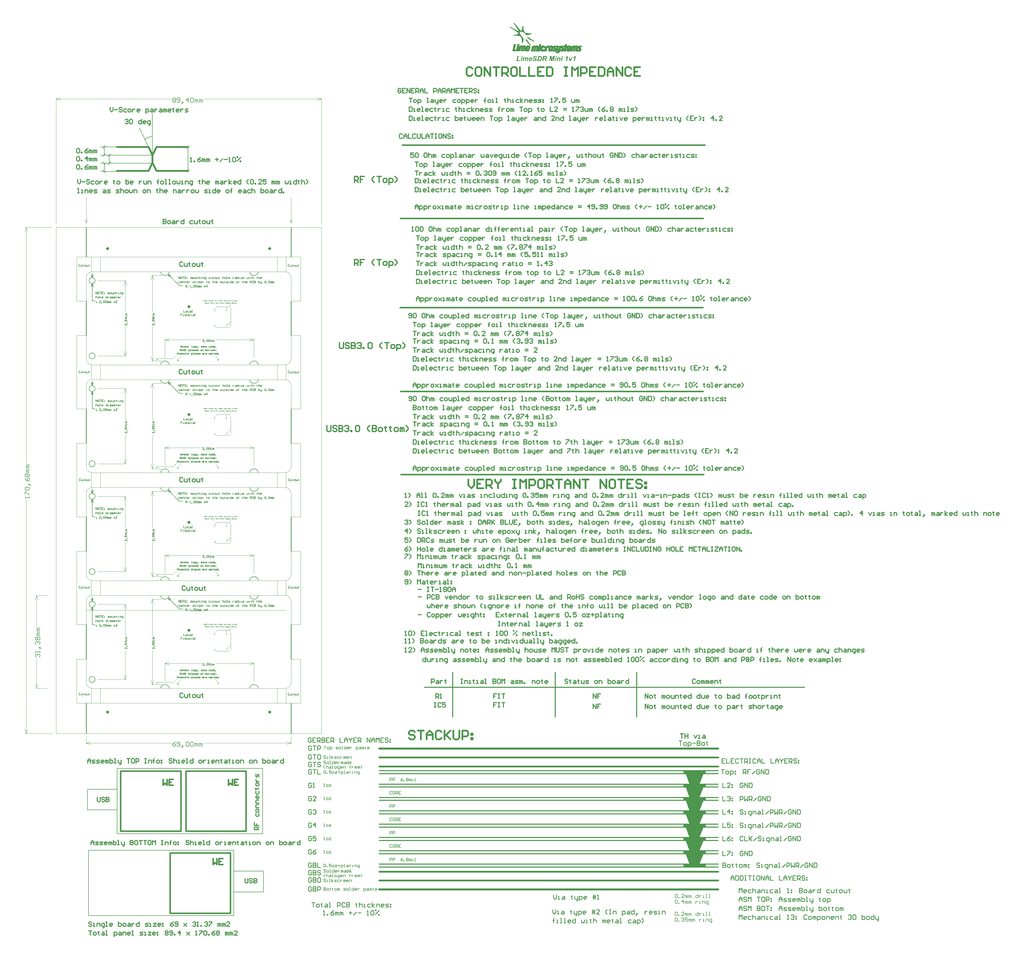
<source format=gm1>
G04 Layer_Color=16711935*
%FSLAX44Y44*%
%MOMM*%
G71*
G01*
G75*
%ADD12C,0.2000*%
%ADD13C,0.3000*%
%ADD52C,0.1500*%
%ADD54C,0.5000*%
%ADD55C,0.4000*%
%ADD56C,0.6000*%
%ADD57C,0.1000*%
%ADD59C,0.2500*%
%ADD62C,0.3500*%
%ADD64C,0.7000*%
%ADD120C,0.0254*%
%ADD121C,0.2540*%
%ADD198C,0.0260*%
%ADD199C,0.1524*%
G36*
X1645521Y2115218D02*
X1642249D01*
X1644655Y2126740D01*
X1644606Y2126716D01*
X1644486Y2126619D01*
X1644270Y2126499D01*
X1643981Y2126331D01*
X1643644Y2126138D01*
X1643235Y2125946D01*
X1642778Y2125730D01*
X1642297Y2125513D01*
X1642273D01*
X1642249Y2125489D01*
X1642177Y2125465D01*
X1642081Y2125417D01*
X1641816Y2125345D01*
X1641504Y2125224D01*
X1641143Y2125104D01*
X1640734Y2124984D01*
X1640349Y2124863D01*
X1639940Y2124767D01*
X1640565Y2127678D01*
X1640590D01*
X1640614Y2127702D01*
X1640758Y2127750D01*
X1640974Y2127870D01*
X1641263Y2128015D01*
X1641600Y2128183D01*
X1642009Y2128375D01*
X1642466Y2128616D01*
X1642947Y2128905D01*
X1643452Y2129193D01*
X1643981Y2129530D01*
X1644534Y2129891D01*
X1645064Y2130252D01*
X1645593Y2130661D01*
X1646122Y2131069D01*
X1646603Y2131502D01*
X1647060Y2131959D01*
X1649032D01*
X1645521Y2115218D01*
D02*
G37*
G36*
X1619639D02*
X1616367D01*
X1618773Y2126740D01*
X1618725Y2126716D01*
X1618604Y2126619D01*
X1618388Y2126499D01*
X1618099Y2126331D01*
X1617762Y2126138D01*
X1617354Y2125946D01*
X1616897Y2125730D01*
X1616416Y2125513D01*
X1616391D01*
X1616367Y2125489D01*
X1616295Y2125465D01*
X1616199Y2125417D01*
X1615934Y2125345D01*
X1615622Y2125224D01*
X1615261Y2125104D01*
X1614852Y2124984D01*
X1614467Y2124863D01*
X1614058Y2124767D01*
X1614684Y2127678D01*
X1614708D01*
X1614732Y2127702D01*
X1614876Y2127750D01*
X1615092Y2127870D01*
X1615381Y2128015D01*
X1615718Y2128183D01*
X1616127Y2128375D01*
X1616584Y2128616D01*
X1617065Y2128905D01*
X1617570Y2129193D01*
X1618099Y2129530D01*
X1618652Y2129891D01*
X1619182Y2130252D01*
X1619711Y2130661D01*
X1620240Y2131069D01*
X1620721Y2131502D01*
X1621178Y2131959D01*
X1623151D01*
X1619639Y2115218D01*
D02*
G37*
G36*
X1602512D02*
X1599289D01*
X1601815Y2127293D01*
X1605062D01*
X1602512Y2115218D01*
D02*
G37*
G36*
X1486814Y2127509D02*
X1487126Y2127461D01*
X1487487Y2127365D01*
X1487872Y2127221D01*
X1488233Y2127028D01*
X1488546Y2126764D01*
X1488569Y2126740D01*
X1488666Y2126619D01*
X1488810Y2126451D01*
X1488954Y2126210D01*
X1489099Y2125922D01*
X1489243Y2125585D01*
X1489339Y2125176D01*
X1489363Y2124719D01*
Y2124695D01*
Y2124599D01*
X1489339Y2124431D01*
X1489315Y2124214D01*
X1489291Y2123925D01*
X1489219Y2123541D01*
X1489147Y2123083D01*
X1489027Y2122554D01*
X1487439Y2115218D01*
X1484216D01*
X1485779Y2122554D01*
Y2122578D01*
X1485803Y2122626D01*
Y2122675D01*
X1485827Y2122771D01*
X1485876Y2123011D01*
X1485924Y2123276D01*
X1485972Y2123541D01*
X1486020Y2123805D01*
X1486068Y2123998D01*
Y2124070D01*
Y2124118D01*
Y2124142D01*
Y2124214D01*
X1486044Y2124286D01*
X1486020Y2124406D01*
X1485948Y2124671D01*
X1485851Y2124791D01*
X1485755Y2124912D01*
X1485731Y2124936D01*
X1485707Y2124960D01*
X1485635Y2125008D01*
X1485539Y2125080D01*
X1485419Y2125128D01*
X1485250Y2125176D01*
X1485082Y2125200D01*
X1484865Y2125224D01*
X1484745D01*
X1484649Y2125200D01*
X1484408Y2125152D01*
X1484120Y2125056D01*
X1483783Y2124912D01*
X1483398Y2124671D01*
X1483206Y2124527D01*
X1483013Y2124358D01*
X1482845Y2124166D01*
X1482652Y2123925D01*
X1482628Y2123877D01*
X1482580Y2123829D01*
X1482532Y2123757D01*
X1482484Y2123637D01*
X1482412Y2123517D01*
X1482316Y2123348D01*
X1482243Y2123180D01*
X1482147Y2122963D01*
X1482051Y2122723D01*
X1481955Y2122458D01*
X1481859Y2122169D01*
X1481738Y2121857D01*
X1481642Y2121496D01*
X1481546Y2121111D01*
X1481450Y2120678D01*
X1480295Y2115218D01*
X1477072D01*
X1478587Y2122482D01*
Y2122506D01*
X1478611Y2122530D01*
X1478635Y2122699D01*
X1478683Y2122915D01*
X1478732Y2123156D01*
X1478780Y2123444D01*
X1478804Y2123709D01*
X1478852Y2123949D01*
Y2124118D01*
Y2124142D01*
Y2124190D01*
X1478828Y2124286D01*
X1478804Y2124406D01*
X1478707Y2124647D01*
X1478635Y2124791D01*
X1478515Y2124912D01*
X1478491Y2124936D01*
X1478467Y2124960D01*
X1478395Y2125008D01*
X1478299Y2125080D01*
X1478154Y2125128D01*
X1478010Y2125176D01*
X1477841Y2125200D01*
X1477625Y2125224D01*
X1477529D01*
X1477433Y2125200D01*
X1477288Y2125176D01*
X1477120Y2125152D01*
X1476927Y2125080D01*
X1476735Y2125008D01*
X1476519Y2124888D01*
X1476494Y2124863D01*
X1476422Y2124839D01*
X1476302Y2124767D01*
X1476182Y2124671D01*
X1476013Y2124551D01*
X1475845Y2124382D01*
X1475677Y2124214D01*
X1475508Y2124022D01*
X1475484Y2123998D01*
X1475436Y2123925D01*
X1475364Y2123805D01*
X1475268Y2123637D01*
X1475148Y2123444D01*
X1475027Y2123180D01*
X1474907Y2122915D01*
X1474787Y2122603D01*
Y2122578D01*
X1474763Y2122506D01*
X1474715Y2122386D01*
X1474666Y2122218D01*
X1474618Y2121977D01*
X1474522Y2121640D01*
X1474426Y2121255D01*
X1474378Y2121015D01*
X1474306Y2120750D01*
X1473151Y2115218D01*
X1469928D01*
X1472453Y2127293D01*
X1475508D01*
X1475220Y2125826D01*
X1475244Y2125850D01*
X1475292Y2125898D01*
X1475388Y2125994D01*
X1475532Y2126090D01*
X1475701Y2126235D01*
X1475893Y2126379D01*
X1476110Y2126523D01*
X1476374Y2126692D01*
X1476952Y2127004D01*
X1477577Y2127293D01*
X1477938Y2127389D01*
X1478275Y2127485D01*
X1478659Y2127534D01*
X1479020Y2127558D01*
X1479237D01*
X1479501Y2127534D01*
X1479790Y2127485D01*
X1480127Y2127413D01*
X1480488Y2127317D01*
X1480824Y2127173D01*
X1481113Y2126980D01*
X1481137Y2126956D01*
X1481233Y2126884D01*
X1481353Y2126740D01*
X1481522Y2126571D01*
X1481666Y2126355D01*
X1481835Y2126066D01*
X1481979Y2125778D01*
X1482075Y2125417D01*
X1482099Y2125465D01*
X1482195Y2125561D01*
X1482340Y2125730D01*
X1482532Y2125946D01*
X1482797Y2126187D01*
X1483085Y2126427D01*
X1483446Y2126692D01*
X1483855Y2126932D01*
X1483879D01*
X1483903Y2126956D01*
X1483975Y2126980D01*
X1484072Y2127028D01*
X1484288Y2127125D01*
X1484601Y2127245D01*
X1484962Y2127365D01*
X1485394Y2127461D01*
X1485827Y2127534D01*
X1486308Y2127558D01*
X1486549D01*
X1486814Y2127509D01*
D02*
G37*
G36*
X1575187Y2115218D02*
X1572084D01*
X1574971Y2129025D01*
X1568789Y2115218D01*
X1565542D01*
X1564916Y2129121D01*
X1562294Y2115218D01*
X1559191D01*
X1562655Y2131863D01*
X1567538D01*
X1568067Y2120414D01*
X1573287Y2131863D01*
X1578218D01*
X1575187Y2115218D01*
D02*
G37*
G36*
X1631185D02*
X1628394D01*
X1625989Y2127293D01*
X1629188D01*
X1630006Y2122001D01*
Y2121977D01*
X1630030Y2121905D01*
Y2121809D01*
X1630054Y2121664D01*
X1630078Y2121496D01*
X1630126Y2121279D01*
X1630198Y2120847D01*
X1630271Y2120365D01*
X1630343Y2119908D01*
X1630391Y2119500D01*
X1630415Y2119331D01*
X1630439Y2119187D01*
X1630463Y2119235D01*
X1630511Y2119307D01*
X1630583Y2119427D01*
X1630679Y2119620D01*
X1630824Y2119860D01*
X1630992Y2120197D01*
X1631112Y2120414D01*
X1631233Y2120630D01*
Y2120654D01*
X1631257Y2120678D01*
X1631353Y2120822D01*
X1631473Y2121039D01*
X1631617Y2121304D01*
X1631762Y2121568D01*
X1631906Y2121809D01*
X1632026Y2122025D01*
X1632099Y2122169D01*
X1635105Y2127293D01*
X1638617D01*
X1631185Y2115218D01*
D02*
G37*
G36*
X1466777D02*
X1463554D01*
X1466079Y2127293D01*
X1469326D01*
X1466777Y2115218D01*
D02*
G37*
G36*
X1453427Y2118008D02*
X1461942D01*
X1461365Y2115218D01*
X1449434D01*
X1452922Y2131863D01*
X1456337D01*
X1453427Y2118008D01*
D02*
G37*
G36*
X1498191Y2127534D02*
X1498383Y2127509D01*
X1498600Y2127485D01*
X1498840Y2127437D01*
X1499105Y2127389D01*
X1499682Y2127221D01*
X1499971Y2127125D01*
X1500260Y2126980D01*
X1500548Y2126812D01*
X1500837Y2126644D01*
X1501102Y2126427D01*
X1501366Y2126187D01*
X1501390Y2126162D01*
X1501414Y2126114D01*
X1501486Y2126042D01*
X1501583Y2125946D01*
X1501679Y2125802D01*
X1501775Y2125633D01*
X1501895Y2125417D01*
X1502040Y2125200D01*
X1502160Y2124936D01*
X1502280Y2124647D01*
X1502376Y2124334D01*
X1502473Y2123974D01*
X1502569Y2123613D01*
X1502641Y2123204D01*
X1502665Y2122795D01*
X1502689Y2122338D01*
Y2122314D01*
Y2122290D01*
Y2122145D01*
Y2121905D01*
X1502665Y2121640D01*
X1502641Y2121304D01*
X1502593Y2120943D01*
X1502449Y2120221D01*
X1494270D01*
Y2120197D01*
Y2120101D01*
X1494246Y2120005D01*
Y2119908D01*
Y2119884D01*
Y2119860D01*
Y2119716D01*
X1494294Y2119500D01*
X1494342Y2119211D01*
X1494415Y2118898D01*
X1494535Y2118586D01*
X1494703Y2118249D01*
X1494920Y2117960D01*
X1494944Y2117936D01*
X1495040Y2117840D01*
X1495184Y2117744D01*
X1495401Y2117599D01*
X1495641Y2117479D01*
X1495930Y2117359D01*
X1496267Y2117263D01*
X1496628Y2117238D01*
X1496796D01*
X1496892Y2117263D01*
X1497036Y2117287D01*
X1497205Y2117335D01*
X1497566Y2117455D01*
X1497758Y2117527D01*
X1497975Y2117647D01*
X1498191Y2117792D01*
X1498383Y2117960D01*
X1498600Y2118152D01*
X1498817Y2118369D01*
X1499009Y2118634D01*
X1499177Y2118922D01*
X1502088Y2118441D01*
Y2118417D01*
X1502040Y2118369D01*
X1501992Y2118273D01*
X1501919Y2118152D01*
X1501847Y2118008D01*
X1501727Y2117840D01*
X1501486Y2117431D01*
X1501150Y2116998D01*
X1500741Y2116565D01*
X1500284Y2116132D01*
X1499779Y2115771D01*
X1499755D01*
X1499706Y2115723D01*
X1499634Y2115699D01*
X1499538Y2115627D01*
X1499394Y2115579D01*
X1499249Y2115507D01*
X1498840Y2115338D01*
X1498383Y2115170D01*
X1497830Y2115050D01*
X1497253Y2114953D01*
X1496604Y2114905D01*
X1496363D01*
X1496195Y2114929D01*
X1495978Y2114953D01*
X1495738Y2114977D01*
X1495473Y2115025D01*
X1495184Y2115098D01*
X1494559Y2115290D01*
X1494222Y2115410D01*
X1493885Y2115555D01*
X1493573Y2115723D01*
X1493236Y2115940D01*
X1492923Y2116180D01*
X1492635Y2116445D01*
X1492611Y2116469D01*
X1492563Y2116517D01*
X1492490Y2116613D01*
X1492394Y2116733D01*
X1492274Y2116878D01*
X1492154Y2117070D01*
X1492009Y2117287D01*
X1491889Y2117527D01*
X1491745Y2117816D01*
X1491600Y2118104D01*
X1491480Y2118441D01*
X1491360Y2118802D01*
X1491264Y2119187D01*
X1491191Y2119620D01*
X1491143Y2120053D01*
X1491119Y2120510D01*
Y2120534D01*
Y2120630D01*
Y2120750D01*
X1491143Y2120919D01*
X1491167Y2121135D01*
X1491191Y2121400D01*
X1491239Y2121688D01*
X1491288Y2122001D01*
X1491456Y2122675D01*
X1491576Y2123035D01*
X1491696Y2123420D01*
X1491865Y2123805D01*
X1492033Y2124190D01*
X1492250Y2124575D01*
X1492490Y2124936D01*
X1492514Y2124960D01*
X1492587Y2125056D01*
X1492683Y2125176D01*
X1492827Y2125345D01*
X1493044Y2125537D01*
X1493260Y2125778D01*
X1493549Y2125994D01*
X1493861Y2126259D01*
X1494222Y2126499D01*
X1494631Y2126740D01*
X1495064Y2126956D01*
X1495545Y2127149D01*
X1496050Y2127317D01*
X1496604Y2127437D01*
X1497205Y2127534D01*
X1497830Y2127558D01*
X1498047D01*
X1498191Y2127534D01*
D02*
G37*
G36*
X1581826Y2115218D02*
X1578603D01*
X1581129Y2127293D01*
X1584376D01*
X1581826Y2115218D01*
D02*
G37*
G36*
X1547549Y2131839D02*
X1547982Y2131815D01*
X1548463Y2131767D01*
X1548945Y2131695D01*
X1549426Y2131599D01*
X1549859Y2131454D01*
X1549883D01*
X1549907Y2131430D01*
X1550027Y2131382D01*
X1550219Y2131286D01*
X1550460Y2131142D01*
X1550749Y2130925D01*
X1551037Y2130685D01*
X1551302Y2130372D01*
X1551566Y2130011D01*
X1551591Y2129963D01*
X1551663Y2129819D01*
X1551783Y2129602D01*
X1551903Y2129314D01*
X1552023Y2128953D01*
X1552144Y2128520D01*
X1552216Y2128015D01*
X1552240Y2127485D01*
Y2127461D01*
Y2127389D01*
Y2127293D01*
X1552216Y2127125D01*
X1552192Y2126956D01*
X1552168Y2126740D01*
X1552144Y2126499D01*
X1552072Y2126259D01*
X1551927Y2125705D01*
X1551711Y2125104D01*
X1551566Y2124815D01*
X1551398Y2124527D01*
X1551182Y2124238D01*
X1550965Y2123974D01*
X1550941Y2123949D01*
X1550917Y2123925D01*
X1550821Y2123853D01*
X1550725Y2123757D01*
X1550580Y2123637D01*
X1550436Y2123517D01*
X1550244Y2123396D01*
X1550003Y2123252D01*
X1549762Y2123108D01*
X1549474Y2122963D01*
X1549161Y2122819D01*
X1548800Y2122675D01*
X1548439Y2122554D01*
X1548031Y2122458D01*
X1547574Y2122362D01*
X1547117Y2122290D01*
X1547141Y2122266D01*
X1547237Y2122193D01*
X1547357Y2122049D01*
X1547525Y2121881D01*
X1547694Y2121640D01*
X1547910Y2121376D01*
X1548127Y2121063D01*
X1548343Y2120726D01*
X1548367Y2120702D01*
X1548391Y2120630D01*
X1548463Y2120534D01*
X1548536Y2120365D01*
X1548656Y2120173D01*
X1548776Y2119933D01*
X1548920Y2119644D01*
X1549089Y2119307D01*
X1549281Y2118946D01*
X1549474Y2118537D01*
X1549690Y2118080D01*
X1549907Y2117575D01*
X1550147Y2117046D01*
X1550388Y2116469D01*
X1550652Y2115867D01*
X1550917Y2115218D01*
X1547237D01*
Y2115242D01*
X1547213Y2115290D01*
X1547189Y2115362D01*
X1547141Y2115482D01*
X1547092Y2115627D01*
X1547020Y2115819D01*
X1546948Y2116036D01*
X1546852Y2116300D01*
X1546732Y2116589D01*
X1546611Y2116902D01*
X1546467Y2117263D01*
X1546299Y2117647D01*
X1546130Y2118080D01*
X1545938Y2118561D01*
X1545721Y2119067D01*
X1545481Y2119596D01*
Y2119620D01*
X1545457Y2119668D01*
X1545409Y2119740D01*
X1545361Y2119860D01*
X1545216Y2120125D01*
X1545024Y2120462D01*
X1544807Y2120822D01*
X1544567Y2121183D01*
X1544278Y2121520D01*
X1544134Y2121640D01*
X1543990Y2121761D01*
X1543965Y2121785D01*
X1543893Y2121809D01*
X1543773Y2121857D01*
X1543605Y2121929D01*
X1543364Y2122001D01*
X1543076Y2122049D01*
X1542715Y2122073D01*
X1542282Y2122097D01*
X1540887D01*
X1539443Y2115218D01*
X1536052D01*
X1539539Y2131863D01*
X1547381D01*
X1547549Y2131839D01*
D02*
G37*
G36*
X1528595D02*
X1529004D01*
X1529341Y2131815D01*
X1529461D01*
X1529581Y2131791D01*
X1529629D01*
X1529750Y2131767D01*
X1529942Y2131743D01*
X1530207Y2131695D01*
X1530495Y2131647D01*
X1530808Y2131575D01*
X1531433Y2131358D01*
X1531481Y2131334D01*
X1531578Y2131310D01*
X1531722Y2131238D01*
X1531938Y2131142D01*
X1532155Y2130997D01*
X1532420Y2130853D01*
X1532660Y2130685D01*
X1532925Y2130468D01*
X1532949Y2130444D01*
X1533045Y2130372D01*
X1533165Y2130252D01*
X1533334Y2130083D01*
X1533502Y2129891D01*
X1533694Y2129650D01*
X1533887Y2129386D01*
X1534079Y2129097D01*
X1534103Y2129073D01*
X1534151Y2128953D01*
X1534248Y2128784D01*
X1534344Y2128568D01*
X1534464Y2128303D01*
X1534608Y2127991D01*
X1534729Y2127630D01*
X1534825Y2127245D01*
X1534849Y2127197D01*
X1534873Y2127052D01*
X1534921Y2126836D01*
X1534969Y2126571D01*
X1535017Y2126235D01*
X1535042Y2125826D01*
X1535090Y2125417D01*
Y2124960D01*
Y2124936D01*
Y2124839D01*
Y2124695D01*
X1535065Y2124503D01*
Y2124262D01*
X1535042Y2123998D01*
X1534993Y2123685D01*
X1534969Y2123348D01*
X1534897Y2122987D01*
X1534849Y2122603D01*
X1534657Y2121809D01*
X1534392Y2120991D01*
X1534248Y2120582D01*
X1534055Y2120173D01*
Y2120149D01*
X1534007Y2120077D01*
X1533959Y2119981D01*
X1533863Y2119836D01*
X1533767Y2119644D01*
X1533646Y2119451D01*
X1533334Y2118970D01*
X1532973Y2118441D01*
X1532516Y2117888D01*
X1532011Y2117359D01*
X1531458Y2116854D01*
X1531433D01*
X1531409Y2116806D01*
X1531337Y2116757D01*
X1531241Y2116709D01*
X1531121Y2116613D01*
X1530976Y2116541D01*
X1530616Y2116324D01*
X1530183Y2116108D01*
X1529653Y2115867D01*
X1529052Y2115651D01*
X1528379Y2115459D01*
X1528331D01*
X1528258Y2115434D01*
X1528186Y2115410D01*
X1528066D01*
X1527922Y2115386D01*
X1527753Y2115362D01*
X1527561Y2115338D01*
X1527344Y2115314D01*
X1527104Y2115290D01*
X1526839Y2115266D01*
X1526526D01*
X1526214Y2115242D01*
X1525853Y2115218D01*
X1519214D01*
X1522702Y2131863D01*
X1528186D01*
X1528595Y2131839D01*
D02*
G37*
G36*
X1594960Y2127534D02*
X1595248Y2127509D01*
X1595585Y2127461D01*
X1595970Y2127341D01*
X1596355Y2127197D01*
X1596740Y2126980D01*
X1597100Y2126692D01*
X1597148Y2126644D01*
X1597245Y2126547D01*
X1597365Y2126355D01*
X1597533Y2126090D01*
X1597702Y2125753D01*
X1597822Y2125369D01*
X1597918Y2124936D01*
X1597966Y2124431D01*
Y2124406D01*
Y2124310D01*
X1597942Y2124142D01*
X1597894Y2123877D01*
X1597846Y2123565D01*
X1597774Y2123132D01*
X1597726Y2122891D01*
X1597678Y2122626D01*
X1597605Y2122338D01*
X1597533Y2122025D01*
X1596066Y2115218D01*
X1592843D01*
X1594310Y2122049D01*
Y2122073D01*
X1594334Y2122121D01*
Y2122193D01*
X1594358Y2122290D01*
X1594406Y2122554D01*
X1594478Y2122843D01*
X1594527Y2123156D01*
X1594575Y2123468D01*
X1594623Y2123709D01*
X1594647Y2123805D01*
Y2123877D01*
Y2123901D01*
Y2123974D01*
X1594623Y2124094D01*
X1594599Y2124238D01*
X1594551Y2124382D01*
X1594478Y2124551D01*
X1594382Y2124719D01*
X1594262Y2124863D01*
X1594238Y2124888D01*
X1594190Y2124912D01*
X1594118Y2124984D01*
X1593997Y2125056D01*
X1593853Y2125104D01*
X1593685Y2125176D01*
X1593468Y2125200D01*
X1593228Y2125224D01*
X1593107D01*
X1592963Y2125200D01*
X1592746Y2125152D01*
X1592506Y2125080D01*
X1592241Y2124960D01*
X1591953Y2124815D01*
X1591616Y2124623D01*
X1591568Y2124599D01*
X1591472Y2124503D01*
X1591303Y2124382D01*
X1591111Y2124190D01*
X1590894Y2123974D01*
X1590654Y2123709D01*
X1590437Y2123396D01*
X1590221Y2123035D01*
X1590197Y2123011D01*
X1590149Y2122891D01*
X1590077Y2122699D01*
X1590029Y2122554D01*
X1589980Y2122410D01*
X1589932Y2122218D01*
X1589860Y2122025D01*
X1589788Y2121785D01*
X1589716Y2121520D01*
X1589644Y2121231D01*
X1589547Y2120895D01*
X1589475Y2120534D01*
X1589379Y2120149D01*
X1588345Y2115218D01*
X1585121D01*
X1587647Y2127293D01*
X1590726D01*
X1590413Y2125705D01*
X1590437D01*
X1590461Y2125753D01*
X1590606Y2125874D01*
X1590846Y2126042D01*
X1591135Y2126259D01*
X1591472Y2126475D01*
X1591832Y2126716D01*
X1592217Y2126932D01*
X1592602Y2127125D01*
X1592650Y2127149D01*
X1592771Y2127197D01*
X1592987Y2127269D01*
X1593252Y2127341D01*
X1593564Y2127413D01*
X1593925Y2127485D01*
X1594310Y2127534D01*
X1594719Y2127558D01*
X1594863D01*
X1594960Y2127534D01*
D02*
G37*
G36*
X2065875Y-457750D02*
X2087000D01*
Y-467500D01*
X2011250D01*
Y-457750D01*
X2032125D01*
X2019000Y-422750D01*
X2079000D01*
X2065875Y-457750D01*
D02*
G37*
G36*
Y-502750D02*
X2087000D01*
Y-512500D01*
X2011250D01*
Y-502750D01*
X2032125D01*
X2019000Y-467750D01*
X2079000D01*
X2065875Y-502750D01*
D02*
G37*
G36*
Y-547750D02*
X2087000D01*
Y-557500D01*
X2011250D01*
Y-547750D01*
X2032125D01*
X2019000Y-512750D01*
X2079000D01*
X2065875Y-547750D01*
D02*
G37*
G36*
Y-412750D02*
X2087000D01*
Y-422500D01*
X2011250D01*
Y-412750D01*
X2032125D01*
X2019000Y-377750D01*
X2079000D01*
X2065875Y-412750D01*
D02*
G37*
G36*
X2087000Y-287500D02*
X2011250D01*
Y-277750D01*
X2087000D01*
Y-287500D01*
D02*
G37*
G36*
X2065875Y-322750D02*
X2087000D01*
Y-332500D01*
X2011250D01*
Y-322750D01*
X2032125D01*
X2019000Y-287750D01*
X2079000D01*
X2065875Y-322750D01*
D02*
G37*
G36*
Y-367750D02*
X2087000D01*
Y-377500D01*
X2011250D01*
Y-367750D01*
X2032125D01*
X2019000Y-332750D01*
X2079000D01*
X2065875Y-367750D01*
D02*
G37*
G36*
X2065875Y-592750D02*
X2087000D01*
Y-602500D01*
X2011250D01*
Y-592750D01*
X2032125D01*
X2019000Y-557750D01*
X2079000D01*
X2065875Y-592750D01*
D02*
G37*
G36*
X1469663Y2128929D02*
X1466416D01*
X1467041Y2131863D01*
X1470265D01*
X1469663Y2128929D01*
D02*
G37*
G36*
X1512599Y2132152D02*
X1512840Y2132128D01*
X1513129Y2132104D01*
X1513441Y2132056D01*
X1513778Y2132007D01*
X1514524Y2131839D01*
X1514908Y2131719D01*
X1515269Y2131599D01*
X1515654Y2131430D01*
X1516015Y2131238D01*
X1516352Y2131021D01*
X1516664Y2130781D01*
X1516688Y2130757D01*
X1516736Y2130709D01*
X1516809Y2130636D01*
X1516929Y2130540D01*
X1517049Y2130396D01*
X1517194Y2130228D01*
X1517338Y2130035D01*
X1517482Y2129819D01*
X1517651Y2129554D01*
X1517819Y2129289D01*
X1517963Y2128977D01*
X1518108Y2128664D01*
X1518228Y2128303D01*
X1518324Y2127942D01*
X1518396Y2127534D01*
X1518444Y2127125D01*
X1515173Y2126980D01*
Y2127004D01*
Y2127028D01*
X1515149Y2127173D01*
X1515077Y2127389D01*
X1515005Y2127654D01*
X1514884Y2127942D01*
X1514740Y2128255D01*
X1514548Y2128544D01*
X1514283Y2128808D01*
X1514259Y2128832D01*
X1514139Y2128905D01*
X1513970Y2129025D01*
X1513730Y2129145D01*
X1513441Y2129241D01*
X1513056Y2129362D01*
X1512599Y2129434D01*
X1512094Y2129458D01*
X1511854D01*
X1511613Y2129434D01*
X1511300Y2129386D01*
X1510988Y2129337D01*
X1510651Y2129241D01*
X1510338Y2129121D01*
X1510074Y2128953D01*
X1510050Y2128929D01*
X1509977Y2128856D01*
X1509881Y2128760D01*
X1509785Y2128616D01*
X1509665Y2128423D01*
X1509568Y2128207D01*
X1509496Y2127942D01*
X1509472Y2127678D01*
Y2127654D01*
Y2127558D01*
X1509496Y2127437D01*
X1509545Y2127269D01*
X1509617Y2127077D01*
X1509713Y2126884D01*
X1509833Y2126692D01*
X1510025Y2126499D01*
X1510050Y2126475D01*
X1510146Y2126403D01*
X1510290Y2126307D01*
X1510531Y2126162D01*
X1510699Y2126066D01*
X1510867Y2125970D01*
X1511060Y2125850D01*
X1511300Y2125730D01*
X1511541Y2125609D01*
X1511830Y2125465D01*
X1512142Y2125320D01*
X1512479Y2125176D01*
X1512503Y2125152D01*
X1512599Y2125128D01*
X1512744Y2125056D01*
X1512936Y2124984D01*
X1513177Y2124863D01*
X1513441Y2124743D01*
X1514019Y2124455D01*
X1514644Y2124142D01*
X1515245Y2123805D01*
X1515534Y2123637D01*
X1515774Y2123468D01*
X1515991Y2123300D01*
X1516159Y2123156D01*
X1516183Y2123132D01*
X1516207Y2123108D01*
X1516279Y2123035D01*
X1516352Y2122963D01*
X1516544Y2122699D01*
X1516761Y2122362D01*
X1516977Y2121953D01*
X1517146Y2121448D01*
X1517290Y2120871D01*
X1517314Y2120582D01*
X1517338Y2120245D01*
Y2120221D01*
Y2120149D01*
Y2120029D01*
X1517314Y2119884D01*
X1517290Y2119692D01*
X1517242Y2119451D01*
X1517194Y2119211D01*
X1517121Y2118946D01*
X1517025Y2118658D01*
X1516905Y2118345D01*
X1516761Y2118032D01*
X1516592Y2117720D01*
X1516400Y2117407D01*
X1516159Y2117070D01*
X1515895Y2116781D01*
X1515582Y2116469D01*
X1515558Y2116445D01*
X1515510Y2116397D01*
X1515390Y2116324D01*
X1515269Y2116228D01*
X1515077Y2116108D01*
X1514860Y2115964D01*
X1514620Y2115843D01*
X1514307Y2115699D01*
X1513994Y2115531D01*
X1513634Y2115410D01*
X1513225Y2115266D01*
X1512792Y2115146D01*
X1512335Y2115050D01*
X1511830Y2114977D01*
X1511300Y2114929D01*
X1510723Y2114905D01*
X1510362D01*
X1510170Y2114929D01*
X1509953Y2114953D01*
X1509713D01*
X1509448Y2115002D01*
X1508871Y2115074D01*
X1508246Y2115194D01*
X1507596Y2115362D01*
X1506995Y2115603D01*
X1506971D01*
X1506923Y2115627D01*
X1506850Y2115675D01*
X1506730Y2115747D01*
X1506466Y2115892D01*
X1506129Y2116132D01*
X1505768Y2116397D01*
X1505407Y2116757D01*
X1505070Y2117142D01*
X1504782Y2117599D01*
Y2117623D01*
X1504758Y2117647D01*
X1504734Y2117720D01*
X1504686Y2117840D01*
X1504637Y2117960D01*
X1504589Y2118104D01*
X1504469Y2118465D01*
X1504349Y2118898D01*
X1504253Y2119403D01*
X1504205Y2119957D01*
X1504180Y2120558D01*
X1507452Y2120750D01*
Y2120726D01*
Y2120678D01*
Y2120606D01*
X1507476Y2120510D01*
X1507500Y2120221D01*
X1507548Y2119908D01*
X1507596Y2119548D01*
X1507692Y2119187D01*
X1507813Y2118874D01*
X1507981Y2118634D01*
X1508029Y2118586D01*
X1508125Y2118489D01*
X1508318Y2118369D01*
X1508606Y2118201D01*
X1508775Y2118129D01*
X1508991Y2118032D01*
X1509208Y2117960D01*
X1509472Y2117912D01*
X1509737Y2117840D01*
X1510050Y2117816D01*
X1510386Y2117768D01*
X1511012D01*
X1511156Y2117792D01*
X1511324D01*
X1511685Y2117840D01*
X1512070Y2117912D01*
X1512479Y2118032D01*
X1512864Y2118177D01*
X1513177Y2118369D01*
X1513201Y2118393D01*
X1513297Y2118465D01*
X1513417Y2118609D01*
X1513561Y2118778D01*
X1513706Y2118994D01*
X1513826Y2119235D01*
X1513922Y2119500D01*
X1513946Y2119812D01*
Y2119836D01*
Y2119933D01*
X1513922Y2120077D01*
X1513874Y2120245D01*
X1513802Y2120438D01*
X1513682Y2120654D01*
X1513537Y2120871D01*
X1513321Y2121063D01*
X1513297Y2121087D01*
X1513225Y2121135D01*
X1513080Y2121231D01*
X1512864Y2121352D01*
X1512720Y2121448D01*
X1512551Y2121544D01*
X1512359Y2121640D01*
X1512142Y2121736D01*
X1511878Y2121857D01*
X1511613Y2122001D01*
X1511276Y2122145D01*
X1510940Y2122290D01*
X1510916D01*
X1510843Y2122338D01*
X1510747Y2122362D01*
X1510627Y2122434D01*
X1510459Y2122506D01*
X1510266Y2122578D01*
X1509857Y2122771D01*
X1509400Y2123011D01*
X1508919Y2123228D01*
X1508486Y2123468D01*
X1508270Y2123589D01*
X1508101Y2123685D01*
X1508053Y2123709D01*
X1507957Y2123781D01*
X1507789Y2123925D01*
X1507596Y2124094D01*
X1507380Y2124286D01*
X1507139Y2124551D01*
X1506923Y2124839D01*
X1506706Y2125152D01*
X1506682Y2125200D01*
X1506634Y2125320D01*
X1506538Y2125513D01*
X1506466Y2125753D01*
X1506369Y2126066D01*
X1506273Y2126427D01*
X1506225Y2126836D01*
X1506201Y2127269D01*
Y2127293D01*
Y2127365D01*
Y2127485D01*
X1506225Y2127630D01*
X1506249Y2127798D01*
X1506273Y2128015D01*
X1506321Y2128255D01*
X1506393Y2128496D01*
X1506562Y2129049D01*
X1506706Y2129337D01*
X1506850Y2129650D01*
X1507019Y2129939D01*
X1507211Y2130228D01*
X1507452Y2130516D01*
X1507716Y2130781D01*
X1507740Y2130805D01*
X1507789Y2130853D01*
X1507885Y2130901D01*
X1508005Y2130997D01*
X1508149Y2131093D01*
X1508342Y2131214D01*
X1508582Y2131358D01*
X1508847Y2131478D01*
X1509135Y2131599D01*
X1509448Y2131743D01*
X1509809Y2131863D01*
X1510218Y2131959D01*
X1510651Y2132056D01*
X1511108Y2132128D01*
X1511589Y2132152D01*
X1512118Y2132176D01*
X1512407D01*
X1512599Y2132152D01*
D02*
G37*
G36*
X1584713Y2128929D02*
X1581465D01*
X1582091Y2131863D01*
X1585314D01*
X1584713Y2128929D01*
D02*
G37*
G36*
X1605399D02*
X1602152D01*
X1602777Y2131863D01*
X1606000D01*
X1605399Y2128929D01*
D02*
G37*
%LPC*%
G36*
X1497493Y2125224D02*
X1497325D01*
X1497133Y2125176D01*
X1496892Y2125128D01*
X1496604Y2125032D01*
X1496291Y2124912D01*
X1495978Y2124719D01*
X1495665Y2124455D01*
X1495641Y2124431D01*
X1495545Y2124310D01*
X1495401Y2124142D01*
X1495232Y2123877D01*
X1495064Y2123565D01*
X1494872Y2123180D01*
X1494703Y2122747D01*
X1494583Y2122218D01*
X1499706D01*
Y2122242D01*
Y2122338D01*
Y2122434D01*
Y2122530D01*
Y2122554D01*
Y2122578D01*
Y2122651D01*
Y2122747D01*
X1499682Y2122987D01*
X1499634Y2123300D01*
X1499562Y2123613D01*
X1499442Y2123949D01*
X1499297Y2124262D01*
X1499105Y2124551D01*
X1499081Y2124575D01*
X1498985Y2124647D01*
X1498865Y2124767D01*
X1498672Y2124888D01*
X1498456Y2125008D01*
X1498167Y2125128D01*
X1497854Y2125200D01*
X1497493Y2125224D01*
D02*
G37*
G36*
X1546635Y2129073D02*
X1542354D01*
X1541416Y2124599D01*
X1543917D01*
X1544158Y2124623D01*
X1544735Y2124647D01*
X1545336Y2124671D01*
X1545938Y2124743D01*
X1546202Y2124767D01*
X1546467Y2124815D01*
X1546684Y2124863D01*
X1546876Y2124912D01*
X1546924Y2124936D01*
X1547020Y2124984D01*
X1547189Y2125056D01*
X1547405Y2125176D01*
X1547622Y2125320D01*
X1547862Y2125489D01*
X1548079Y2125705D01*
X1548295Y2125946D01*
X1548319Y2125970D01*
X1548367Y2126066D01*
X1548463Y2126210D01*
X1548560Y2126403D01*
X1548656Y2126619D01*
X1548752Y2126860D01*
X1548800Y2127149D01*
X1548824Y2127437D01*
Y2127485D01*
Y2127582D01*
X1548776Y2127750D01*
X1548728Y2127942D01*
X1548632Y2128159D01*
X1548512Y2128375D01*
X1548319Y2128592D01*
X1548079Y2128784D01*
X1548055Y2128808D01*
X1547982Y2128832D01*
X1547862Y2128880D01*
X1547670Y2128929D01*
X1547405Y2128977D01*
X1547044Y2129025D01*
X1546635Y2129073D01*
D02*
G37*
G36*
X1528066Y2129121D02*
X1525540D01*
X1523183Y2117888D01*
X1525372D01*
X1525564Y2117912D01*
X1525973D01*
X1526430Y2117936D01*
X1526863Y2117984D01*
X1527296Y2118032D01*
X1527489Y2118056D01*
X1527657Y2118104D01*
X1527705Y2118129D01*
X1527801Y2118152D01*
X1527970Y2118225D01*
X1528186Y2118297D01*
X1528427Y2118417D01*
X1528691Y2118561D01*
X1528956Y2118754D01*
X1529220Y2118970D01*
X1529245D01*
X1529269Y2119018D01*
X1529389Y2119139D01*
X1529581Y2119355D01*
X1529822Y2119620D01*
X1530110Y2119981D01*
X1530399Y2120414D01*
X1530688Y2120895D01*
X1530952Y2121424D01*
Y2121448D01*
X1530976Y2121496D01*
X1531024Y2121592D01*
X1531073Y2121688D01*
X1531121Y2121857D01*
X1531169Y2122025D01*
X1531241Y2122218D01*
X1531313Y2122458D01*
X1531361Y2122699D01*
X1531433Y2122987D01*
X1531554Y2123613D01*
X1531626Y2124310D01*
X1531650Y2125056D01*
Y2125080D01*
Y2125128D01*
Y2125224D01*
Y2125345D01*
X1531626Y2125489D01*
Y2125657D01*
X1531578Y2126066D01*
X1531506Y2126499D01*
X1531409Y2126932D01*
X1531265Y2127365D01*
X1531073Y2127726D01*
X1531049Y2127774D01*
X1530976Y2127870D01*
X1530856Y2128015D01*
X1530688Y2128207D01*
X1530471Y2128399D01*
X1530231Y2128592D01*
X1529942Y2128760D01*
X1529629Y2128905D01*
X1529605D01*
X1529509Y2128929D01*
X1529365Y2128977D01*
X1529148Y2129025D01*
X1528860Y2129049D01*
X1528499Y2129097D01*
X1528066Y2129121D01*
D02*
G37*
%LPD*%
D12*
X222750Y1860500D02*
G03*
X197969Y1850235I0J-35046D01*
G01*
X223000Y1798000D02*
Y1938000D01*
X343000Y1745500D02*
Y1825500D01*
X338000Y1820500D02*
X348000Y1830500D01*
X338000Y1740500D02*
X348000Y1750500D01*
X78000Y1770500D02*
Y1798000D01*
X73000Y1793000D02*
X83000Y1803000D01*
X73000Y1765500D02*
X83000Y1775500D01*
X48000Y1770500D02*
X223000D01*
X48000Y1743000D02*
X103000D01*
X60500Y1743000D02*
Y1770500D01*
X55500Y1748000D02*
X65500Y1738000D01*
X55500Y1775500D02*
X65500Y1765500D01*
X55500Y1793000D02*
X65500Y1803000D01*
X55500Y1820500D02*
X65500Y1830500D01*
X60500Y1798000D02*
Y1825500D01*
X48000Y1825500D02*
X103000D01*
X48000Y1798000D02*
X223000D01*
X178613Y1890894D02*
X209764Y1825000D01*
X104250Y-489750D02*
Y-269750D01*
Y-489750D02*
X594250D01*
Y-269750D01*
X104250D02*
X594250D01*
X4250Y-339750D02*
X104250D01*
X4250Y-409750D02*
Y-339750D01*
Y-409750D02*
X104250D01*
X497250Y-686000D02*
X597250D01*
Y-616000D01*
X497250D02*
X597250D01*
X7250Y-546000D02*
X497250D01*
X7250Y-766000D02*
Y-546000D01*
Y-766000D02*
X497250D01*
Y-546000D01*
X1983500Y-756268D02*
X1985499Y-754269D01*
X1989498D01*
X1991497Y-756268D01*
Y-764266D01*
X1989498Y-766265D01*
X1985499D01*
X1983500Y-764266D01*
Y-756268D01*
X1995496Y-766265D02*
Y-764266D01*
X1997496D01*
Y-766265D01*
X1995496D01*
X2013490D02*
X2005493D01*
X2013490Y-758268D01*
Y-756268D01*
X2011491Y-754269D01*
X2007492D01*
X2005493Y-756268D01*
X2017489Y-766265D02*
Y-758268D01*
X2019488D01*
X2021488Y-760267D01*
Y-766265D01*
Y-760267D01*
X2023487Y-758268D01*
X2025486Y-760267D01*
Y-766265D01*
X2029485D02*
Y-758268D01*
X2031485D01*
X2033484Y-760267D01*
Y-766265D01*
Y-760267D01*
X2035483Y-758268D01*
X2037482Y-760267D01*
Y-766265D01*
X2061475Y-754269D02*
Y-766265D01*
X2055477D01*
X2053477Y-764266D01*
Y-760267D01*
X2055477Y-758268D01*
X2061475D01*
X2065473D02*
Y-766265D01*
Y-762267D01*
X2067473Y-760267D01*
X2069472Y-758268D01*
X2071472D01*
X2077470Y-766265D02*
X2081468D01*
X2079469D01*
Y-758268D01*
X2077470D01*
X2087466Y-766265D02*
X2091465D01*
X2089466D01*
Y-754269D01*
X2087466D01*
X2097463Y-766265D02*
X2101462D01*
X2099462D01*
Y-754269D01*
X2097463D01*
X1983500Y-775464D02*
X1985499Y-773465D01*
X1989498D01*
X1991497Y-775464D01*
Y-783461D01*
X1989498Y-785461D01*
X1985499D01*
X1983500Y-783461D01*
Y-775464D01*
X1995496Y-785461D02*
Y-783461D01*
X1997496D01*
Y-785461D01*
X1995496D01*
X2005493Y-775464D02*
X2007492Y-773465D01*
X2011491D01*
X2013490Y-775464D01*
Y-777463D01*
X2011491Y-779463D01*
X2009492D01*
X2011491D01*
X2013490Y-781462D01*
Y-783461D01*
X2011491Y-785461D01*
X2007492D01*
X2005493Y-783461D01*
X2025486Y-773465D02*
X2017489D01*
Y-779463D01*
X2021488Y-777463D01*
X2023487D01*
X2025486Y-779463D01*
Y-783461D01*
X2023487Y-785461D01*
X2019488D01*
X2017489Y-783461D01*
X2029485Y-785461D02*
Y-777463D01*
X2031485D01*
X2033484Y-779463D01*
Y-785461D01*
Y-779463D01*
X2035483Y-777463D01*
X2037482Y-779463D01*
Y-785461D01*
X2041481D02*
Y-777463D01*
X2043481D01*
X2045480Y-779463D01*
Y-785461D01*
Y-779463D01*
X2047479Y-777463D01*
X2049479Y-779463D01*
Y-785461D01*
X2065473Y-777463D02*
Y-785461D01*
Y-781462D01*
X2067473Y-779463D01*
X2069472Y-777463D01*
X2071472D01*
X2077470Y-785461D02*
X2081468D01*
X2079469D01*
Y-777463D01*
X2077470D01*
X2087466Y-785461D02*
Y-777463D01*
X2093464D01*
X2095464Y-779463D01*
Y-785461D01*
X2103461Y-789459D02*
X2105461D01*
X2107460Y-787460D01*
Y-777463D01*
X2101462D01*
X2099462Y-779463D01*
Y-783461D01*
X2101462Y-785461D01*
X2107460D01*
X1983500Y-696268D02*
X1985499Y-694269D01*
X1989498D01*
X1991497Y-696268D01*
Y-704266D01*
X1989498Y-706265D01*
X1985499D01*
X1983500Y-704266D01*
Y-696268D01*
X1995496Y-706265D02*
Y-704266D01*
X1997496D01*
Y-706265D01*
X1995496D01*
X2013490D02*
X2005493D01*
X2013490Y-698268D01*
Y-696268D01*
X2011491Y-694269D01*
X2007492D01*
X2005493Y-696268D01*
X2017489Y-706265D02*
Y-698268D01*
X2019488D01*
X2021488Y-700267D01*
Y-706265D01*
Y-700267D01*
X2023487Y-698268D01*
X2025486Y-700267D01*
Y-706265D01*
X2029485D02*
Y-698268D01*
X2031485D01*
X2033484Y-700267D01*
Y-706265D01*
Y-700267D01*
X2035483Y-698268D01*
X2037482Y-700267D01*
Y-706265D01*
X2061475Y-694269D02*
Y-706265D01*
X2055477D01*
X2053477Y-704266D01*
Y-700267D01*
X2055477Y-698268D01*
X2061475D01*
X2065473D02*
Y-706265D01*
Y-702267D01*
X2067473Y-700267D01*
X2069472Y-698268D01*
X2071472D01*
X2077470Y-706265D02*
X2081468D01*
X2079469D01*
Y-698268D01*
X2077470D01*
X2087466Y-706265D02*
X2091465D01*
X2089466D01*
Y-694269D01*
X2087466D01*
X2097463Y-706265D02*
X2101462D01*
X2099462D01*
Y-694269D01*
X2097463D01*
X1983500Y-715464D02*
X1985499Y-713465D01*
X1989498D01*
X1991497Y-715464D01*
Y-723461D01*
X1989498Y-725461D01*
X1985499D01*
X1983500Y-723461D01*
Y-715464D01*
X1995496Y-725461D02*
Y-723461D01*
X1997496D01*
Y-725461D01*
X1995496D01*
X2011491D02*
Y-713465D01*
X2005493Y-719463D01*
X2013490D01*
X2017489Y-725461D02*
Y-717463D01*
X2019488D01*
X2021488Y-719463D01*
Y-725461D01*
Y-719463D01*
X2023487Y-717463D01*
X2025486Y-719463D01*
Y-725461D01*
X2029485D02*
Y-717463D01*
X2031485D01*
X2033484Y-719463D01*
Y-725461D01*
Y-719463D01*
X2035483Y-717463D01*
X2037482Y-719463D01*
Y-725461D01*
X2053477Y-717463D02*
Y-725461D01*
Y-721462D01*
X2055477Y-719463D01*
X2057476Y-717463D01*
X2059475D01*
X2065473Y-725461D02*
X2069472D01*
X2067473D01*
Y-717463D01*
X2065473D01*
X2075470Y-725461D02*
Y-717463D01*
X2081468D01*
X2083468Y-719463D01*
Y-725461D01*
X2091465Y-729459D02*
X2093464D01*
X2095464Y-727460D01*
Y-717463D01*
X2089466D01*
X2087466Y-719463D01*
Y-723461D01*
X2089466Y-725461D01*
X2095464D01*
X579773Y616D02*
G03*
X550274Y868I-14773J-2616D01*
G01*
X279773Y616D02*
G03*
X250274Y868I-14773J-2616D01*
G01*
X30000Y283700D02*
G03*
X30000Y283700I-10000J0D01*
G01*
X250227Y313084D02*
G03*
X279726Y312832I14773J2616D01*
G01*
X30000Y30000D02*
G03*
X30000Y30000I-10000J0D01*
G01*
X550274Y312832D02*
G03*
X579773Y313084I14726J2868D01*
G01*
Y364316D02*
G03*
X550274Y364568I-14773J-2616D01*
G01*
X279773Y364316D02*
G03*
X250274Y364568I-14773J-2616D01*
G01*
X30000Y647400D02*
G03*
X30000Y647400I-10000J0D01*
G01*
X250227Y676785D02*
G03*
X279726Y676532I14773J2616D01*
G01*
X30000Y393700D02*
G03*
X30000Y393700I-10000J0D01*
G01*
X550274Y676532D02*
G03*
X579773Y676785I14726J2868D01*
G01*
Y728016D02*
G03*
X550274Y728268I-14773J-2616D01*
G01*
X279773Y728016D02*
G03*
X250274Y728268I-14773J-2616D01*
G01*
X30000Y1011100D02*
G03*
X30000Y1011100I-10000J0D01*
G01*
X250227Y1040485D02*
G03*
X279726Y1040232I14773J2616D01*
G01*
X30000Y757400D02*
G03*
X30000Y757400I-10000J0D01*
G01*
X550274Y1040232D02*
G03*
X579773Y1040485I14726J2868D01*
G01*
Y1091716D02*
G03*
X550274Y1091968I-14773J-2616D01*
G01*
X279773Y1091716D02*
G03*
X250274Y1091968I-14773J-2616D01*
G01*
X30000Y1374800D02*
G03*
X30000Y1374800I-10000J0D01*
G01*
X250227Y1404185D02*
G03*
X279726Y1403932I14773J2616D01*
G01*
X30000Y1121100D02*
G03*
X30000Y1121100I-10000J0D01*
G01*
X550274Y1403932D02*
G03*
X579773Y1404185I14726J2868D01*
G01*
D13*
X1854500Y-96250D02*
Y53750D01*
X1579500Y-96250D02*
Y53750D01*
X1234500Y-96250D02*
Y53750D01*
X1139500Y3750D02*
X2419500D01*
X987375Y-287750D02*
X2128250D01*
X987375Y-322750D02*
X2128250D01*
X987375Y-332750D02*
X2128250Y-332750D01*
X987375Y-377750D02*
X2128250Y-377750D01*
X987375Y-367750D02*
X2128250D01*
X987375Y-422750D02*
X2128250Y-422750D01*
X987375Y-412750D02*
X2128250D01*
X987375Y-502750D02*
X2128250D01*
X987375Y-512750D02*
X2128250Y-512750D01*
X987375Y-457750D02*
X2128250D01*
X987375Y-467750D02*
X2128250Y-467750D01*
X987375Y-547750D02*
X2128250D01*
X987375Y-557750D02*
X2128250Y-557750D01*
X987375Y-277750D02*
X2128250Y-277750D01*
X987375Y-592750D02*
X2128250D01*
X987375Y-602750D02*
X2128250Y-602750D01*
X-29000Y1715785D02*
Y1705788D01*
X-24002Y1700790D01*
X-19003Y1705788D01*
Y1715785D01*
X-14005Y1708287D02*
X-4008D01*
X10987Y1713286D02*
X8488Y1715785D01*
X3489D01*
X990Y1713286D01*
Y1710786D01*
X3489Y1708287D01*
X8488D01*
X10987Y1705788D01*
Y1703289D01*
X8488Y1700790D01*
X3489D01*
X990Y1703289D01*
X25982Y1710786D02*
X18485D01*
X15985Y1708287D01*
Y1703289D01*
X18485Y1700790D01*
X25982D01*
X33480D02*
X38478D01*
X40977Y1703289D01*
Y1708287D01*
X38478Y1710786D01*
X33480D01*
X30981Y1708287D01*
Y1703289D01*
X33480Y1700790D01*
X45976Y1710786D02*
Y1700790D01*
Y1705788D01*
X48475Y1708287D01*
X50974Y1710786D01*
X53473D01*
X68468Y1700790D02*
X63470D01*
X60971Y1703289D01*
Y1708287D01*
X63470Y1710786D01*
X68468D01*
X70968Y1708287D01*
Y1705788D01*
X60971D01*
X93460Y1713286D02*
Y1710786D01*
X90961D01*
X95960D01*
X93460D01*
Y1703289D01*
X95960Y1700790D01*
X105956D02*
X110955D01*
X113454Y1703289D01*
Y1708287D01*
X110955Y1710786D01*
X105956D01*
X103457Y1708287D01*
Y1703289D01*
X105956Y1700790D01*
X133447Y1715785D02*
Y1700790D01*
X140945D01*
X143444Y1703289D01*
Y1705788D01*
Y1708287D01*
X140945Y1710786D01*
X133447D01*
X155940Y1700790D02*
X150942D01*
X148443Y1703289D01*
Y1708287D01*
X150942Y1710786D01*
X155940D01*
X158439Y1708287D01*
Y1705788D01*
X148443D01*
X178433Y1710786D02*
Y1700790D01*
Y1705788D01*
X180932Y1708287D01*
X183431Y1710786D01*
X185930D01*
X193428D02*
Y1703289D01*
X195927Y1700790D01*
X203425D01*
Y1710786D01*
X208423Y1700790D02*
Y1710786D01*
X215921D01*
X218420Y1708287D01*
Y1700790D01*
X240913D02*
Y1713286D01*
Y1708287D01*
X238413D01*
X243412D01*
X240913D01*
Y1713286D01*
X243412Y1715785D01*
X253409Y1700790D02*
X258407D01*
X260906Y1703289D01*
Y1708287D01*
X258407Y1710786D01*
X253409D01*
X250909Y1708287D01*
Y1703289D01*
X253409Y1700790D01*
X265905D02*
X270903D01*
X268404D01*
Y1715785D01*
X265905D01*
X278400Y1700790D02*
X283399D01*
X280900D01*
Y1715785D01*
X278400D01*
X293396Y1700790D02*
X298394D01*
X300893Y1703289D01*
Y1708287D01*
X298394Y1710786D01*
X293396D01*
X290896Y1708287D01*
Y1703289D01*
X293396Y1700790D01*
X305892Y1710786D02*
Y1703289D01*
X308391Y1700790D01*
X310890Y1703289D01*
X313389Y1700790D01*
X315888Y1703289D01*
Y1710786D01*
X320887Y1700790D02*
X325885D01*
X323386D01*
Y1710786D01*
X320887D01*
X333383Y1700790D02*
Y1710786D01*
X340880D01*
X343380Y1708287D01*
Y1700790D01*
X353376Y1695791D02*
X355875D01*
X358375Y1698290D01*
Y1710786D01*
X350877D01*
X348378Y1708287D01*
Y1703289D01*
X350877Y1700790D01*
X358375D01*
X380867Y1713286D02*
Y1710786D01*
X378368D01*
X383367D01*
X380867D01*
Y1703289D01*
X383367Y1700790D01*
X390864Y1715785D02*
Y1700790D01*
Y1708287D01*
X393363Y1710786D01*
X398362D01*
X400861Y1708287D01*
Y1700790D01*
X413357D02*
X408358D01*
X405859Y1703289D01*
Y1708287D01*
X408358Y1710786D01*
X413357D01*
X415856Y1708287D01*
Y1705788D01*
X405859D01*
X435849Y1700790D02*
Y1710786D01*
X438349D01*
X440848Y1708287D01*
Y1700790D01*
Y1708287D01*
X443347Y1710786D01*
X445846Y1708287D01*
Y1700790D01*
X453344Y1710786D02*
X458342D01*
X460841Y1708287D01*
Y1700790D01*
X453344D01*
X450845Y1703289D01*
X453344Y1705788D01*
X460841D01*
X465840Y1710786D02*
Y1700790D01*
Y1705788D01*
X468339Y1708287D01*
X470838Y1710786D01*
X473337D01*
X480835Y1700790D02*
Y1715785D01*
Y1705788D02*
X488332Y1710786D01*
X480835Y1705788D02*
X488332Y1700790D01*
X503328D02*
X498329D01*
X495830Y1703289D01*
Y1708287D01*
X498329Y1710786D01*
X503328D01*
X505827Y1708287D01*
Y1705788D01*
X495830D01*
X520822Y1715785D02*
Y1700790D01*
X513324D01*
X510825Y1703289D01*
Y1708287D01*
X513324Y1710786D01*
X520822D01*
X545814Y1700790D02*
X540816Y1705788D01*
Y1710786D01*
X545814Y1715785D01*
X553312Y1713286D02*
X555811Y1715785D01*
X560809D01*
X563308Y1713286D01*
Y1703289D01*
X560809Y1700790D01*
X555811D01*
X553312Y1703289D01*
Y1713286D01*
X568307Y1700790D02*
Y1703289D01*
X570806D01*
Y1700790D01*
X568307D01*
X590799D02*
X580803D01*
X590799Y1710786D01*
Y1713286D01*
X588300Y1715785D01*
X583302D01*
X580803Y1713286D01*
X605794Y1715785D02*
X595798D01*
Y1708287D01*
X600796Y1710786D01*
X603295D01*
X605794Y1708287D01*
Y1703289D01*
X603295Y1700790D01*
X598297D01*
X595798Y1703289D01*
X625788Y1700790D02*
Y1710786D01*
X628287D01*
X630786Y1708287D01*
Y1700790D01*
Y1708287D01*
X633286Y1710786D01*
X635785Y1708287D01*
Y1700790D01*
X640783D02*
Y1710786D01*
X643282D01*
X645782Y1708287D01*
Y1700790D01*
Y1708287D01*
X648281Y1710786D01*
X650780Y1708287D01*
Y1700790D01*
X670773Y1710786D02*
Y1703289D01*
X673273Y1700790D01*
X675772Y1703289D01*
X678271Y1700790D01*
X680770Y1703289D01*
Y1710786D01*
X685769Y1700790D02*
X690767D01*
X688268D01*
Y1710786D01*
X685769D01*
X708261Y1715785D02*
Y1700790D01*
X700764D01*
X698265Y1703289D01*
Y1708287D01*
X700764Y1710786D01*
X708261D01*
X715759Y1713286D02*
Y1710786D01*
X713260D01*
X718258D01*
X715759D01*
Y1703289D01*
X718258Y1700790D01*
X725756Y1715785D02*
Y1700790D01*
Y1708287D01*
X728255Y1710786D01*
X733253D01*
X735752Y1708287D01*
Y1700790D01*
X740751D02*
X745749Y1705788D01*
Y1710786D01*
X740751Y1715785D01*
X-29000Y1670597D02*
X-24002D01*
X-26501D01*
Y1685592D01*
X-29000D01*
X-16504Y1670597D02*
X-11506D01*
X-14005D01*
Y1680594D01*
X-16504D01*
X-4008Y1670597D02*
Y1680594D01*
X3489D01*
X5989Y1678095D01*
Y1670597D01*
X18485D02*
X13486D01*
X10987Y1673096D01*
Y1678095D01*
X13486Y1680594D01*
X18485D01*
X20984Y1678095D01*
Y1675596D01*
X10987D01*
X25982Y1670597D02*
X33480D01*
X35979Y1673096D01*
X33480Y1675596D01*
X28481D01*
X25982Y1678095D01*
X28481Y1680594D01*
X35979D01*
X58472D02*
X63470D01*
X65969Y1678095D01*
Y1670597D01*
X58472D01*
X55972Y1673096D01*
X58472Y1675596D01*
X65969D01*
X70968Y1670597D02*
X78465D01*
X80964Y1673096D01*
X78465Y1675596D01*
X73467D01*
X70968Y1678095D01*
X73467Y1680594D01*
X80964D01*
X100958Y1670597D02*
X108455D01*
X110955Y1673096D01*
X108455Y1675596D01*
X103457D01*
X100958Y1678095D01*
X103457Y1680594D01*
X110955D01*
X115953Y1685592D02*
Y1670597D01*
Y1678095D01*
X118452Y1680594D01*
X123451D01*
X125950Y1678095D01*
Y1670597D01*
X133447D02*
X138446D01*
X140945Y1673096D01*
Y1678095D01*
X138446Y1680594D01*
X133447D01*
X130948Y1678095D01*
Y1673096D01*
X133447Y1670597D01*
X145943Y1680594D02*
Y1673096D01*
X148443Y1670597D01*
X150942Y1673096D01*
X153441Y1670597D01*
X155940Y1673096D01*
Y1680594D01*
X160938Y1670597D02*
Y1680594D01*
X168436D01*
X170935Y1678095D01*
Y1670597D01*
X193428D02*
X198426D01*
X200926Y1673096D01*
Y1678095D01*
X198426Y1680594D01*
X193428D01*
X190929Y1678095D01*
Y1673096D01*
X193428Y1670597D01*
X205924D02*
Y1680594D01*
X213421D01*
X215921Y1678095D01*
Y1670597D01*
X238413Y1683093D02*
Y1680594D01*
X235914D01*
X240913D01*
X238413D01*
Y1673096D01*
X240913Y1670597D01*
X248410Y1685592D02*
Y1670597D01*
Y1678095D01*
X250909Y1680594D01*
X255908D01*
X258407Y1678095D01*
Y1670597D01*
X270903D02*
X265905D01*
X263405Y1673096D01*
Y1678095D01*
X265905Y1680594D01*
X270903D01*
X273402Y1678095D01*
Y1675596D01*
X263405D01*
X293396Y1670597D02*
Y1680594D01*
X300893D01*
X303392Y1678095D01*
Y1670597D01*
X310890Y1680594D02*
X315888D01*
X318388Y1678095D01*
Y1670597D01*
X310890D01*
X308391Y1673096D01*
X310890Y1675596D01*
X318388D01*
X323386Y1680594D02*
Y1670597D01*
Y1675596D01*
X325885Y1678095D01*
X328384Y1680594D01*
X330883D01*
X338381D02*
Y1670597D01*
Y1675596D01*
X340880Y1678095D01*
X343380Y1680594D01*
X345879D01*
X355875Y1670597D02*
X360874D01*
X363373Y1673096D01*
Y1678095D01*
X360874Y1680594D01*
X355875D01*
X353376Y1678095D01*
Y1673096D01*
X355875Y1670597D01*
X368371Y1680594D02*
Y1673096D01*
X370871Y1670597D01*
X373370Y1673096D01*
X375869Y1670597D01*
X378368Y1673096D01*
Y1680594D01*
X398362Y1670597D02*
X405859D01*
X408358Y1673096D01*
X405859Y1675596D01*
X400861D01*
X398362Y1678095D01*
X400861Y1680594D01*
X408358D01*
X413357Y1670597D02*
X418355D01*
X415856D01*
Y1680594D01*
X413357D01*
X435849Y1685592D02*
Y1670597D01*
X428352D01*
X425853Y1673096D01*
Y1678095D01*
X428352Y1680594D01*
X435849D01*
X448345Y1670597D02*
X443347D01*
X440848Y1673096D01*
Y1678095D01*
X443347Y1680594D01*
X448345D01*
X450845Y1678095D01*
Y1675596D01*
X440848D01*
X473337Y1670597D02*
X478336D01*
X480835Y1673096D01*
Y1678095D01*
X478336Y1680594D01*
X473337D01*
X470838Y1678095D01*
Y1673096D01*
X473337Y1670597D01*
X488332D02*
Y1683093D01*
Y1678095D01*
X485833D01*
X490832D01*
X488332D01*
Y1683093D01*
X490832Y1685592D01*
X520822Y1670597D02*
X515824D01*
X513324Y1673096D01*
Y1678095D01*
X515824Y1680594D01*
X520822D01*
X523321Y1678095D01*
Y1675596D01*
X513324D01*
X530819Y1680594D02*
X535817D01*
X538316Y1678095D01*
Y1670597D01*
X530819D01*
X528320Y1673096D01*
X530819Y1675596D01*
X538316D01*
X553312Y1680594D02*
X545814D01*
X543315Y1678095D01*
Y1673096D01*
X545814Y1670597D01*
X553312D01*
X558310Y1685592D02*
Y1670597D01*
Y1678095D01*
X560809Y1680594D01*
X565807D01*
X568307Y1678095D01*
Y1670597D01*
X588300Y1685592D02*
Y1670597D01*
X595798D01*
X598297Y1673096D01*
Y1675596D01*
Y1678095D01*
X595798Y1680594D01*
X588300D01*
X605794Y1670597D02*
X610793D01*
X613292Y1673096D01*
Y1678095D01*
X610793Y1680594D01*
X605794D01*
X603295Y1678095D01*
Y1673096D01*
X605794Y1670597D01*
X620790Y1680594D02*
X625788D01*
X628287Y1678095D01*
Y1670597D01*
X620790D01*
X618290Y1673096D01*
X620790Y1675596D01*
X628287D01*
X633286Y1680594D02*
Y1670597D01*
Y1675596D01*
X635785Y1678095D01*
X638284Y1680594D01*
X640783D01*
X658278Y1685592D02*
Y1670597D01*
X650780D01*
X648281Y1673096D01*
Y1678095D01*
X650780Y1680594D01*
X658278D01*
X663276Y1670597D02*
Y1673096D01*
X665775D01*
Y1670597D01*
X663276D01*
X1086250Y1251790D02*
X1088749Y1249291D01*
X1093747D01*
X1096247Y1251790D01*
Y1261787D01*
X1093747Y1264286D01*
X1088749D01*
X1086250Y1261787D01*
Y1259288D01*
X1088749Y1256789D01*
X1096247D01*
X1101245Y1261787D02*
X1103744Y1264286D01*
X1108743D01*
X1111242Y1261787D01*
Y1251790D01*
X1108743Y1249291D01*
X1103744D01*
X1101245Y1251790D01*
Y1261787D01*
X1138733Y1264286D02*
X1133735D01*
X1131235Y1261787D01*
Y1251790D01*
X1133735Y1249291D01*
X1138733D01*
X1141232Y1251790D01*
Y1261787D01*
X1138733Y1264286D01*
X1146230D02*
Y1249291D01*
Y1256789D01*
X1148730Y1259288D01*
X1153728D01*
X1156227Y1256789D01*
Y1249291D01*
X1161226D02*
Y1259288D01*
X1163725D01*
X1166224Y1256789D01*
Y1249291D01*
Y1256789D01*
X1168723Y1259288D01*
X1171222Y1256789D01*
Y1249291D01*
X1201213Y1259288D02*
X1193715D01*
X1191216Y1256789D01*
Y1251790D01*
X1193715Y1249291D01*
X1201213D01*
X1208710D02*
X1213709D01*
X1216208Y1251790D01*
Y1256789D01*
X1213709Y1259288D01*
X1208710D01*
X1206211Y1256789D01*
Y1251790D01*
X1208710Y1249291D01*
X1221206Y1259288D02*
Y1251790D01*
X1223706Y1249291D01*
X1231203D01*
Y1259288D01*
X1236201Y1244293D02*
Y1259288D01*
X1243699D01*
X1246198Y1256789D01*
Y1251790D01*
X1243699Y1249291D01*
X1236201D01*
X1251197D02*
X1256195D01*
X1253696D01*
Y1264286D01*
X1251197D01*
X1271190Y1249291D02*
X1266192D01*
X1263692Y1251790D01*
Y1256789D01*
X1266192Y1259288D01*
X1271190D01*
X1273689Y1256789D01*
Y1254289D01*
X1263692D01*
X1288684Y1264286D02*
Y1249291D01*
X1281187D01*
X1278688Y1251790D01*
Y1256789D01*
X1281187Y1259288D01*
X1288684D01*
X1308678Y1249291D02*
Y1259288D01*
X1311177D01*
X1313676Y1256789D01*
Y1249291D01*
Y1256789D01*
X1316176Y1259288D01*
X1318675Y1256789D01*
Y1249291D01*
X1323673D02*
X1328672D01*
X1326172D01*
Y1259288D01*
X1323673D01*
X1346166D02*
X1338668D01*
X1336169Y1256789D01*
Y1251790D01*
X1338668Y1249291D01*
X1346166D01*
X1351164Y1259288D02*
Y1249291D01*
Y1254289D01*
X1353663Y1256789D01*
X1356163Y1259288D01*
X1358662D01*
X1368658Y1249291D02*
X1373657D01*
X1376156Y1251790D01*
Y1256789D01*
X1373657Y1259288D01*
X1368658D01*
X1366159Y1256789D01*
Y1251790D01*
X1368658Y1249291D01*
X1381154D02*
X1388652D01*
X1391151Y1251790D01*
X1388652Y1254289D01*
X1383654D01*
X1381154Y1256789D01*
X1383654Y1259288D01*
X1391151D01*
X1398649Y1261787D02*
Y1259288D01*
X1396150D01*
X1401148D01*
X1398649D01*
Y1251790D01*
X1401148Y1249291D01*
X1408646Y1259288D02*
Y1249291D01*
Y1254289D01*
X1411145Y1256789D01*
X1413644Y1259288D01*
X1416143D01*
X1423641Y1249291D02*
X1428639D01*
X1426140D01*
Y1259288D01*
X1423641D01*
X1436137Y1244293D02*
Y1259288D01*
X1443634D01*
X1446134Y1256789D01*
Y1251790D01*
X1443634Y1249291D01*
X1436137D01*
X1466127D02*
X1471125D01*
X1468626D01*
Y1264286D01*
X1466127D01*
X1478623Y1249291D02*
X1483621D01*
X1481122D01*
Y1259288D01*
X1478623D01*
X1491119Y1249291D02*
Y1259288D01*
X1498616D01*
X1501116Y1256789D01*
Y1249291D01*
X1513612D02*
X1508613D01*
X1506114Y1251790D01*
Y1256789D01*
X1508613Y1259288D01*
X1513612D01*
X1516111Y1256789D01*
Y1254289D01*
X1506114D01*
X1541103Y1249291D02*
X1536104Y1254289D01*
Y1259288D01*
X1541103Y1264286D01*
X1548600D02*
X1558597D01*
X1553599D01*
Y1249291D01*
X1566095D02*
X1571093D01*
X1573592Y1251790D01*
Y1256789D01*
X1571093Y1259288D01*
X1566095D01*
X1563595Y1256789D01*
Y1251790D01*
X1566095Y1249291D01*
X1578591Y1244293D02*
Y1259288D01*
X1586088D01*
X1588587Y1256789D01*
Y1251790D01*
X1586088Y1249291D01*
X1578591D01*
X1608581D02*
X1613579D01*
X1611080D01*
Y1264286D01*
X1608581D01*
X1623576Y1259288D02*
X1628574D01*
X1631074Y1256789D01*
Y1249291D01*
X1623576D01*
X1621077Y1251790D01*
X1623576Y1254289D01*
X1631074D01*
X1636072Y1259288D02*
Y1251790D01*
X1638571Y1249291D01*
X1646069D01*
Y1246792D01*
X1643570Y1244293D01*
X1641070D01*
X1646069Y1249291D02*
Y1259288D01*
X1658565Y1249291D02*
X1653566D01*
X1651067Y1251790D01*
Y1256789D01*
X1653566Y1259288D01*
X1658565D01*
X1661064Y1256789D01*
Y1254289D01*
X1651067D01*
X1666062Y1259288D02*
Y1249291D01*
Y1254289D01*
X1668562Y1256789D01*
X1671061Y1259288D01*
X1673560D01*
X1683557Y1246792D02*
X1686056Y1249291D01*
Y1251790D01*
X1683557D01*
Y1249291D01*
X1686056D01*
X1683557Y1246792D01*
X1681057Y1244293D01*
X1711048Y1259288D02*
Y1251790D01*
X1713547Y1249291D01*
X1716046Y1251790D01*
X1718545Y1249291D01*
X1721044Y1251790D01*
Y1259288D01*
X1726043Y1249291D02*
X1731041D01*
X1728542D01*
Y1259288D01*
X1726043D01*
X1741038Y1261787D02*
Y1259288D01*
X1738539D01*
X1743537D01*
X1741038D01*
Y1251790D01*
X1743537Y1249291D01*
X1751035Y1264286D02*
Y1249291D01*
Y1256789D01*
X1753534Y1259288D01*
X1758532D01*
X1761031Y1256789D01*
Y1249291D01*
X1768529D02*
X1773528D01*
X1776027Y1251790D01*
Y1256789D01*
X1773528Y1259288D01*
X1768529D01*
X1766030Y1256789D01*
Y1251790D01*
X1768529Y1249291D01*
X1781025Y1259288D02*
Y1251790D01*
X1783524Y1249291D01*
X1791022D01*
Y1259288D01*
X1798519Y1261787D02*
Y1259288D01*
X1796020D01*
X1801019D01*
X1798519D01*
Y1251790D01*
X1801019Y1249291D01*
X1833508Y1261787D02*
X1831009Y1264286D01*
X1826010D01*
X1823511Y1261787D01*
Y1251790D01*
X1826010Y1249291D01*
X1831009D01*
X1833508Y1251790D01*
Y1256789D01*
X1828510D01*
X1838506Y1249291D02*
Y1264286D01*
X1848503Y1249291D01*
Y1264286D01*
X1853502D02*
Y1249291D01*
X1860999D01*
X1863498Y1251790D01*
Y1261787D01*
X1860999Y1264286D01*
X1853502D01*
X1868497Y1249291D02*
X1873495Y1254289D01*
Y1259288D01*
X1868497Y1264286D01*
X1905985Y1259288D02*
X1898487D01*
X1895988Y1256789D01*
Y1251790D01*
X1898487Y1249291D01*
X1905985D01*
X1910983Y1264286D02*
Y1249291D01*
Y1256789D01*
X1913482Y1259288D01*
X1918481D01*
X1920980Y1256789D01*
Y1249291D01*
X1928477Y1259288D02*
X1933476D01*
X1935975Y1256789D01*
Y1249291D01*
X1928477D01*
X1925978Y1251790D01*
X1928477Y1254289D01*
X1935975D01*
X1940973Y1259288D02*
Y1249291D01*
Y1254289D01*
X1943472Y1256789D01*
X1945972Y1259288D01*
X1948471D01*
X1958468D02*
X1963466D01*
X1965965Y1256789D01*
Y1249291D01*
X1958468D01*
X1955968Y1251790D01*
X1958468Y1254289D01*
X1965965D01*
X1980960Y1259288D02*
X1973463D01*
X1970964Y1256789D01*
Y1251790D01*
X1973463Y1249291D01*
X1980960D01*
X1988458Y1261787D02*
Y1259288D01*
X1985959D01*
X1990957D01*
X1988458D01*
Y1251790D01*
X1990957Y1249291D01*
X2005952D02*
X2000954D01*
X1998455Y1251790D01*
Y1256789D01*
X2000954Y1259288D01*
X2005952D01*
X2008451Y1256789D01*
Y1254289D01*
X1998455D01*
X2013450Y1259288D02*
Y1249291D01*
Y1254289D01*
X2015949Y1256789D01*
X2018448Y1259288D01*
X2020947D01*
X2028445Y1249291D02*
X2033443D01*
X2030944D01*
Y1259288D01*
X2028445D01*
X2040941Y1249291D02*
X2048439D01*
X2050938Y1251790D01*
X2048439Y1254289D01*
X2043440D01*
X2040941Y1256789D01*
X2043440Y1259288D01*
X2050938D01*
X2058435Y1261787D02*
Y1259288D01*
X2055936D01*
X2060934D01*
X2058435D01*
Y1251790D01*
X2060934Y1249291D01*
X2068432D02*
X2073430D01*
X2070931D01*
Y1259288D01*
X2068432D01*
X2090925D02*
X2083427D01*
X2080928Y1256789D01*
Y1251790D01*
X2083427Y1249291D01*
X2090925D01*
X2095923D02*
X2103421D01*
X2105920Y1251790D01*
X2103421Y1254289D01*
X2098422D01*
X2095923Y1256789D01*
X2098422Y1259288D01*
X2105920D01*
X2110918D02*
X2113418D01*
Y1256789D01*
X2110918D01*
Y1259288D01*
Y1251790D02*
X2113418D01*
Y1249291D01*
X2110918D01*
Y1251790D01*
X1101245Y1234094D02*
X1111242D01*
X1106244D01*
Y1219099D01*
X1118739D02*
X1123738D01*
X1126237Y1221598D01*
Y1226596D01*
X1123738Y1229095D01*
X1118739D01*
X1116240Y1226596D01*
Y1221598D01*
X1118739Y1219099D01*
X1131235Y1214100D02*
Y1229095D01*
X1138733D01*
X1141232Y1226596D01*
Y1221598D01*
X1138733Y1219099D01*
X1131235D01*
X1161226D02*
X1166224D01*
X1163725D01*
Y1234094D01*
X1161226D01*
X1176221Y1229095D02*
X1181219D01*
X1183718Y1226596D01*
Y1219099D01*
X1176221D01*
X1173722Y1221598D01*
X1176221Y1224097D01*
X1183718D01*
X1188717Y1229095D02*
Y1221598D01*
X1191216Y1219099D01*
X1198714D01*
Y1216599D01*
X1196214Y1214100D01*
X1193715D01*
X1198714Y1219099D02*
Y1229095D01*
X1211209Y1219099D02*
X1206211D01*
X1203712Y1221598D01*
Y1226596D01*
X1206211Y1229095D01*
X1211209D01*
X1213709Y1226596D01*
Y1224097D01*
X1203712D01*
X1218707Y1229095D02*
Y1219099D01*
Y1224097D01*
X1221206Y1226596D01*
X1223706Y1229095D01*
X1226205D01*
X1258694D02*
X1251197D01*
X1248697Y1226596D01*
Y1221598D01*
X1251197Y1219099D01*
X1258694D01*
X1266192D02*
X1271190D01*
X1273689Y1221598D01*
Y1226596D01*
X1271190Y1229095D01*
X1266192D01*
X1263692Y1226596D01*
Y1221598D01*
X1266192Y1219099D01*
X1278688Y1214100D02*
Y1229095D01*
X1286185D01*
X1288684Y1226596D01*
Y1221598D01*
X1286185Y1219099D01*
X1278688D01*
X1293683Y1214100D02*
Y1229095D01*
X1301180D01*
X1303680Y1226596D01*
Y1221598D01*
X1301180Y1219099D01*
X1293683D01*
X1316176D02*
X1311177D01*
X1308678Y1221598D01*
Y1226596D01*
X1311177Y1229095D01*
X1316176D01*
X1318675Y1226596D01*
Y1224097D01*
X1308678D01*
X1323673Y1229095D02*
Y1219099D01*
Y1224097D01*
X1326172Y1226596D01*
X1328672Y1229095D01*
X1331171D01*
X1356163Y1219099D02*
Y1231595D01*
Y1226596D01*
X1353663D01*
X1358662D01*
X1356163D01*
Y1231595D01*
X1358662Y1234094D01*
X1368658Y1219099D02*
X1373657D01*
X1376156Y1221598D01*
Y1226596D01*
X1373657Y1229095D01*
X1368658D01*
X1366159Y1226596D01*
Y1221598D01*
X1368658Y1219099D01*
X1381154D02*
X1386153D01*
X1383654D01*
Y1229095D01*
X1381154D01*
X1393651Y1219099D02*
X1398649D01*
X1396150D01*
Y1234094D01*
X1393651D01*
X1423641Y1231595D02*
Y1229095D01*
X1421142D01*
X1426140D01*
X1423641D01*
Y1221598D01*
X1426140Y1219099D01*
X1433638Y1234094D02*
Y1219099D01*
Y1226596D01*
X1436137Y1229095D01*
X1441135D01*
X1443634Y1226596D01*
Y1219099D01*
X1448633D02*
X1453631D01*
X1451132D01*
Y1229095D01*
X1448633D01*
X1471125D02*
X1463628D01*
X1461129Y1226596D01*
Y1221598D01*
X1463628Y1219099D01*
X1471125D01*
X1476124D02*
Y1234094D01*
Y1224097D02*
X1483621Y1229095D01*
X1476124Y1224097D02*
X1483621Y1219099D01*
X1491119D02*
Y1229095D01*
X1498616D01*
X1501116Y1226596D01*
Y1219099D01*
X1513612D02*
X1508613D01*
X1506114Y1221598D01*
Y1226596D01*
X1508613Y1229095D01*
X1513612D01*
X1516111Y1226596D01*
Y1224097D01*
X1506114D01*
X1521109Y1219099D02*
X1528607D01*
X1531106Y1221598D01*
X1528607Y1224097D01*
X1523608D01*
X1521109Y1226596D01*
X1523608Y1229095D01*
X1531106D01*
X1536104Y1219099D02*
X1543602D01*
X1546101Y1221598D01*
X1543602Y1224097D01*
X1538604D01*
X1536104Y1226596D01*
X1538604Y1229095D01*
X1546101D01*
X1551100D02*
X1553599D01*
Y1226596D01*
X1551100D01*
Y1229095D01*
Y1221598D02*
X1553599D01*
Y1219099D01*
X1551100D01*
Y1221598D01*
X1578591Y1219099D02*
X1583589D01*
X1581090D01*
Y1234094D01*
X1578591Y1231595D01*
X1591087Y1234094D02*
X1601083D01*
Y1231595D01*
X1591087Y1221598D01*
Y1219099D01*
X1606082D02*
Y1221598D01*
X1608581D01*
Y1219099D01*
X1606082D01*
X1628574Y1234094D02*
X1618578D01*
Y1226596D01*
X1623576Y1229095D01*
X1626075D01*
X1628574Y1226596D01*
Y1221598D01*
X1626075Y1219099D01*
X1621077D01*
X1618578Y1221598D01*
X1648568Y1229095D02*
Y1221598D01*
X1651067Y1219099D01*
X1658565D01*
Y1229095D01*
X1663563Y1219099D02*
Y1229095D01*
X1666062D01*
X1668562Y1226596D01*
Y1219099D01*
Y1226596D01*
X1671061Y1229095D01*
X1673560Y1226596D01*
Y1219099D01*
X1101245Y1203901D02*
X1111242D01*
X1106244D01*
Y1188906D01*
X1116240Y1198903D02*
Y1188906D01*
Y1193904D01*
X1118739Y1196404D01*
X1121239Y1198903D01*
X1123738D01*
X1133735D02*
X1138733D01*
X1141232Y1196404D01*
Y1188906D01*
X1133735D01*
X1131235Y1191405D01*
X1133735Y1193904D01*
X1141232D01*
X1156227Y1198903D02*
X1148730D01*
X1146230Y1196404D01*
Y1191405D01*
X1148730Y1188906D01*
X1156227D01*
X1161226D02*
Y1203901D01*
Y1193904D02*
X1168723Y1198903D01*
X1161226Y1193904D02*
X1168723Y1188906D01*
X1191216Y1198903D02*
Y1191405D01*
X1193715Y1188906D01*
X1196214Y1191405D01*
X1198714Y1188906D01*
X1201213Y1191405D01*
Y1198903D01*
X1206211Y1188906D02*
X1211209D01*
X1208710D01*
Y1198903D01*
X1206211D01*
X1228704Y1203901D02*
Y1188906D01*
X1221206D01*
X1218707Y1191405D01*
Y1196404D01*
X1221206Y1198903D01*
X1228704D01*
X1236201Y1201402D02*
Y1198903D01*
X1233702D01*
X1238701D01*
X1236201D01*
Y1191405D01*
X1238701Y1188906D01*
X1246198Y1203901D02*
Y1188906D01*
Y1196404D01*
X1248697Y1198903D01*
X1253696D01*
X1256195Y1196404D01*
Y1188906D01*
X1276189Y1193904D02*
X1286185D01*
X1276189Y1198903D02*
X1286185D01*
X1306179Y1201402D02*
X1308678Y1203901D01*
X1313676D01*
X1316176Y1201402D01*
Y1191405D01*
X1313676Y1188906D01*
X1308678D01*
X1306179Y1191405D01*
Y1201402D01*
X1321174Y1188906D02*
Y1191405D01*
X1323673D01*
Y1188906D01*
X1321174D01*
X1343667D02*
X1333670D01*
X1343667Y1198903D01*
Y1201402D01*
X1341167Y1203901D01*
X1336169D01*
X1333670Y1201402D01*
X1363660Y1188906D02*
Y1198903D01*
X1366159D01*
X1368659Y1196404D01*
Y1188906D01*
Y1196404D01*
X1371158Y1198903D01*
X1373657Y1196404D01*
Y1188906D01*
X1378655D02*
Y1198903D01*
X1381154D01*
X1383654Y1196404D01*
Y1188906D01*
Y1196404D01*
X1386153Y1198903D01*
X1388652Y1196404D01*
Y1188906D01*
X1413644D02*
X1408646Y1193904D01*
Y1198903D01*
X1413644Y1203901D01*
X1421142D02*
X1431138D01*
Y1201402D01*
X1421142Y1191405D01*
Y1188906D01*
X1436137D02*
Y1191405D01*
X1438636D01*
Y1188906D01*
X1436137D01*
X1448633Y1201402D02*
X1451132Y1203901D01*
X1456130D01*
X1458629Y1201402D01*
Y1198903D01*
X1456130Y1196404D01*
X1458629Y1193904D01*
Y1191405D01*
X1456130Y1188906D01*
X1451132D01*
X1448633Y1191405D01*
Y1193904D01*
X1451132Y1196404D01*
X1448633Y1198903D01*
Y1201402D01*
X1451132Y1196404D02*
X1456130D01*
X1463628Y1203901D02*
X1473625D01*
Y1201402D01*
X1463628Y1191405D01*
Y1188906D01*
X1486120D02*
Y1203901D01*
X1478623Y1196404D01*
X1488620D01*
X1508613Y1188906D02*
Y1198903D01*
X1511112D01*
X1513612Y1196404D01*
Y1188906D01*
Y1196404D01*
X1516111Y1198903D01*
X1518610Y1196404D01*
Y1188906D01*
X1523608D02*
X1528607D01*
X1526108D01*
Y1198903D01*
X1523608D01*
X1536104Y1188906D02*
X1541103D01*
X1538604D01*
Y1203901D01*
X1536104D01*
X1548600Y1188906D02*
X1556098D01*
X1558597Y1191405D01*
X1556098Y1193904D01*
X1551100D01*
X1548600Y1196404D01*
X1551100Y1198903D01*
X1558597D01*
X1563595Y1188906D02*
X1568594Y1193904D01*
Y1198903D01*
X1563595Y1203901D01*
X1101245Y1178707D02*
X1111242D01*
X1106244D01*
Y1163712D01*
X1116240Y1173709D02*
Y1163712D01*
Y1168710D01*
X1118739Y1171209D01*
X1121239Y1173709D01*
X1123738D01*
X1133735D02*
X1138733D01*
X1141232Y1171209D01*
Y1163712D01*
X1133735D01*
X1131235Y1166211D01*
X1133735Y1168710D01*
X1141232D01*
X1156227Y1173709D02*
X1148730D01*
X1146230Y1171209D01*
Y1166211D01*
X1148730Y1163712D01*
X1156227D01*
X1161226D02*
Y1178707D01*
Y1168710D02*
X1168723Y1173709D01*
X1161226Y1168710D02*
X1168723Y1163712D01*
X1191216D02*
X1198714D01*
X1201213Y1166211D01*
X1198714Y1168710D01*
X1193715D01*
X1191216Y1171209D01*
X1193715Y1173709D01*
X1201213D01*
X1206211Y1158714D02*
Y1173709D01*
X1213709D01*
X1216208Y1171209D01*
Y1166211D01*
X1213709Y1163712D01*
X1206211D01*
X1223706Y1173709D02*
X1228704D01*
X1231203Y1171209D01*
Y1163712D01*
X1223706D01*
X1221206Y1166211D01*
X1223706Y1168710D01*
X1231203D01*
X1246198Y1173709D02*
X1238701D01*
X1236201Y1171209D01*
Y1166211D01*
X1238701Y1163712D01*
X1246198D01*
X1251197D02*
X1256195D01*
X1253696D01*
Y1173709D01*
X1251197D01*
X1263692Y1163712D02*
Y1173709D01*
X1271190D01*
X1273689Y1171209D01*
Y1163712D01*
X1283686Y1158714D02*
X1286185D01*
X1288684Y1161213D01*
Y1173709D01*
X1281187D01*
X1278688Y1171209D01*
Y1166211D01*
X1281187Y1163712D01*
X1288684D01*
X1308678Y1168710D02*
X1318675D01*
X1308678Y1173709D02*
X1318675D01*
X1338668Y1176208D02*
X1341167Y1178707D01*
X1346166D01*
X1348665Y1176208D01*
Y1166211D01*
X1346166Y1163712D01*
X1341167D01*
X1338668Y1166211D01*
Y1176208D01*
X1353663Y1163712D02*
Y1166211D01*
X1356163D01*
Y1163712D01*
X1353663D01*
X1366159D02*
X1371158D01*
X1368658D01*
Y1178707D01*
X1366159Y1176208D01*
X1393651Y1163712D02*
Y1173709D01*
X1396150D01*
X1398649Y1171209D01*
Y1163712D01*
Y1171209D01*
X1401148Y1173709D01*
X1403647Y1171209D01*
Y1163712D01*
X1408646D02*
Y1173709D01*
X1411145D01*
X1413644Y1171209D01*
Y1163712D01*
Y1171209D01*
X1416143Y1173709D01*
X1418642Y1171209D01*
Y1163712D01*
X1443634D02*
X1438636Y1168710D01*
Y1173709D01*
X1443634Y1178707D01*
X1451132Y1176208D02*
X1453631Y1178707D01*
X1458629D01*
X1461129Y1176208D01*
Y1173709D01*
X1458629Y1171209D01*
X1456130D01*
X1458629D01*
X1461129Y1168710D01*
Y1166211D01*
X1458629Y1163712D01*
X1453631D01*
X1451132Y1166211D01*
X1466127Y1163712D02*
Y1166211D01*
X1468626D01*
Y1163712D01*
X1466127D01*
X1478623Y1166211D02*
X1481122Y1163712D01*
X1486120D01*
X1488620Y1166211D01*
Y1176208D01*
X1486120Y1178707D01*
X1481122D01*
X1478623Y1176208D01*
Y1173709D01*
X1481122Y1171209D01*
X1488620D01*
X1493618Y1176208D02*
X1496117Y1178707D01*
X1501116D01*
X1503615Y1176208D01*
Y1173709D01*
X1501116Y1171209D01*
X1498616D01*
X1501116D01*
X1503615Y1168710D01*
Y1166211D01*
X1501116Y1163712D01*
X1496117D01*
X1493618Y1166211D01*
X1523608Y1163712D02*
Y1173709D01*
X1526108D01*
X1528607Y1171209D01*
Y1163712D01*
Y1171209D01*
X1531106Y1173709D01*
X1533605Y1171209D01*
Y1163712D01*
X1538604D02*
X1543602D01*
X1541103D01*
Y1173709D01*
X1538604D01*
X1551100Y1163712D02*
X1556098D01*
X1553599D01*
Y1178707D01*
X1551100D01*
X1563595Y1163712D02*
X1571093D01*
X1573592Y1166211D01*
X1571093Y1168710D01*
X1566095D01*
X1563595Y1171209D01*
X1566095Y1173709D01*
X1573592D01*
X1578591Y1163712D02*
X1583589Y1168710D01*
Y1173709D01*
X1578591Y1178707D01*
X1101245Y1148514D02*
X1111242D01*
X1106244D01*
Y1133519D01*
X1116240Y1143516D02*
Y1133519D01*
Y1138518D01*
X1118739Y1141017D01*
X1121239Y1143516D01*
X1123738D01*
X1133735D02*
X1138733D01*
X1141232Y1141017D01*
Y1133519D01*
X1133735D01*
X1131235Y1136019D01*
X1133735Y1138518D01*
X1141232D01*
X1156227Y1143516D02*
X1148730D01*
X1146230Y1141017D01*
Y1136019D01*
X1148730Y1133519D01*
X1156227D01*
X1161226D02*
Y1148514D01*
Y1138518D02*
X1168723Y1143516D01*
X1161226Y1138518D02*
X1168723Y1133519D01*
X1191216Y1143516D02*
Y1136019D01*
X1193715Y1133519D01*
X1196214Y1136019D01*
X1198714Y1133519D01*
X1201213Y1136019D01*
Y1143516D01*
X1206211Y1133519D02*
X1211209D01*
X1208710D01*
Y1143516D01*
X1206211D01*
X1228704Y1148514D02*
Y1133519D01*
X1221206D01*
X1218707Y1136019D01*
Y1141017D01*
X1221206Y1143516D01*
X1228704D01*
X1236201Y1146015D02*
Y1143516D01*
X1233702D01*
X1238701D01*
X1236201D01*
Y1136019D01*
X1238701Y1133519D01*
X1246198Y1148514D02*
Y1133519D01*
Y1141017D01*
X1248697Y1143516D01*
X1253696D01*
X1256195Y1141017D01*
Y1133519D01*
X1261193D02*
X1271190Y1143516D01*
X1276189Y1133519D02*
X1283686D01*
X1286185Y1136019D01*
X1283686Y1138518D01*
X1278688D01*
X1276189Y1141017D01*
X1278688Y1143516D01*
X1286185D01*
X1291184Y1128521D02*
Y1143516D01*
X1298681D01*
X1301180Y1141017D01*
Y1136019D01*
X1298681Y1133519D01*
X1291184D01*
X1308678Y1143516D02*
X1313676D01*
X1316176Y1141017D01*
Y1133519D01*
X1308678D01*
X1306179Y1136019D01*
X1308678Y1138518D01*
X1316176D01*
X1331171Y1143516D02*
X1323673D01*
X1321174Y1141017D01*
Y1136019D01*
X1323673Y1133519D01*
X1331171D01*
X1336169D02*
X1341167D01*
X1338668D01*
Y1143516D01*
X1336169D01*
X1348665Y1133519D02*
Y1143516D01*
X1356163D01*
X1358662Y1141017D01*
Y1133519D01*
X1368659Y1128521D02*
X1371158D01*
X1373657Y1131020D01*
Y1143516D01*
X1366159D01*
X1363660Y1141017D01*
Y1136019D01*
X1366159Y1133519D01*
X1373657D01*
X1393651Y1143516D02*
Y1133519D01*
Y1138518D01*
X1396150Y1141017D01*
X1398649Y1143516D01*
X1401148D01*
X1411145D02*
X1416143D01*
X1418642Y1141017D01*
Y1133519D01*
X1411145D01*
X1408646Y1136019D01*
X1411145Y1138518D01*
X1418642D01*
X1426140Y1146015D02*
Y1143516D01*
X1423641D01*
X1428639D01*
X1426140D01*
Y1136019D01*
X1428639Y1133519D01*
X1436137D02*
X1441135D01*
X1438636D01*
Y1143516D01*
X1436137D01*
X1451132Y1133519D02*
X1456130D01*
X1458629Y1136019D01*
Y1141017D01*
X1456130Y1143516D01*
X1451132D01*
X1448633Y1141017D01*
Y1136019D01*
X1451132Y1133519D01*
X1478623Y1138518D02*
X1488620D01*
X1478623Y1143516D02*
X1488620D01*
X1518610Y1133519D02*
X1508613D01*
X1518610Y1143516D01*
Y1146015D01*
X1516111Y1148514D01*
X1511112D01*
X1508613Y1146015D01*
X1101245Y1118322D02*
Y1103327D01*
X1108743D01*
X1111242Y1105826D01*
Y1115823D01*
X1108743Y1118322D01*
X1101245D01*
X1116240Y1103327D02*
X1121239D01*
X1118739D01*
Y1113324D01*
X1116240D01*
X1136234Y1103327D02*
X1131235D01*
X1128736Y1105826D01*
Y1110824D01*
X1131235Y1113324D01*
X1136234D01*
X1138733Y1110824D01*
Y1108325D01*
X1128736D01*
X1143731Y1103327D02*
X1148730D01*
X1146230D01*
Y1118322D01*
X1143731D01*
X1163725Y1103327D02*
X1158727D01*
X1156227Y1105826D01*
Y1110824D01*
X1158727Y1113324D01*
X1163725D01*
X1166224Y1110824D01*
Y1108325D01*
X1156227D01*
X1181219Y1113324D02*
X1173722D01*
X1171223Y1110824D01*
Y1105826D01*
X1173722Y1103327D01*
X1181219D01*
X1188717Y1115823D02*
Y1113324D01*
X1186218D01*
X1191216D01*
X1188717D01*
Y1105826D01*
X1191216Y1103327D01*
X1198714Y1113324D02*
Y1103327D01*
Y1108325D01*
X1201213Y1110824D01*
X1203712Y1113324D01*
X1206211D01*
X1213709Y1103327D02*
X1218707D01*
X1216208D01*
Y1113324D01*
X1213709D01*
X1236201D02*
X1228704D01*
X1226205Y1110824D01*
Y1105826D01*
X1228704Y1103327D01*
X1236201D01*
X1258694Y1115823D02*
Y1113324D01*
X1256195D01*
X1261193D01*
X1258694D01*
Y1105826D01*
X1261193Y1103327D01*
X1268691Y1118322D02*
Y1103327D01*
Y1110824D01*
X1271190Y1113324D01*
X1276189D01*
X1278688Y1110824D01*
Y1103327D01*
X1283686D02*
X1288685D01*
X1286185D01*
Y1113324D01*
X1283686D01*
X1306179D02*
X1298681D01*
X1296182Y1110824D01*
Y1105826D01*
X1298681Y1103327D01*
X1306179D01*
X1311177D02*
Y1118322D01*
Y1108325D02*
X1318675Y1113324D01*
X1311177Y1108325D02*
X1318675Y1103327D01*
X1326172D02*
Y1113324D01*
X1333670D01*
X1336169Y1110824D01*
Y1103327D01*
X1348665D02*
X1343667D01*
X1341167Y1105826D01*
Y1110824D01*
X1343667Y1113324D01*
X1348665D01*
X1351164Y1110824D01*
Y1108325D01*
X1341167D01*
X1356163Y1103327D02*
X1363660D01*
X1366159Y1105826D01*
X1363660Y1108325D01*
X1358662D01*
X1356163Y1110824D01*
X1358662Y1113324D01*
X1366159D01*
X1371158Y1103327D02*
X1378655D01*
X1381154Y1105826D01*
X1378655Y1108325D01*
X1373657D01*
X1371158Y1110824D01*
X1373657Y1113324D01*
X1381154D01*
X1403647Y1103327D02*
Y1115823D01*
Y1110824D01*
X1401148D01*
X1406146D01*
X1403647D01*
Y1115823D01*
X1406146Y1118322D01*
X1413644Y1113324D02*
Y1103327D01*
Y1108325D01*
X1416143Y1110824D01*
X1418642Y1113324D01*
X1421142D01*
X1431138Y1103327D02*
X1436137D01*
X1438636Y1105826D01*
Y1110824D01*
X1436137Y1113324D01*
X1431138D01*
X1428639Y1110824D01*
Y1105826D01*
X1431138Y1103327D01*
X1443634D02*
Y1113324D01*
X1446134D01*
X1448633Y1110824D01*
Y1103327D01*
Y1110824D01*
X1451132Y1113324D01*
X1453631Y1110824D01*
Y1103327D01*
X1473625Y1118322D02*
X1483621D01*
X1478623D01*
Y1103327D01*
X1491119D02*
X1496117D01*
X1498616Y1105826D01*
Y1110824D01*
X1496117Y1113324D01*
X1491119D01*
X1488620Y1110824D01*
Y1105826D01*
X1491119Y1103327D01*
X1503615Y1098328D02*
Y1113324D01*
X1511112D01*
X1513612Y1110824D01*
Y1105826D01*
X1511112Y1103327D01*
X1503615D01*
X1536104Y1115823D02*
Y1113324D01*
X1533605D01*
X1538604D01*
X1536104D01*
Y1105826D01*
X1538604Y1103327D01*
X1548600D02*
X1553599D01*
X1556098Y1105826D01*
Y1110824D01*
X1553599Y1113324D01*
X1548600D01*
X1546101Y1110824D01*
Y1105826D01*
X1548600Y1103327D01*
X1586088D02*
X1576091D01*
X1586088Y1113324D01*
Y1115823D01*
X1583589Y1118322D01*
X1578591D01*
X1576091Y1115823D01*
X1591087Y1103327D02*
Y1113324D01*
X1598584D01*
X1601083Y1110824D01*
Y1103327D01*
X1616078Y1118322D02*
Y1103327D01*
X1608581D01*
X1606082Y1105826D01*
Y1110824D01*
X1608581Y1113324D01*
X1616078D01*
X1636072Y1103327D02*
X1641070D01*
X1638571D01*
Y1118322D01*
X1636072D01*
X1651067Y1113324D02*
X1656066D01*
X1658565Y1110824D01*
Y1103327D01*
X1651067D01*
X1648568Y1105826D01*
X1651067Y1108325D01*
X1658565D01*
X1663563Y1113324D02*
Y1105826D01*
X1666062Y1103327D01*
X1673560D01*
Y1100828D01*
X1671061Y1098328D01*
X1668562D01*
X1673560Y1103327D02*
Y1113324D01*
X1686056Y1103327D02*
X1681057D01*
X1678558Y1105826D01*
Y1110824D01*
X1681057Y1113324D01*
X1686056D01*
X1688555Y1110824D01*
Y1108325D01*
X1678558D01*
X1693553Y1113324D02*
Y1103327D01*
Y1108325D01*
X1696053Y1110824D01*
X1698552Y1113324D01*
X1701051D01*
X1723544Y1108325D02*
X1733540D01*
X1723544Y1113324D02*
X1733540D01*
X1753534Y1103327D02*
X1758532D01*
X1756033D01*
Y1118322D01*
X1753534Y1115823D01*
X1766030Y1118322D02*
X1776027D01*
Y1115823D01*
X1766030Y1105826D01*
Y1103327D01*
X1781025Y1115823D02*
X1783524Y1118322D01*
X1788523D01*
X1791022Y1115823D01*
Y1113324D01*
X1788523Y1110824D01*
X1786024D01*
X1788523D01*
X1791022Y1108325D01*
Y1105826D01*
X1788523Y1103327D01*
X1783524D01*
X1781025Y1105826D01*
X1796020Y1113324D02*
Y1105826D01*
X1798519Y1103327D01*
X1806017D01*
Y1113324D01*
X1811015Y1103327D02*
Y1113324D01*
X1813515D01*
X1816014Y1110824D01*
Y1103327D01*
Y1110824D01*
X1818513Y1113324D01*
X1821012Y1110824D01*
Y1103327D01*
X1846004D02*
X1841006Y1108325D01*
Y1113324D01*
X1846004Y1118322D01*
X1863498D02*
X1858500Y1115823D01*
X1853502Y1110824D01*
Y1105826D01*
X1856001Y1103327D01*
X1860999D01*
X1863498Y1105826D01*
Y1108325D01*
X1860999Y1110824D01*
X1853502D01*
X1868497Y1103327D02*
Y1105826D01*
X1870996D01*
Y1103327D01*
X1868497D01*
X1880993Y1115823D02*
X1883492Y1118322D01*
X1888490D01*
X1890990Y1115823D01*
Y1113324D01*
X1888490Y1110824D01*
X1890990Y1108325D01*
Y1105826D01*
X1888490Y1103327D01*
X1883492D01*
X1880993Y1105826D01*
Y1108325D01*
X1883492Y1110824D01*
X1880993Y1113324D01*
Y1115823D01*
X1883492Y1110824D02*
X1888490D01*
X1910983Y1103327D02*
Y1113324D01*
X1913482D01*
X1915981Y1110824D01*
Y1103327D01*
Y1110824D01*
X1918481Y1113324D01*
X1920980Y1110824D01*
Y1103327D01*
X1925978D02*
X1930977D01*
X1928477D01*
Y1113324D01*
X1925978D01*
X1938474Y1103327D02*
X1943472D01*
X1940973D01*
Y1118322D01*
X1938474D01*
X1950970Y1103327D02*
X1958468D01*
X1960967Y1105826D01*
X1958468Y1108325D01*
X1953469D01*
X1950970Y1110824D01*
X1953469Y1113324D01*
X1960967D01*
X1965965Y1103327D02*
X1970964Y1108325D01*
Y1113324D01*
X1965965Y1118322D01*
X1101245Y1088129D02*
Y1073134D01*
X1108743D01*
X1111242Y1075633D01*
Y1085630D01*
X1108743Y1088129D01*
X1101245D01*
X1116240Y1073134D02*
X1121239D01*
X1118739D01*
Y1083131D01*
X1116240D01*
X1136234Y1073134D02*
X1131235D01*
X1128736Y1075633D01*
Y1080632D01*
X1131235Y1083131D01*
X1136234D01*
X1138733Y1080632D01*
Y1078133D01*
X1128736D01*
X1143731Y1073134D02*
X1148730D01*
X1146230D01*
Y1088129D01*
X1143731D01*
X1163725Y1073134D02*
X1158727D01*
X1156227Y1075633D01*
Y1080632D01*
X1158727Y1083131D01*
X1163725D01*
X1166224Y1080632D01*
Y1078133D01*
X1156227D01*
X1181219Y1083131D02*
X1173722D01*
X1171223Y1080632D01*
Y1075633D01*
X1173722Y1073134D01*
X1181219D01*
X1188717Y1085630D02*
Y1083131D01*
X1186218D01*
X1191216D01*
X1188717D01*
Y1075633D01*
X1191216Y1073134D01*
X1198714Y1083131D02*
Y1073134D01*
Y1078133D01*
X1201213Y1080632D01*
X1203712Y1083131D01*
X1206211D01*
X1213709Y1073134D02*
X1218707D01*
X1216208D01*
Y1083131D01*
X1213709D01*
X1236201D02*
X1228704D01*
X1226205Y1080632D01*
Y1075633D01*
X1228704Y1073134D01*
X1236201D01*
X1256195Y1088129D02*
Y1073134D01*
X1263692D01*
X1266192Y1075633D01*
Y1078133D01*
Y1080632D01*
X1263692Y1083131D01*
X1256195D01*
X1278688Y1073134D02*
X1273689D01*
X1271190Y1075633D01*
Y1080632D01*
X1273689Y1083131D01*
X1278688D01*
X1281187Y1080632D01*
Y1078133D01*
X1271190D01*
X1288684Y1085630D02*
Y1083131D01*
X1286185D01*
X1291184D01*
X1288684D01*
Y1075633D01*
X1291184Y1073134D01*
X1298681Y1083131D02*
Y1075633D01*
X1301180Y1073134D01*
X1303680Y1075633D01*
X1306179Y1073134D01*
X1308678Y1075633D01*
Y1083131D01*
X1321174Y1073134D02*
X1316176D01*
X1313676Y1075633D01*
Y1080632D01*
X1316176Y1083131D01*
X1321174D01*
X1323673Y1080632D01*
Y1078133D01*
X1313676D01*
X1336169Y1073134D02*
X1331171D01*
X1328672Y1075633D01*
Y1080632D01*
X1331171Y1083131D01*
X1336169D01*
X1338668Y1080632D01*
Y1078133D01*
X1328672D01*
X1343667Y1073134D02*
Y1083131D01*
X1351164D01*
X1353663Y1080632D01*
Y1073134D01*
X1373657Y1088129D02*
X1383654D01*
X1378655D01*
Y1073134D01*
X1391151D02*
X1396150D01*
X1398649Y1075633D01*
Y1080632D01*
X1396150Y1083131D01*
X1391151D01*
X1388652Y1080632D01*
Y1075633D01*
X1391151Y1073134D01*
X1403647Y1068136D02*
Y1083131D01*
X1411145D01*
X1413644Y1080632D01*
Y1075633D01*
X1411145Y1073134D01*
X1403647D01*
X1433638D02*
X1438636D01*
X1436137D01*
Y1088129D01*
X1433638D01*
X1448633Y1083131D02*
X1453631D01*
X1456130Y1080632D01*
Y1073134D01*
X1448633D01*
X1446134Y1075633D01*
X1448633Y1078133D01*
X1456130D01*
X1461129Y1083131D02*
Y1075633D01*
X1463628Y1073134D01*
X1471125D01*
Y1070635D01*
X1468626Y1068136D01*
X1466127D01*
X1471125Y1073134D02*
Y1083131D01*
X1483621Y1073134D02*
X1478623D01*
X1476124Y1075633D01*
Y1080632D01*
X1478623Y1083131D01*
X1483621D01*
X1486120Y1080632D01*
Y1078133D01*
X1476124D01*
X1491119Y1083131D02*
Y1073134D01*
Y1078133D01*
X1493618Y1080632D01*
X1496117Y1083131D01*
X1498616D01*
X1523608D02*
X1528607D01*
X1531106Y1080632D01*
Y1073134D01*
X1523608D01*
X1521109Y1075633D01*
X1523608Y1078133D01*
X1531106D01*
X1536104Y1073134D02*
Y1083131D01*
X1543602D01*
X1546101Y1080632D01*
Y1073134D01*
X1561096Y1088129D02*
Y1073134D01*
X1553599D01*
X1551100Y1075633D01*
Y1080632D01*
X1553599Y1083131D01*
X1561096D01*
X1591086Y1073134D02*
X1581090D01*
X1591086Y1083131D01*
Y1085630D01*
X1588587Y1088129D01*
X1583589D01*
X1581090Y1085630D01*
X1596085Y1073134D02*
Y1083131D01*
X1603582D01*
X1606082Y1080632D01*
Y1073134D01*
X1621077Y1088129D02*
Y1073134D01*
X1613579D01*
X1611080Y1075633D01*
Y1080632D01*
X1613579Y1083131D01*
X1621077D01*
X1641070Y1073134D02*
X1646069D01*
X1643569D01*
Y1088129D01*
X1641070D01*
X1656066Y1083131D02*
X1661064D01*
X1663563Y1080632D01*
Y1073134D01*
X1656066D01*
X1653566Y1075633D01*
X1656066Y1078133D01*
X1663563D01*
X1668562Y1083131D02*
Y1075633D01*
X1671061Y1073134D01*
X1678558D01*
Y1070635D01*
X1676059Y1068136D01*
X1673560D01*
X1678558Y1073134D02*
Y1083131D01*
X1691054Y1073134D02*
X1686056D01*
X1683557Y1075633D01*
Y1080632D01*
X1686056Y1083131D01*
X1691054D01*
X1693553Y1080632D01*
Y1078133D01*
X1683557D01*
X1698552Y1083131D02*
Y1073134D01*
Y1078133D01*
X1701051Y1080632D01*
X1703550Y1083131D01*
X1706049D01*
X1728542D02*
Y1073134D01*
Y1078133D01*
X1731041Y1080632D01*
X1733540Y1083131D01*
X1736040D01*
X1751035Y1073134D02*
X1746036D01*
X1743537Y1075633D01*
Y1080632D01*
X1746036Y1083131D01*
X1751035D01*
X1753534Y1080632D01*
Y1078133D01*
X1743537D01*
X1758532Y1073134D02*
X1763531D01*
X1761031D01*
Y1088129D01*
X1758532D01*
X1773528Y1083131D02*
X1778526D01*
X1781025Y1080632D01*
Y1073134D01*
X1773528D01*
X1771028Y1075633D01*
X1773528Y1078133D01*
X1781025D01*
X1788523Y1085630D02*
Y1083131D01*
X1786023D01*
X1791022D01*
X1788523D01*
Y1075633D01*
X1791022Y1073134D01*
X1798519D02*
X1803518D01*
X1801019D01*
Y1083131D01*
X1798519D01*
X1811015D02*
X1816014Y1073134D01*
X1821012Y1083131D01*
X1833508Y1073134D02*
X1828510D01*
X1826010Y1075633D01*
Y1080632D01*
X1828510Y1083131D01*
X1833508D01*
X1836007Y1080632D01*
Y1078133D01*
X1826010D01*
X1856001Y1068136D02*
Y1083131D01*
X1863498D01*
X1865997Y1080632D01*
Y1075633D01*
X1863498Y1073134D01*
X1856001D01*
X1878493D02*
X1873495D01*
X1870996Y1075633D01*
Y1080632D01*
X1873495Y1083131D01*
X1878493D01*
X1880993Y1080632D01*
Y1078133D01*
X1870996D01*
X1885991Y1083131D02*
Y1073134D01*
Y1078133D01*
X1888490Y1080632D01*
X1890990Y1083131D01*
X1893489D01*
X1900986Y1073134D02*
Y1083131D01*
X1903485D01*
X1905985Y1080632D01*
Y1073134D01*
Y1080632D01*
X1908484Y1083131D01*
X1910983Y1080632D01*
Y1073134D01*
X1915981D02*
X1920980D01*
X1918481D01*
Y1083131D01*
X1915981D01*
X1930977Y1085630D02*
Y1083131D01*
X1928477D01*
X1933476D01*
X1930977D01*
Y1075633D01*
X1933476Y1073134D01*
X1943472Y1085630D02*
Y1083131D01*
X1940973D01*
X1945972D01*
X1943472D01*
Y1075633D01*
X1945972Y1073134D01*
X1953469D02*
X1958468D01*
X1955968D01*
Y1083131D01*
X1953469D01*
X1965965D02*
X1970964Y1073134D01*
X1975962Y1083131D01*
X1980960Y1073134D02*
X1985959D01*
X1983459D01*
Y1083131D01*
X1980960D01*
X1995956Y1085630D02*
Y1083131D01*
X1993456D01*
X1998455D01*
X1995956D01*
Y1075633D01*
X1998455Y1073134D01*
X2005952Y1083131D02*
Y1075633D01*
X2008452Y1073134D01*
X2015949D01*
Y1070635D01*
X2013450Y1068136D01*
X2010951D01*
X2015949Y1073134D02*
Y1083131D01*
X2040941Y1073134D02*
X2035943Y1078133D01*
Y1083131D01*
X2040941Y1088129D01*
X2058435D02*
X2048439D01*
Y1073134D01*
X2058435D01*
X2048439Y1080632D02*
X2053437D01*
X2063434Y1083131D02*
Y1073134D01*
Y1078133D01*
X2065933Y1080632D01*
X2068432Y1083131D01*
X2070931D01*
X2078429Y1073134D02*
X2083427Y1078133D01*
Y1083131D01*
X2078429Y1088129D01*
X2090925Y1083131D02*
X2093424D01*
Y1080632D01*
X2090925D01*
Y1083131D01*
Y1075633D02*
X2093424D01*
Y1073134D01*
X2090925D01*
Y1075633D01*
X2125914Y1073134D02*
Y1088129D01*
X2118416Y1080632D01*
X2128413D01*
X2133411Y1073134D02*
Y1075633D01*
X2135910D01*
Y1073134D01*
X2133411D01*
X2155904D02*
X2145907D01*
X2155904Y1083131D01*
Y1085630D01*
X2153405Y1088129D01*
X2148406D01*
X2145907Y1085630D01*
X1101245Y1015248D02*
Y1025245D01*
X1106244Y1030244D01*
X1111242Y1025245D01*
Y1015248D01*
Y1022746D01*
X1101245D01*
X1116240Y1010250D02*
Y1025245D01*
X1123738D01*
X1126237Y1022746D01*
Y1017747D01*
X1123738Y1015248D01*
X1116240D01*
X1131235Y1010250D02*
Y1025245D01*
X1138733D01*
X1141232Y1022746D01*
Y1017747D01*
X1138733Y1015248D01*
X1131235D01*
X1146230Y1025245D02*
Y1015248D01*
Y1020247D01*
X1148730Y1022746D01*
X1151229Y1025245D01*
X1153728D01*
X1163725Y1015248D02*
X1168723D01*
X1171222Y1017747D01*
Y1022746D01*
X1168723Y1025245D01*
X1163725D01*
X1161226Y1022746D01*
Y1017747D01*
X1163725Y1015248D01*
X1176221Y1025245D02*
X1186218Y1015248D01*
X1181219Y1020247D01*
X1186218Y1025245D01*
X1176221Y1015248D01*
X1191216D02*
X1196214D01*
X1193715D01*
Y1025245D01*
X1191216D01*
X1203712Y1015248D02*
Y1025245D01*
X1206211D01*
X1208710Y1022746D01*
Y1015248D01*
Y1022746D01*
X1211209Y1025245D01*
X1213709Y1022746D01*
Y1015248D01*
X1221206Y1025245D02*
X1226205D01*
X1228704Y1022746D01*
Y1015248D01*
X1221206D01*
X1218707Y1017747D01*
X1221206Y1020247D01*
X1228704D01*
X1236201Y1027744D02*
Y1025245D01*
X1233702D01*
X1238701D01*
X1236201D01*
Y1017747D01*
X1238701Y1015248D01*
X1253696D02*
X1248697D01*
X1246198Y1017747D01*
Y1022746D01*
X1248697Y1025245D01*
X1253696D01*
X1256195Y1022746D01*
Y1020247D01*
X1246198D01*
X1286185Y1025245D02*
X1278688D01*
X1276189Y1022746D01*
Y1017747D01*
X1278688Y1015248D01*
X1286185D01*
X1293683D02*
X1298681D01*
X1301180Y1017747D01*
Y1022746D01*
X1298681Y1025245D01*
X1293683D01*
X1291184Y1022746D01*
Y1017747D01*
X1293683Y1015248D01*
X1306179Y1025245D02*
Y1017747D01*
X1308678Y1015248D01*
X1316176D01*
Y1025245D01*
X1321174Y1010250D02*
Y1025245D01*
X1328672D01*
X1331171Y1022746D01*
Y1017747D01*
X1328672Y1015248D01*
X1321174D01*
X1336169D02*
X1341167D01*
X1338668D01*
Y1030244D01*
X1336169D01*
X1356163Y1015248D02*
X1351164D01*
X1348665Y1017747D01*
Y1022746D01*
X1351164Y1025245D01*
X1356163D01*
X1358662Y1022746D01*
Y1020247D01*
X1348665D01*
X1373657Y1030244D02*
Y1015248D01*
X1366159D01*
X1363660Y1017747D01*
Y1022746D01*
X1366159Y1025245D01*
X1373657D01*
X1393651Y1015248D02*
Y1025245D01*
X1396150D01*
X1398649Y1022746D01*
Y1015248D01*
Y1022746D01*
X1401148Y1025245D01*
X1403647Y1022746D01*
Y1015248D01*
X1408646D02*
X1413644D01*
X1411145D01*
Y1025245D01*
X1408646D01*
X1431138D02*
X1423641D01*
X1421142Y1022746D01*
Y1017747D01*
X1423641Y1015248D01*
X1431138D01*
X1436137Y1025245D02*
Y1015248D01*
Y1020247D01*
X1438636Y1022746D01*
X1441135Y1025245D01*
X1443634D01*
X1453631Y1015248D02*
X1458629D01*
X1461129Y1017747D01*
Y1022746D01*
X1458629Y1025245D01*
X1453631D01*
X1451132Y1022746D01*
Y1017747D01*
X1453631Y1015248D01*
X1466127D02*
X1473625D01*
X1476124Y1017747D01*
X1473625Y1020247D01*
X1468626D01*
X1466127Y1022746D01*
X1468626Y1025245D01*
X1476124D01*
X1483621Y1027744D02*
Y1025245D01*
X1481122D01*
X1486120D01*
X1483621D01*
Y1017747D01*
X1486120Y1015248D01*
X1493618Y1025245D02*
Y1015248D01*
Y1020247D01*
X1496117Y1022746D01*
X1498616Y1025245D01*
X1501116D01*
X1508613Y1015248D02*
X1513612D01*
X1511112D01*
Y1025245D01*
X1508613D01*
X1521109Y1010250D02*
Y1025245D01*
X1528607D01*
X1531106Y1022746D01*
Y1017747D01*
X1528607Y1015248D01*
X1521109D01*
X1551100D02*
X1556098D01*
X1553599D01*
Y1030244D01*
X1551100D01*
X1563595Y1015248D02*
X1568594D01*
X1566095D01*
Y1025245D01*
X1563595D01*
X1576091Y1015248D02*
Y1025245D01*
X1583589D01*
X1586088Y1022746D01*
Y1015248D01*
X1598584D02*
X1593586D01*
X1591087Y1017747D01*
Y1022746D01*
X1593586Y1025245D01*
X1598584D01*
X1601083Y1022746D01*
Y1020247D01*
X1591087D01*
X1621077Y1015248D02*
X1626075D01*
X1623576D01*
Y1025245D01*
X1621077D01*
X1633573Y1015248D02*
Y1025245D01*
X1636072D01*
X1638571Y1022746D01*
Y1015248D01*
Y1022746D01*
X1641070Y1025245D01*
X1643570Y1022746D01*
Y1015248D01*
X1648568Y1010250D02*
Y1025245D01*
X1656066D01*
X1658565Y1022746D01*
Y1017747D01*
X1656066Y1015248D01*
X1648568D01*
X1671061D02*
X1666062D01*
X1663563Y1017747D01*
Y1022746D01*
X1666062Y1025245D01*
X1671061D01*
X1673560Y1022746D01*
Y1020247D01*
X1663563D01*
X1688555Y1030244D02*
Y1015248D01*
X1681057D01*
X1678558Y1017747D01*
Y1022746D01*
X1681057Y1025245D01*
X1688555D01*
X1696053D02*
X1701051D01*
X1703550Y1022746D01*
Y1015248D01*
X1696053D01*
X1693553Y1017747D01*
X1696053Y1020247D01*
X1703550D01*
X1708548Y1015248D02*
Y1025245D01*
X1716046D01*
X1718545Y1022746D01*
Y1015248D01*
X1733540Y1025245D02*
X1726043D01*
X1723544Y1022746D01*
Y1017747D01*
X1726043Y1015248D01*
X1733540D01*
X1746036D02*
X1741038D01*
X1738539Y1017747D01*
Y1022746D01*
X1741038Y1025245D01*
X1746036D01*
X1748536Y1022746D01*
Y1020247D01*
X1738539D01*
X1768529D02*
X1778526D01*
X1768529Y1025245D02*
X1778526D01*
X1798519Y1017747D02*
X1801019Y1015248D01*
X1806017D01*
X1808516Y1017747D01*
Y1027744D01*
X1806017Y1030244D01*
X1801019D01*
X1798519Y1027744D01*
Y1025245D01*
X1801019Y1022746D01*
X1808516D01*
X1813515Y1027744D02*
X1816014Y1030244D01*
X1821012D01*
X1823511Y1027744D01*
Y1017747D01*
X1821012Y1015248D01*
X1816014D01*
X1813515Y1017747D01*
Y1027744D01*
X1828510Y1015248D02*
Y1017747D01*
X1831009D01*
Y1015248D01*
X1828510D01*
X1851002Y1030244D02*
X1841006D01*
Y1022746D01*
X1846004Y1025245D01*
X1848503D01*
X1851002Y1022746D01*
Y1017747D01*
X1848503Y1015248D01*
X1843505D01*
X1841006Y1017747D01*
X1878493Y1030244D02*
X1873495D01*
X1870996Y1027744D01*
Y1017747D01*
X1873495Y1015248D01*
X1878493D01*
X1880993Y1017747D01*
Y1027744D01*
X1878493Y1030244D01*
X1885991D02*
Y1015248D01*
Y1022746D01*
X1888490Y1025245D01*
X1893489D01*
X1895988Y1022746D01*
Y1015248D01*
X1900986D02*
Y1025245D01*
X1903485D01*
X1905985Y1022746D01*
Y1015248D01*
Y1022746D01*
X1908484Y1025245D01*
X1910983Y1022746D01*
Y1015248D01*
X1915981D02*
X1923479D01*
X1925978Y1017747D01*
X1923479Y1020247D01*
X1918481D01*
X1915981Y1022746D01*
X1918481Y1025245D01*
X1925978D01*
X1950970Y1015248D02*
X1945972Y1020247D01*
Y1025245D01*
X1950970Y1030244D01*
X1958468Y1022746D02*
X1968464D01*
X1963466Y1027744D02*
Y1017747D01*
X1973463Y1015248D02*
X1983459Y1025245D01*
X1988458Y1022746D02*
X1998455D01*
X2018448Y1015248D02*
X2023447D01*
X2020947D01*
Y1030244D01*
X2018448Y1027744D01*
X2030944D02*
X2033443Y1030244D01*
X2038442D01*
X2040941Y1027744D01*
Y1017747D01*
X2038442Y1015248D01*
X2033443D01*
X2030944Y1017747D01*
Y1027744D01*
X2045939Y1017747D02*
X2058435Y1030244D01*
X2045939D02*
Y1032743D01*
X2048439D01*
Y1030244D01*
X2045939D01*
X2055936Y1015248D02*
Y1017747D01*
X2058435D01*
Y1015248D01*
X2055936D01*
X2080928Y1027744D02*
Y1025245D01*
X2078429D01*
X2083427D01*
X2080928D01*
Y1017747D01*
X2083427Y1015248D01*
X2093424D02*
X2098422D01*
X2100921Y1017747D01*
Y1022746D01*
X2098422Y1025245D01*
X2093424D01*
X2090925Y1022746D01*
Y1017747D01*
X2093424Y1015248D01*
X2105920D02*
X2110918D01*
X2108419D01*
Y1030244D01*
X2105920D01*
X2125913Y1015248D02*
X2120915D01*
X2118416Y1017747D01*
Y1022746D01*
X2120915Y1025245D01*
X2125913D01*
X2128413Y1022746D01*
Y1020247D01*
X2118416D01*
X2133411Y1025245D02*
Y1015248D01*
Y1020247D01*
X2135910Y1022746D01*
X2138409Y1025245D01*
X2140909D01*
X2150905D02*
X2155904D01*
X2158403Y1022746D01*
Y1015248D01*
X2150905D01*
X2148406Y1017747D01*
X2150905Y1020247D01*
X2158403D01*
X2163401Y1015248D02*
Y1025245D01*
X2170899D01*
X2173398Y1022746D01*
Y1015248D01*
X2188393Y1025245D02*
X2180896D01*
X2178396Y1022746D01*
Y1017747D01*
X2180896Y1015248D01*
X2188393D01*
X2200889D02*
X2195891D01*
X2193392Y1017747D01*
Y1022746D01*
X2195891Y1025245D01*
X2200889D01*
X2203388Y1022746D01*
Y1020247D01*
X2193392D01*
X2208387Y1015248D02*
X2213385Y1020247D01*
Y1025245D01*
X2208387Y1030244D01*
X1073750Y643510D02*
X1078748D01*
X1076249D01*
Y658505D01*
X1073750Y656006D01*
X1086246Y643510D02*
X1091244Y648509D01*
Y653507D01*
X1086246Y658505D01*
X1113737Y643510D02*
Y653507D01*
X1118736Y658505D01*
X1123734Y653507D01*
Y643510D01*
Y651008D01*
X1113737D01*
X1128732Y643510D02*
X1133731D01*
X1131231D01*
Y658505D01*
X1128732D01*
X1141228Y643510D02*
X1146227D01*
X1143727D01*
Y658505D01*
X1141228D01*
X1168719Y656006D02*
X1171218Y658505D01*
X1176217D01*
X1178716Y656006D01*
Y646010D01*
X1176217Y643510D01*
X1171218D01*
X1168719Y646010D01*
Y656006D01*
X1183714Y643510D02*
Y646010D01*
X1186214D01*
Y643510D01*
X1183714D01*
X1206207D02*
X1196210D01*
X1206207Y653507D01*
Y656006D01*
X1203708Y658505D01*
X1198710D01*
X1196210Y656006D01*
X1211206Y643510D02*
Y653507D01*
X1213705D01*
X1216204Y651008D01*
Y643510D01*
Y651008D01*
X1218703Y653507D01*
X1221202Y651008D01*
Y643510D01*
X1226201D02*
Y653507D01*
X1228700D01*
X1231199Y651008D01*
Y643510D01*
Y651008D01*
X1233698Y653507D01*
X1236197Y651008D01*
Y643510D01*
X1256191Y653507D02*
X1261189Y643510D01*
X1266188Y653507D01*
X1271186Y643510D02*
X1276184D01*
X1273685D01*
Y653507D01*
X1271186D01*
X1286181D02*
X1291180D01*
X1293679Y651008D01*
Y643510D01*
X1286181D01*
X1283682Y646010D01*
X1286181Y648509D01*
X1293679D01*
X1298677Y643510D02*
X1306175D01*
X1308674Y646010D01*
X1306175Y648509D01*
X1301176D01*
X1298677Y651008D01*
X1301176Y653507D01*
X1308674D01*
X1328667Y643510D02*
X1333666D01*
X1331167D01*
Y653507D01*
X1328667D01*
X1341163Y643510D02*
Y653507D01*
X1348661D01*
X1351160Y651008D01*
Y643510D01*
X1366155Y653507D02*
X1358658D01*
X1356159Y651008D01*
Y646010D01*
X1358658Y643510D01*
X1366155D01*
X1371154D02*
X1376152D01*
X1373653D01*
Y658505D01*
X1371154D01*
X1383650Y653507D02*
Y646010D01*
X1386149Y643510D01*
X1393647D01*
Y653507D01*
X1408642Y658505D02*
Y643510D01*
X1401144D01*
X1398645Y646010D01*
Y651008D01*
X1401144Y653507D01*
X1408642D01*
X1413640Y643510D02*
X1418638D01*
X1416139D01*
Y653507D01*
X1413640D01*
X1426136Y643510D02*
Y653507D01*
X1433634D01*
X1436133Y651008D01*
Y643510D01*
X1446129Y638512D02*
X1448629D01*
X1451128Y641011D01*
Y653507D01*
X1443630D01*
X1441131Y651008D01*
Y646010D01*
X1443630Y643510D01*
X1451128D01*
X1471121Y656006D02*
X1473621Y658505D01*
X1478619D01*
X1481118Y656006D01*
Y646010D01*
X1478619Y643510D01*
X1473621D01*
X1471121Y646010D01*
Y656006D01*
X1486116Y643510D02*
Y646010D01*
X1488616D01*
Y643510D01*
X1486116D01*
X1498613Y656006D02*
X1501112Y658505D01*
X1506110D01*
X1508609Y656006D01*
Y653507D01*
X1506110Y651008D01*
X1503611D01*
X1506110D01*
X1508609Y648509D01*
Y646010D01*
X1506110Y643510D01*
X1501112D01*
X1498613Y646010D01*
X1523604Y658505D02*
X1513608D01*
Y651008D01*
X1518606Y653507D01*
X1521105D01*
X1523604Y651008D01*
Y646010D01*
X1521105Y643510D01*
X1516107D01*
X1513608Y646010D01*
X1528603Y643510D02*
Y653507D01*
X1531102D01*
X1533601Y651008D01*
Y643510D01*
Y651008D01*
X1536100Y653507D01*
X1538600Y651008D01*
Y643510D01*
X1543598D02*
Y653507D01*
X1546097D01*
X1548596Y651008D01*
Y643510D01*
Y651008D01*
X1551095Y653507D01*
X1553595Y651008D01*
Y643510D01*
X1573588Y653507D02*
Y643510D01*
Y648509D01*
X1576087Y651008D01*
X1578587Y653507D01*
X1581086D01*
X1588583Y643510D02*
X1593582D01*
X1591082D01*
Y653507D01*
X1588583D01*
X1601079Y643510D02*
Y653507D01*
X1608577D01*
X1611076Y651008D01*
Y643510D01*
X1621073Y638512D02*
X1623572D01*
X1626071Y641011D01*
Y653507D01*
X1618574D01*
X1616075Y651008D01*
Y646010D01*
X1618574Y643510D01*
X1626071D01*
X1648564Y653507D02*
X1653562D01*
X1656062Y651008D01*
Y643510D01*
X1648564D01*
X1646065Y646010D01*
X1648564Y648509D01*
X1656062D01*
X1661060Y643510D02*
Y653507D01*
X1668557D01*
X1671057Y651008D01*
Y643510D01*
X1686052Y658505D02*
Y643510D01*
X1678554D01*
X1676055Y646010D01*
Y651008D01*
X1678554Y653507D01*
X1686052D01*
X1706045Y656006D02*
X1708544Y658505D01*
X1713543D01*
X1716042Y656006D01*
Y646010D01*
X1713543Y643510D01*
X1708544D01*
X1706045Y646010D01*
Y656006D01*
X1721040Y643510D02*
Y646010D01*
X1723540D01*
Y643510D01*
X1721040D01*
X1743533D02*
X1733536D01*
X1743533Y653507D01*
Y656006D01*
X1741034Y658505D01*
X1736036D01*
X1733536Y656006D01*
X1748532Y643510D02*
Y653507D01*
X1751031D01*
X1753530Y651008D01*
Y643510D01*
Y651008D01*
X1756029Y653507D01*
X1758528Y651008D01*
Y643510D01*
X1763527D02*
Y653507D01*
X1766026D01*
X1768525Y651008D01*
Y643510D01*
Y651008D01*
X1771024Y653507D01*
X1773524Y651008D01*
Y643510D01*
X1803514Y658505D02*
Y643510D01*
X1796016D01*
X1793517Y646010D01*
Y651008D01*
X1796016Y653507D01*
X1803514D01*
X1808512D02*
Y643510D01*
Y648509D01*
X1811011Y651008D01*
X1813510Y653507D01*
X1816010D01*
X1823507Y643510D02*
X1828506D01*
X1826006D01*
Y653507D01*
X1823507D01*
X1836003Y643510D02*
X1841002D01*
X1838502D01*
Y658505D01*
X1836003D01*
X1848499Y643510D02*
X1853498D01*
X1850998D01*
Y658505D01*
X1848499D01*
X1875990Y653507D02*
X1880989Y643510D01*
X1885987Y653507D01*
X1890986Y643510D02*
X1895984D01*
X1893485D01*
Y653507D01*
X1890986D01*
X1905981D02*
X1910979D01*
X1913478Y651008D01*
Y643510D01*
X1905981D01*
X1903481Y646010D01*
X1905981Y648509D01*
X1913478D01*
X1918477Y651008D02*
X1928473D01*
X1933472Y643510D02*
X1938470D01*
X1935971D01*
Y653507D01*
X1933472D01*
X1945968Y643510D02*
Y653507D01*
X1953465D01*
X1955964Y651008D01*
Y643510D01*
X1960963Y651008D02*
X1970960D01*
X1975958Y638512D02*
Y653507D01*
X1983456D01*
X1985955Y651008D01*
Y646010D01*
X1983456Y643510D01*
X1975958D01*
X1993452Y653507D02*
X1998451D01*
X2000950Y651008D01*
Y643510D01*
X1993452D01*
X1990953Y646010D01*
X1993452Y648509D01*
X2000950D01*
X2015945Y658505D02*
Y643510D01*
X2008447D01*
X2005948Y646010D01*
Y651008D01*
X2008447Y653507D01*
X2015945D01*
X2020943Y643510D02*
X2028441D01*
X2030940Y646010D01*
X2028441Y648509D01*
X2023443D01*
X2020943Y651008D01*
X2023443Y653507D01*
X2030940D01*
X2055932Y643510D02*
X2050934Y648509D01*
Y653507D01*
X2055932Y658505D01*
X2063430D02*
X2068428D01*
X2065929D01*
Y643510D01*
X2063430D01*
X2068428D01*
X2085922Y656006D02*
X2083423Y658505D01*
X2078425D01*
X2075926Y656006D01*
Y646010D01*
X2078425Y643510D01*
X2083423D01*
X2085922Y646010D01*
X2090921Y643510D02*
X2095919D01*
X2093420D01*
Y658505D01*
X2090921Y656006D01*
X2103417Y643510D02*
X2108415Y648509D01*
Y653507D01*
X2103417Y658505D01*
X2130908Y643510D02*
Y653507D01*
X2133407D01*
X2135906Y651008D01*
Y643510D01*
Y651008D01*
X2138405Y653507D01*
X2140905Y651008D01*
Y643510D01*
X2145903Y653507D02*
Y646010D01*
X2148402Y643510D01*
X2155900D01*
Y653507D01*
X2160898Y643510D02*
X2168396D01*
X2170895Y646010D01*
X2168396Y648509D01*
X2163397D01*
X2160898Y651008D01*
X2163397Y653507D01*
X2170895D01*
X2178392Y656006D02*
Y653507D01*
X2175893D01*
X2180892D01*
X2178392D01*
Y646010D01*
X2180892Y643510D01*
X2203384Y658505D02*
Y643510D01*
X2210882D01*
X2213381Y646010D01*
Y648509D01*
Y651008D01*
X2210882Y653507D01*
X2203384D01*
X2225877Y643510D02*
X2220879D01*
X2218380Y646010D01*
Y651008D01*
X2220879Y653507D01*
X2225877D01*
X2228376Y651008D01*
Y648509D01*
X2218380D01*
X2248370Y653507D02*
Y643510D01*
Y648509D01*
X2250869Y651008D01*
X2253368Y653507D01*
X2255867D01*
X2270862Y643510D02*
X2265864D01*
X2263365Y646010D01*
Y651008D01*
X2265864Y653507D01*
X2270862D01*
X2273362Y651008D01*
Y648509D01*
X2263365D01*
X2278360Y643510D02*
X2285858D01*
X2288357Y646010D01*
X2285858Y648509D01*
X2280859D01*
X2278360Y651008D01*
X2280859Y653507D01*
X2288357D01*
X2293355Y643510D02*
X2298354D01*
X2295854D01*
Y653507D01*
X2293355D01*
X2305851Y643510D02*
Y653507D01*
X2313349D01*
X2315848Y651008D01*
Y643510D01*
X2338341D02*
Y656006D01*
Y651008D01*
X2335842D01*
X2340840D01*
X2338341D01*
Y656006D01*
X2340840Y658505D01*
X2348337Y643510D02*
X2353336D01*
X2350837D01*
Y653507D01*
X2348337D01*
X2360833Y643510D02*
X2365832D01*
X2363333D01*
Y658505D01*
X2360833D01*
X2373329Y643510D02*
X2378328D01*
X2375829D01*
Y658505D01*
X2373329D01*
X2393323Y643510D02*
X2388324D01*
X2385825Y646010D01*
Y651008D01*
X2388324Y653507D01*
X2393323D01*
X2395822Y651008D01*
Y648509D01*
X2385825D01*
X2410817Y658505D02*
Y643510D01*
X2403320D01*
X2400820Y646010D01*
Y651008D01*
X2403320Y653507D01*
X2410817D01*
X2430811D02*
Y646010D01*
X2433310Y643510D01*
X2435809Y646010D01*
X2438308Y643510D01*
X2440807Y646010D01*
Y653507D01*
X2445806Y643510D02*
X2450804D01*
X2448305D01*
Y653507D01*
X2445806D01*
X2460801Y656006D02*
Y653507D01*
X2458302D01*
X2463300D01*
X2460801D01*
Y646010D01*
X2463300Y643510D01*
X2470798Y658505D02*
Y643510D01*
Y651008D01*
X2473297Y653507D01*
X2478295D01*
X2480795Y651008D01*
Y643510D01*
X2500788D02*
Y653507D01*
X2503287D01*
X2505786Y651008D01*
Y643510D01*
Y651008D01*
X2508286Y653507D01*
X2510785Y651008D01*
Y643510D01*
X2523281D02*
X2518282D01*
X2515783Y646010D01*
Y651008D01*
X2518282Y653507D01*
X2523281D01*
X2525780Y651008D01*
Y648509D01*
X2515783D01*
X2533278Y656006D02*
Y653507D01*
X2530778D01*
X2535777D01*
X2533278D01*
Y646010D01*
X2535777Y643510D01*
X2545773Y653507D02*
X2550772D01*
X2553271Y651008D01*
Y643510D01*
X2545773D01*
X2543274Y646010D01*
X2545773Y648509D01*
X2553271D01*
X2558270Y643510D02*
X2563268D01*
X2560769D01*
Y658505D01*
X2558270D01*
X2595757Y653507D02*
X2588260D01*
X2585760Y651008D01*
Y646010D01*
X2588260Y643510D01*
X2595757D01*
X2603255Y653507D02*
X2608253D01*
X2610753Y651008D01*
Y643510D01*
X2603255D01*
X2600756Y646010D01*
X2603255Y648509D01*
X2610753D01*
X2615751Y638512D02*
Y653507D01*
X2623249D01*
X2625748Y651008D01*
Y646010D01*
X2623249Y643510D01*
X2615751D01*
X1083747Y613318D02*
X1073750D01*
X1083747Y623315D01*
Y625814D01*
X1081248Y628313D01*
X1076249D01*
X1073750Y625814D01*
X1088745Y613318D02*
X1093744Y618316D01*
Y623315D01*
X1088745Y628313D01*
X1116236D02*
X1121235D01*
X1118735D01*
Y613318D01*
X1116236D01*
X1121235D01*
X1138729Y625814D02*
X1136230Y628313D01*
X1131231D01*
X1128732Y625814D01*
Y615817D01*
X1131231Y613318D01*
X1136230D01*
X1138729Y615817D01*
X1143727Y613318D02*
X1148726D01*
X1146227D01*
Y628313D01*
X1143727Y625814D01*
X1173718D02*
Y623315D01*
X1171218D01*
X1176217D01*
X1173718D01*
Y615817D01*
X1176217Y613318D01*
X1183714Y628313D02*
Y613318D01*
Y620815D01*
X1186214Y623315D01*
X1191212D01*
X1193711Y620815D01*
Y613318D01*
X1206207D02*
X1201209D01*
X1198710Y615817D01*
Y620815D01*
X1201209Y623315D01*
X1206207D01*
X1208706Y620815D01*
Y618316D01*
X1198710D01*
X1213705Y623315D02*
Y613318D01*
Y618316D01*
X1216204Y620815D01*
X1218703Y623315D01*
X1221202D01*
X1228700Y613318D02*
Y623315D01*
X1231199D01*
X1233698Y620815D01*
Y613318D01*
Y620815D01*
X1236197Y623315D01*
X1238697Y620815D01*
Y613318D01*
X1246194Y623315D02*
X1251193D01*
X1253692Y620815D01*
Y613318D01*
X1246194D01*
X1243695Y615817D01*
X1246194Y618316D01*
X1253692D01*
X1258690Y613318D02*
X1263689D01*
X1261189D01*
Y628313D01*
X1258690D01*
X1286181Y608319D02*
Y623315D01*
X1293679D01*
X1296178Y620815D01*
Y615817D01*
X1293679Y613318D01*
X1286181D01*
X1303676Y623315D02*
X1308674D01*
X1311173Y620815D01*
Y613318D01*
X1303676D01*
X1301176Y615817D01*
X1303676Y618316D01*
X1311173D01*
X1326168Y628313D02*
Y613318D01*
X1318671D01*
X1316172Y615817D01*
Y620815D01*
X1318671Y623315D01*
X1326168D01*
X1346162D02*
X1351160Y613318D01*
X1356159Y623315D01*
X1361157Y613318D02*
X1366155D01*
X1363656D01*
Y623315D01*
X1361157D01*
X1376152D02*
X1381151D01*
X1383650Y620815D01*
Y613318D01*
X1376152D01*
X1373653Y615817D01*
X1376152Y618316D01*
X1383650D01*
X1388648Y613318D02*
X1396146D01*
X1398645Y615817D01*
X1396146Y618316D01*
X1391147D01*
X1388648Y620815D01*
X1391147Y623315D01*
X1398645D01*
X1418638D02*
Y615817D01*
X1421138Y613318D01*
X1423637Y615817D01*
X1426136Y613318D01*
X1428635Y615817D01*
Y623315D01*
X1433634Y613318D02*
X1438632D01*
X1436133D01*
Y623315D01*
X1433634D01*
X1448629Y625814D02*
Y623315D01*
X1446129D01*
X1451128D01*
X1448629D01*
Y615817D01*
X1451128Y613318D01*
X1458625Y628313D02*
Y613318D01*
Y620815D01*
X1461125Y623315D01*
X1466123D01*
X1468622Y620815D01*
Y613318D01*
X1488616Y625814D02*
X1491115Y628313D01*
X1496113D01*
X1498613Y625814D01*
Y615817D01*
X1496113Y613318D01*
X1491115D01*
X1488616Y615817D01*
Y625814D01*
X1503611Y613318D02*
Y615817D01*
X1506110D01*
Y613318D01*
X1503611D01*
X1523604D02*
Y628313D01*
X1516107Y620815D01*
X1526104D01*
X1531102Y613318D02*
Y623315D01*
X1533601D01*
X1536100Y620815D01*
Y613318D01*
Y620815D01*
X1538600Y623315D01*
X1541099Y620815D01*
Y613318D01*
X1546097D02*
Y623315D01*
X1548596D01*
X1551095Y620815D01*
Y613318D01*
Y620815D01*
X1553595Y623315D01*
X1556094Y620815D01*
Y613318D01*
X1576087Y623315D02*
Y613318D01*
Y618316D01*
X1578587Y620815D01*
X1581086Y623315D01*
X1583585D01*
X1591082Y613318D02*
X1596081D01*
X1593582D01*
Y623315D01*
X1591082D01*
X1603578Y613318D02*
Y623315D01*
X1611076D01*
X1613575Y620815D01*
Y613318D01*
X1623572Y608319D02*
X1626071D01*
X1628570Y610819D01*
Y623315D01*
X1621073D01*
X1618574Y620815D01*
Y615817D01*
X1621073Y613318D01*
X1628570D01*
X1651063Y623315D02*
X1656062D01*
X1658561Y620815D01*
Y613318D01*
X1651063D01*
X1648564Y615817D01*
X1651063Y618316D01*
X1658561D01*
X1663559Y613318D02*
Y623315D01*
X1671057D01*
X1673556Y620815D01*
Y613318D01*
X1688551Y628313D02*
Y613318D01*
X1681053D01*
X1678554Y615817D01*
Y620815D01*
X1681053Y623315D01*
X1688551D01*
X1708544Y625814D02*
X1711044Y628313D01*
X1716042D01*
X1718541Y625814D01*
Y615817D01*
X1716042Y613318D01*
X1711044D01*
X1708544Y615817D01*
Y625814D01*
X1723540Y613318D02*
Y615817D01*
X1726039D01*
Y613318D01*
X1723540D01*
X1746032D02*
X1736036D01*
X1746032Y623315D01*
Y625814D01*
X1743533Y628313D01*
X1738535D01*
X1736036Y625814D01*
X1751031Y613318D02*
Y623315D01*
X1753530D01*
X1756029Y620815D01*
Y613318D01*
Y620815D01*
X1758528Y623315D01*
X1761028Y620815D01*
Y613318D01*
X1766026D02*
Y623315D01*
X1768525D01*
X1771024Y620815D01*
Y613318D01*
Y620815D01*
X1773524Y623315D01*
X1776023Y620815D01*
Y613318D01*
X1806013Y628313D02*
Y613318D01*
X1798515D01*
X1796016Y615817D01*
Y620815D01*
X1798515Y623315D01*
X1806013D01*
X1811011D02*
Y613318D01*
Y618316D01*
X1813510Y620815D01*
X1816010Y623315D01*
X1818509D01*
X1826006Y613318D02*
X1831005D01*
X1828506D01*
Y623315D01*
X1826006D01*
X1838502Y613318D02*
X1843501D01*
X1841002D01*
Y628313D01*
X1838502D01*
X1850998Y613318D02*
X1855997D01*
X1853498D01*
Y628313D01*
X1850998D01*
X1878490Y613318D02*
Y623315D01*
X1880989D01*
X1883488Y620815D01*
Y613318D01*
Y620815D01*
X1885987Y623315D01*
X1888486Y620815D01*
Y613318D01*
X1893485Y623315D02*
Y615817D01*
X1895984Y613318D01*
X1903481D01*
Y623315D01*
X1908480Y613318D02*
X1915977D01*
X1918477Y615817D01*
X1915977Y618316D01*
X1910979D01*
X1908480Y620815D01*
X1910979Y623315D01*
X1918477D01*
X1925974Y625814D02*
Y623315D01*
X1923475D01*
X1928473D01*
X1925974D01*
Y615817D01*
X1928473Y613318D01*
X1950966Y628313D02*
Y613318D01*
X1958464D01*
X1960963Y615817D01*
Y618316D01*
Y620815D01*
X1958464Y623315D01*
X1950966D01*
X1973459Y613318D02*
X1968460D01*
X1965961Y615817D01*
Y620815D01*
X1968460Y623315D01*
X1973459D01*
X1975958Y620815D01*
Y618316D01*
X1965961D01*
X1995952Y623315D02*
Y613318D01*
Y618316D01*
X1998451Y620815D01*
X2000950Y623315D01*
X2003449D01*
X2018444Y613318D02*
X2013446D01*
X2010947Y615817D01*
Y620815D01*
X2013446Y623315D01*
X2018444D01*
X2020943Y620815D01*
Y618316D01*
X2010947D01*
X2025942Y613318D02*
X2033439D01*
X2035939Y615817D01*
X2033439Y618316D01*
X2028441D01*
X2025942Y620815D01*
X2028441Y623315D01*
X2035939D01*
X2040937Y613318D02*
X2045935D01*
X2043436D01*
Y623315D01*
X2040937D01*
X2053433Y613318D02*
Y623315D01*
X2060930D01*
X2063430Y620815D01*
Y613318D01*
X2085922D02*
Y625814D01*
Y620815D01*
X2083423D01*
X2088422D01*
X2085922D01*
Y625814D01*
X2088422Y628313D01*
X2095919Y613318D02*
X2100918D01*
X2098418D01*
Y623315D01*
X2095919D01*
X2108415Y613318D02*
X2113414D01*
X2110914D01*
Y628313D01*
X2108415D01*
X2120911Y613318D02*
X2125909D01*
X2123410D01*
Y628313D01*
X2120911D01*
X2140905Y613318D02*
X2135906D01*
X2133407Y615817D01*
Y620815D01*
X2135906Y623315D01*
X2140905D01*
X2143404Y620815D01*
Y618316D01*
X2133407D01*
X2158399Y628313D02*
Y613318D01*
X2150901D01*
X2148402Y615817D01*
Y620815D01*
X2150901Y623315D01*
X2158399D01*
X2178392D02*
Y615817D01*
X2180892Y613318D01*
X2183391Y615817D01*
X2185890Y613318D01*
X2188389Y615817D01*
Y623315D01*
X2193388Y613318D02*
X2198386D01*
X2195887D01*
Y623315D01*
X2193388D01*
X2208383Y625814D02*
Y623315D01*
X2205883D01*
X2210882D01*
X2208383D01*
Y615817D01*
X2210882Y613318D01*
X2218380Y628313D02*
Y613318D01*
Y620815D01*
X2220879Y623315D01*
X2225877D01*
X2228376Y620815D01*
Y613318D01*
X2248370D02*
Y623315D01*
X2250869D01*
X2253368Y620815D01*
Y613318D01*
Y620815D01*
X2255867Y623315D01*
X2258367Y620815D01*
Y613318D01*
X2270862D02*
X2265864D01*
X2263365Y615817D01*
Y620815D01*
X2265864Y623315D01*
X2270862D01*
X2273362Y620815D01*
Y618316D01*
X2263365D01*
X2280859Y625814D02*
Y623315D01*
X2278360D01*
X2283358D01*
X2280859D01*
Y615817D01*
X2283358Y613318D01*
X2293355Y623315D02*
X2298354D01*
X2300853Y620815D01*
Y613318D01*
X2293355D01*
X2290856Y615817D01*
X2293355Y618316D01*
X2300853D01*
X2305851Y613318D02*
X2310850D01*
X2308350D01*
Y628313D01*
X2305851D01*
X2343339Y623315D02*
X2335842D01*
X2333342Y620815D01*
Y615817D01*
X2335842Y613318D01*
X2343339D01*
X2350837Y623315D02*
X2355835D01*
X2358334Y620815D01*
Y613318D01*
X2350837D01*
X2348337Y615817D01*
X2350837Y618316D01*
X2358334D01*
X2363333Y608319D02*
Y623315D01*
X2370830D01*
X2373329Y620815D01*
Y615817D01*
X2370830Y613318D01*
X2363333D01*
X2378328D02*
Y615817D01*
X2380827D01*
Y613318D01*
X2378328D01*
X1118735Y598120D02*
X1123734D01*
X1121235D01*
Y583125D01*
X1118735D01*
X1123734D01*
X1141228Y595621D02*
X1138729Y598120D01*
X1133731D01*
X1131231Y595621D01*
Y585624D01*
X1133731Y583125D01*
X1138729D01*
X1141228Y585624D01*
X1146227Y583125D02*
X1151225D01*
X1148726D01*
Y598120D01*
X1146227Y595621D01*
X1176217D02*
Y593122D01*
X1173718D01*
X1178716D01*
X1176217D01*
Y585624D01*
X1178716Y583125D01*
X1186214Y598120D02*
Y583125D01*
Y590623D01*
X1188713Y593122D01*
X1193711D01*
X1196210Y590623D01*
Y583125D01*
X1208706D02*
X1203708D01*
X1201209Y585624D01*
Y590623D01*
X1203708Y593122D01*
X1208706D01*
X1211206Y590623D01*
Y588124D01*
X1201209D01*
X1216204Y593122D02*
Y583125D01*
Y588124D01*
X1218703Y590623D01*
X1221202Y593122D01*
X1223701D01*
X1231199Y583125D02*
Y593122D01*
X1233698D01*
X1236197Y590623D01*
Y583125D01*
Y590623D01*
X1238697Y593122D01*
X1241196Y590623D01*
Y583125D01*
X1248693Y593122D02*
X1253692D01*
X1256191Y590623D01*
Y583125D01*
X1248693D01*
X1246194Y585624D01*
X1248693Y588124D01*
X1256191D01*
X1261189Y583125D02*
X1266188D01*
X1263689D01*
Y598120D01*
X1261189D01*
X1288680Y578127D02*
Y593122D01*
X1296178D01*
X1298677Y590623D01*
Y585624D01*
X1296178Y583125D01*
X1288680D01*
X1306175Y593122D02*
X1311173D01*
X1313672Y590623D01*
Y583125D01*
X1306175D01*
X1303676Y585624D01*
X1306175Y588124D01*
X1313672D01*
X1328667Y598120D02*
Y583125D01*
X1321170D01*
X1318671Y585624D01*
Y590623D01*
X1321170Y593122D01*
X1328667D01*
X1348661D02*
X1353659Y583125D01*
X1358658Y593122D01*
X1363656Y583125D02*
X1368654D01*
X1366155D01*
Y593122D01*
X1363656D01*
X1378651D02*
X1383650D01*
X1386149Y590623D01*
Y583125D01*
X1378651D01*
X1376152Y585624D01*
X1378651Y588124D01*
X1386149D01*
X1391147Y583125D02*
X1398645D01*
X1401144Y585624D01*
X1398645Y588124D01*
X1393646D01*
X1391147Y590623D01*
X1393646Y593122D01*
X1401144D01*
X1436133D02*
Y585624D01*
X1438632Y583125D01*
X1441131Y585624D01*
X1443630Y583125D01*
X1446129Y585624D01*
Y593122D01*
X1451128Y583125D02*
X1456126D01*
X1453627D01*
Y593122D01*
X1451128D01*
X1466123Y595621D02*
Y593122D01*
X1463624D01*
X1468622D01*
X1466123D01*
Y585624D01*
X1468622Y583125D01*
X1476120Y598120D02*
Y583125D01*
Y590623D01*
X1478619Y593122D01*
X1483617D01*
X1486116Y590623D01*
Y583125D01*
X1506110Y595621D02*
X1508609Y598120D01*
X1513608D01*
X1516107Y595621D01*
Y585624D01*
X1513608Y583125D01*
X1508609D01*
X1506110Y585624D01*
Y595621D01*
X1521105Y583125D02*
Y585624D01*
X1523604D01*
Y583125D01*
X1521105D01*
X1543598Y598120D02*
X1533601D01*
Y590623D01*
X1538600Y593122D01*
X1541099D01*
X1543598Y590623D01*
Y585624D01*
X1541099Y583125D01*
X1536100D01*
X1533601Y585624D01*
X1548596Y583125D02*
Y593122D01*
X1551095D01*
X1553595Y590623D01*
Y583125D01*
Y590623D01*
X1556094Y593122D01*
X1558593Y590623D01*
Y583125D01*
X1563591D02*
Y593122D01*
X1566091D01*
X1568590Y590623D01*
Y583125D01*
Y590623D01*
X1571089Y593122D01*
X1573588Y590623D01*
Y583125D01*
X1593582Y593122D02*
Y583125D01*
Y588124D01*
X1596081Y590623D01*
X1598580Y593122D01*
X1601079D01*
X1608577Y583125D02*
X1613575D01*
X1611076D01*
Y593122D01*
X1608577D01*
X1621073Y583125D02*
Y593122D01*
X1628570D01*
X1631070Y590623D01*
Y583125D01*
X1641066Y578127D02*
X1643566D01*
X1646065Y580626D01*
Y593122D01*
X1638567D01*
X1636068Y590623D01*
Y585624D01*
X1638567Y583125D01*
X1646065D01*
X1668557Y593122D02*
X1673556D01*
X1676055Y590623D01*
Y583125D01*
X1668557D01*
X1666058Y585624D01*
X1668557Y588124D01*
X1676055D01*
X1681053Y583125D02*
Y593122D01*
X1688551D01*
X1691050Y590623D01*
Y583125D01*
X1706045Y598120D02*
Y583125D01*
X1698548D01*
X1696049Y585624D01*
Y590623D01*
X1698548Y593122D01*
X1706045D01*
X1726039Y595621D02*
X1728538Y598120D01*
X1733536D01*
X1736036Y595621D01*
Y585624D01*
X1733536Y583125D01*
X1728538D01*
X1726039Y585624D01*
Y595621D01*
X1741034Y583125D02*
Y585624D01*
X1743533D01*
Y583125D01*
X1741034D01*
X1763527D02*
X1753530D01*
X1763527Y593122D01*
Y595621D01*
X1761028Y598120D01*
X1756029D01*
X1753530Y595621D01*
X1768525Y583125D02*
Y593122D01*
X1771024D01*
X1773524Y590623D01*
Y583125D01*
Y590623D01*
X1776023Y593122D01*
X1778522Y590623D01*
Y583125D01*
X1783520D02*
Y593122D01*
X1786019D01*
X1788519Y590623D01*
Y583125D01*
Y590623D01*
X1791018Y593122D01*
X1793517Y590623D01*
Y583125D01*
X1823507Y598120D02*
Y583125D01*
X1816010D01*
X1813510Y585624D01*
Y590623D01*
X1816010Y593122D01*
X1823507D01*
X1828506D02*
Y583125D01*
Y588124D01*
X1831005Y590623D01*
X1833504Y593122D01*
X1836003D01*
X1843501Y583125D02*
X1848499D01*
X1846000D01*
Y593122D01*
X1843501D01*
X1855997Y583125D02*
X1860995D01*
X1858496D01*
Y598120D01*
X1855997D01*
X1868493Y583125D02*
X1873491D01*
X1870992D01*
Y598120D01*
X1868493D01*
X1895984Y583125D02*
Y593122D01*
X1898483D01*
X1900982Y590623D01*
Y583125D01*
Y590623D01*
X1903481Y593122D01*
X1905981Y590623D01*
Y583125D01*
X1910979Y593122D02*
Y585624D01*
X1913478Y583125D01*
X1920976D01*
Y593122D01*
X1925974Y583125D02*
X1933472D01*
X1935971Y585624D01*
X1933472Y588124D01*
X1928473D01*
X1925974Y590623D01*
X1928473Y593122D01*
X1935971D01*
X1943468Y595621D02*
Y593122D01*
X1940969D01*
X1945968D01*
X1943468D01*
Y585624D01*
X1945968Y583125D01*
X1968460Y598120D02*
Y583125D01*
X1975958D01*
X1978457Y585624D01*
Y588124D01*
Y590623D01*
X1975958Y593122D01*
X1968460D01*
X1990953Y583125D02*
X1985955D01*
X1983456Y585624D01*
Y590623D01*
X1985955Y593122D01*
X1990953D01*
X1993452Y590623D01*
Y588124D01*
X1983456D01*
X2013446Y583125D02*
X2018444D01*
X2015945D01*
Y598120D01*
X2013446D01*
X2033439Y583125D02*
X2028441D01*
X2025942Y585624D01*
Y590623D01*
X2028441Y593122D01*
X2033439D01*
X2035939Y590623D01*
Y588124D01*
X2025942D01*
X2043436Y583125D02*
Y595621D01*
Y590623D01*
X2040937D01*
X2045935D01*
X2043436D01*
Y595621D01*
X2045935Y598120D01*
X2055932Y595621D02*
Y593122D01*
X2053433D01*
X2058431D01*
X2055932D01*
Y585624D01*
X2058431Y583125D01*
X2083423D02*
X2088422D01*
X2090921Y585624D01*
Y590623D01*
X2088422Y593122D01*
X2083423D01*
X2080924Y590623D01*
Y585624D01*
X2083423Y583125D01*
X2095919Y578127D02*
Y593122D01*
X2103417D01*
X2105916Y590623D01*
Y585624D01*
X2103417Y583125D01*
X2095919D01*
X2118412D02*
X2113414D01*
X2110914Y585624D01*
Y590623D01*
X2113414Y593122D01*
X2118412D01*
X2120911Y590623D01*
Y588124D01*
X2110914D01*
X2125909Y583125D02*
Y593122D01*
X2133407D01*
X2135906Y590623D01*
Y583125D01*
X2160898D02*
X2155900Y588124D01*
Y593122D01*
X2160898Y598120D01*
X2168396Y583125D02*
Y598120D01*
X2178392Y583125D01*
Y598120D01*
X2190888D02*
X2185890D01*
X2183391Y595621D01*
Y585624D01*
X2185890Y583125D01*
X2190888D01*
X2193388Y585624D01*
Y595621D01*
X2190888Y598120D01*
X2213381Y593122D02*
Y583125D01*
Y588124D01*
X2215880Y590623D01*
X2218380Y593122D01*
X2220879D01*
X2235874Y583125D02*
X2230875D01*
X2228376Y585624D01*
Y590623D01*
X2230875Y593122D01*
X2235874D01*
X2238373Y590623D01*
Y588124D01*
X2228376D01*
X2243371Y583125D02*
X2250869D01*
X2253368Y585624D01*
X2250869Y588124D01*
X2245871D01*
X2243371Y590623D01*
X2245871Y593122D01*
X2253368D01*
X2258367Y583125D02*
X2263365D01*
X2260866D01*
Y593122D01*
X2258367D01*
X2270862Y583125D02*
Y593122D01*
X2278360D01*
X2280859Y590623D01*
Y583125D01*
X2303352D02*
Y595621D01*
Y590623D01*
X2300853D01*
X2305851D01*
X2303352D01*
Y595621D01*
X2305851Y598120D01*
X2313349Y583125D02*
X2318347D01*
X2315848D01*
Y593122D01*
X2313349D01*
X2325845Y583125D02*
X2330843D01*
X2328344D01*
Y598120D01*
X2325845D01*
X2338341Y583125D02*
X2343339D01*
X2340840D01*
Y598120D01*
X2338341D01*
X2365832Y593122D02*
Y585624D01*
X2368331Y583125D01*
X2370830Y585624D01*
X2373329Y583125D01*
X2375829Y585624D01*
Y593122D01*
X2380827Y583125D02*
X2385825D01*
X2383326D01*
Y593122D01*
X2380827D01*
X2395822Y595621D02*
Y593122D01*
X2393323D01*
X2398321D01*
X2395822D01*
Y585624D01*
X2398321Y583125D01*
X2405819Y598120D02*
Y583125D01*
Y590623D01*
X2408318Y593122D01*
X2413316D01*
X2415816Y590623D01*
Y583125D01*
X2435809D02*
Y593122D01*
X2438308D01*
X2440807Y590623D01*
Y583125D01*
Y590623D01*
X2443307Y593122D01*
X2445806Y590623D01*
Y583125D01*
X2458302D02*
X2453303D01*
X2450804Y585624D01*
Y590623D01*
X2453303Y593122D01*
X2458302D01*
X2460801Y590623D01*
Y588124D01*
X2450804D01*
X2468299Y595621D02*
Y593122D01*
X2465799D01*
X2470798D01*
X2468299D01*
Y585624D01*
X2470798Y583125D01*
X2480795Y593122D02*
X2485793D01*
X2488292Y590623D01*
Y583125D01*
X2480795D01*
X2478295Y585624D01*
X2480795Y588124D01*
X2488292D01*
X2493291Y583125D02*
X2498289D01*
X2495790D01*
Y598120D01*
X2493291D01*
X2530778Y593122D02*
X2523281D01*
X2520782Y590623D01*
Y585624D01*
X2523281Y583125D01*
X2530778D01*
X2538276Y593122D02*
X2543274D01*
X2545773Y590623D01*
Y583125D01*
X2538276D01*
X2535777Y585624D01*
X2538276Y588124D01*
X2545773D01*
X2550772Y578127D02*
Y593122D01*
X2558270D01*
X2560769Y590623D01*
Y585624D01*
X2558270Y583125D01*
X2550772D01*
X2565767D02*
X2570765Y588124D01*
Y593122D01*
X2565767Y598120D01*
X2578263Y583125D02*
Y585624D01*
X2580762D01*
Y583125D01*
X2578263D01*
X2613252D02*
Y598120D01*
X2605754Y590623D01*
X2615751D01*
X2635744Y593122D02*
X2640743Y583125D01*
X2645741Y593122D01*
X2650740Y583125D02*
X2655738D01*
X2653239D01*
Y593122D01*
X2650740D01*
X2665735D02*
X2670733D01*
X2673232Y590623D01*
Y583125D01*
X2665735D01*
X2663235Y585624D01*
X2665735Y588124D01*
X2673232D01*
X2678231Y583125D02*
X2685728D01*
X2688228Y585624D01*
X2685728Y588124D01*
X2680730D01*
X2678231Y590623D01*
X2680730Y593122D01*
X2688228D01*
X2708221Y583125D02*
X2713219D01*
X2710720D01*
Y593122D01*
X2708221D01*
X2720717Y583125D02*
Y593122D01*
X2728214D01*
X2730714Y590623D01*
Y583125D01*
X2753206Y595621D02*
Y593122D01*
X2750707D01*
X2755706D01*
X2753206D01*
Y585624D01*
X2755706Y583125D01*
X2765702D02*
X2770701D01*
X2773200Y585624D01*
Y590623D01*
X2770701Y593122D01*
X2765702D01*
X2763203Y590623D01*
Y585624D01*
X2765702Y583125D01*
X2780698Y595621D02*
Y593122D01*
X2778198D01*
X2783197D01*
X2780698D01*
Y585624D01*
X2783197Y583125D01*
X2793193Y593122D02*
X2798192D01*
X2800691Y590623D01*
Y583125D01*
X2793193D01*
X2790694Y585624D01*
X2793193Y588124D01*
X2800691D01*
X2805689Y583125D02*
X2810688D01*
X2808188D01*
Y598120D01*
X2805689D01*
X2820685Y580626D02*
X2823184Y583125D01*
Y585624D01*
X2820685D01*
Y583125D01*
X2823184D01*
X2820685Y580626D01*
X2818185Y578127D01*
X2848176Y583125D02*
Y593122D01*
X2850675D01*
X2853174Y590623D01*
Y583125D01*
Y590623D01*
X2855673Y593122D01*
X2858172Y590623D01*
Y583125D01*
X2865670Y593122D02*
X2870668D01*
X2873168Y590623D01*
Y583125D01*
X2865670D01*
X2863171Y585624D01*
X2865670Y588124D01*
X2873168D01*
X2878166Y593122D02*
Y583125D01*
Y588124D01*
X2880665Y590623D01*
X2883164Y593122D01*
X2885663D01*
X2893161Y583125D02*
Y598120D01*
Y588124D02*
X2900659Y593122D01*
X2893161Y588124D02*
X2900659Y583125D01*
X2915654D02*
X2910656D01*
X2908156Y585624D01*
Y590623D01*
X2910656Y593122D01*
X2915654D01*
X2918153Y590623D01*
Y588124D01*
X2908156D01*
X2933148Y598120D02*
Y583125D01*
X2925651D01*
X2923152Y585624D01*
Y590623D01*
X2925651Y593122D01*
X2933148D01*
X2953142D02*
Y585624D01*
X2955641Y583125D01*
X2958140Y585624D01*
X2960639Y583125D01*
X2963138Y585624D01*
Y593122D01*
X2968137Y583125D02*
X2973135D01*
X2970636D01*
Y593122D01*
X2968137D01*
X2983132Y595621D02*
Y593122D01*
X2980633D01*
X2985631D01*
X2983132D01*
Y585624D01*
X2985631Y583125D01*
X2993129Y598120D02*
Y583125D01*
Y590623D01*
X2995628Y593122D01*
X3000626D01*
X3003126Y590623D01*
Y583125D01*
X3023119D02*
Y593122D01*
X3030616D01*
X3033116Y590623D01*
Y583125D01*
X3040613D02*
X3045612D01*
X3048111Y585624D01*
Y590623D01*
X3045612Y593122D01*
X3040613D01*
X3038114Y590623D01*
Y585624D01*
X3040613Y583125D01*
X3055609Y595621D02*
Y593122D01*
X3053109D01*
X3058108D01*
X3055609D01*
Y585624D01*
X3058108Y583125D01*
X3073103D02*
X3068105D01*
X3065605Y585624D01*
Y590623D01*
X3068105Y593122D01*
X3073103D01*
X3075602Y590623D01*
Y588124D01*
X3065605D01*
X1073750Y565429D02*
X1076249Y567928D01*
X1081248D01*
X1083747Y565429D01*
Y562929D01*
X1081248Y560430D01*
X1078748D01*
X1081248D01*
X1083747Y557931D01*
Y555432D01*
X1081248Y552933D01*
X1076249D01*
X1073750Y555432D01*
X1088745Y552933D02*
X1093744Y557931D01*
Y562929D01*
X1088745Y567928D01*
X1126233Y565429D02*
X1123734Y567928D01*
X1118735D01*
X1116236Y565429D01*
Y562929D01*
X1118735Y560430D01*
X1123734D01*
X1126233Y557931D01*
Y555432D01*
X1123734Y552933D01*
X1118735D01*
X1116236Y555432D01*
X1133731Y552933D02*
X1138729D01*
X1141228Y555432D01*
Y560430D01*
X1138729Y562929D01*
X1133731D01*
X1131231Y560430D01*
Y555432D01*
X1133731Y552933D01*
X1146227D02*
X1151225D01*
X1148726D01*
Y567928D01*
X1146227D01*
X1168719D02*
Y552933D01*
X1161222D01*
X1158723Y555432D01*
Y560430D01*
X1161222Y562929D01*
X1168719D01*
X1181215Y552933D02*
X1176217D01*
X1173718Y555432D01*
Y560430D01*
X1176217Y562929D01*
X1181215D01*
X1183714Y560430D01*
Y557931D01*
X1173718D01*
X1188713Y562929D02*
Y552933D01*
Y557931D01*
X1191212Y560430D01*
X1193711Y562929D01*
X1196210D01*
X1218703Y552933D02*
Y562929D01*
X1221202D01*
X1223701Y560430D01*
Y552933D01*
Y560430D01*
X1226201Y562929D01*
X1228700Y560430D01*
Y552933D01*
X1236197Y562929D02*
X1241196D01*
X1243695Y560430D01*
Y552933D01*
X1236197D01*
X1233698Y555432D01*
X1236197Y557931D01*
X1243695D01*
X1248693Y552933D02*
X1256191D01*
X1258690Y555432D01*
X1256191Y557931D01*
X1251192D01*
X1248693Y560430D01*
X1251192Y562929D01*
X1258690D01*
X1263689Y552933D02*
Y567928D01*
Y557931D02*
X1271186Y562929D01*
X1263689Y557931D02*
X1271186Y552933D01*
X1293679Y562929D02*
X1296178D01*
Y560430D01*
X1293679D01*
Y562929D01*
Y555432D02*
X1296178D01*
Y552933D01*
X1293679D01*
Y555432D01*
X1321170Y567928D02*
Y552933D01*
X1328667D01*
X1331167Y555432D01*
Y565429D01*
X1328667Y567928D01*
X1321170D01*
X1336165Y552933D02*
Y562929D01*
X1341163Y567928D01*
X1346162Y562929D01*
Y552933D01*
Y560430D01*
X1336165D01*
X1351160Y552933D02*
Y567928D01*
X1358658D01*
X1361157Y565429D01*
Y560430D01*
X1358658Y557931D01*
X1351160D01*
X1356159D02*
X1361157Y552933D01*
X1366155Y567928D02*
Y552933D01*
Y557931D01*
X1376152Y567928D01*
X1368654Y560430D01*
X1376152Y552933D01*
X1396146Y567928D02*
Y552933D01*
X1403643D01*
X1406142Y555432D01*
Y557931D01*
X1403643Y560430D01*
X1396146D01*
X1403643D01*
X1406142Y562929D01*
Y565429D01*
X1403643Y567928D01*
X1396146D01*
X1411141D02*
Y552933D01*
X1421138D01*
X1426136Y567928D02*
Y555432D01*
X1428635Y552933D01*
X1433634D01*
X1436133Y555432D01*
Y567928D01*
X1451128D02*
X1441131D01*
Y552933D01*
X1451128D01*
X1441131Y560430D02*
X1446129D01*
X1458625Y550434D02*
X1461125Y552933D01*
Y555432D01*
X1458625D01*
Y552933D01*
X1461125D01*
X1458625Y550434D01*
X1456126Y547934D01*
X1486116Y567928D02*
Y552933D01*
X1493614D01*
X1496113Y555432D01*
Y557931D01*
Y560430D01*
X1493614Y562929D01*
X1486116D01*
X1503611Y552933D02*
X1508609D01*
X1511108Y555432D01*
Y560430D01*
X1508609Y562929D01*
X1503611D01*
X1501112Y560430D01*
Y555432D01*
X1503611Y552933D01*
X1518606Y565429D02*
Y562929D01*
X1516107D01*
X1521105D01*
X1518606D01*
Y555432D01*
X1521105Y552933D01*
X1528603Y567928D02*
Y552933D01*
Y560430D01*
X1531102Y562929D01*
X1536100D01*
X1538600Y560430D01*
Y552933D01*
X1558593D02*
X1566091D01*
X1568590Y555432D01*
X1566091Y557931D01*
X1561092D01*
X1558593Y560430D01*
X1561092Y562929D01*
X1568590D01*
X1573588Y552933D02*
X1578587D01*
X1576087D01*
Y562929D01*
X1573588D01*
X1596081Y567928D02*
Y552933D01*
X1588583D01*
X1586084Y555432D01*
Y560430D01*
X1588583Y562929D01*
X1596081D01*
X1608577Y552933D02*
X1603578D01*
X1601079Y555432D01*
Y560430D01*
X1603578Y562929D01*
X1608577D01*
X1611076Y560430D01*
Y557931D01*
X1601079D01*
X1616074Y552933D02*
X1623572D01*
X1626071Y555432D01*
X1623572Y557931D01*
X1618574D01*
X1616074Y560430D01*
X1618574Y562929D01*
X1626071D01*
X1633569Y550434D02*
X1636068Y552933D01*
Y555432D01*
X1633569D01*
Y552933D01*
X1636068D01*
X1633569Y550434D01*
X1631070Y547934D01*
X1661060Y567928D02*
Y552933D01*
Y560430D01*
X1663559Y562929D01*
X1668557D01*
X1671057Y560430D01*
Y552933D01*
X1678554Y562929D02*
X1683553D01*
X1686052Y560430D01*
Y552933D01*
X1678554D01*
X1676055Y555432D01*
X1678554Y557931D01*
X1686052D01*
X1691050Y552933D02*
X1696048D01*
X1693549D01*
Y567928D01*
X1691050D01*
X1706045Y552933D02*
X1711044D01*
X1713543Y555432D01*
Y560430D01*
X1711044Y562929D01*
X1706045D01*
X1703546Y560430D01*
Y555432D01*
X1706045Y552933D01*
X1723540Y547934D02*
X1726039D01*
X1728538Y550434D01*
Y562929D01*
X1721040D01*
X1718541Y560430D01*
Y555432D01*
X1721040Y552933D01*
X1728538D01*
X1741034D02*
X1736036D01*
X1733536Y555432D01*
Y560430D01*
X1736036Y562929D01*
X1741034D01*
X1743533Y560430D01*
Y557931D01*
X1733536D01*
X1748531Y552933D02*
Y562929D01*
X1756029D01*
X1758528Y560430D01*
Y552933D01*
X1781021D02*
Y565429D01*
Y560430D01*
X1778522D01*
X1783520D01*
X1781021D01*
Y565429D01*
X1783520Y567928D01*
X1791018Y562929D02*
Y552933D01*
Y557931D01*
X1793517Y560430D01*
X1796016Y562929D01*
X1798515D01*
X1813510Y552933D02*
X1808512D01*
X1806013Y555432D01*
Y560430D01*
X1808512Y562929D01*
X1813510D01*
X1816010Y560430D01*
Y557931D01*
X1806013D01*
X1828506Y552933D02*
X1823507D01*
X1821008Y555432D01*
Y560430D01*
X1823507Y562929D01*
X1828506D01*
X1831005Y560430D01*
Y557931D01*
X1821008D01*
X1838502Y550434D02*
X1841002Y552933D01*
Y555432D01*
X1838502D01*
Y552933D01*
X1841002D01*
X1838502Y550434D01*
X1836003Y547934D01*
X1870992D02*
X1873491D01*
X1875990Y550434D01*
Y562929D01*
X1868493D01*
X1865993Y560430D01*
Y555432D01*
X1868493Y552933D01*
X1875990D01*
X1880989D02*
X1885987D01*
X1883488D01*
Y567928D01*
X1880989D01*
X1895984Y552933D02*
X1900982D01*
X1903481Y555432D01*
Y560430D01*
X1900982Y562929D01*
X1895984D01*
X1893485Y560430D01*
Y555432D01*
X1895984Y552933D01*
X1908480D02*
X1915977D01*
X1918477Y555432D01*
X1915977Y557931D01*
X1910979D01*
X1908480Y560430D01*
X1910979Y562929D01*
X1918477D01*
X1923475Y552933D02*
X1930972D01*
X1933472Y555432D01*
X1930972Y557931D01*
X1925974D01*
X1923475Y560430D01*
X1925974Y562929D01*
X1933472D01*
X1938470D02*
Y555432D01*
X1940969Y552933D01*
X1948467D01*
Y550434D01*
X1945968Y547934D01*
X1943468D01*
X1948467Y552933D02*
Y562929D01*
X1970959Y552933D02*
Y565429D01*
Y560430D01*
X1968460D01*
X1973459D01*
X1970959D01*
Y565429D01*
X1973459Y567928D01*
X1980956Y552933D02*
X1985955D01*
X1983456D01*
Y562929D01*
X1980956D01*
X1993452Y552933D02*
Y562929D01*
X2000950D01*
X2003449Y560430D01*
Y552933D01*
X2008447D02*
X2013446D01*
X2010947D01*
Y562929D01*
X2008447D01*
X2020943Y552933D02*
X2028441D01*
X2030940Y555432D01*
X2028441Y557931D01*
X2023443D01*
X2020943Y560430D01*
X2023443Y562929D01*
X2030940D01*
X2035939Y567928D02*
Y552933D01*
Y560430D01*
X2038438Y562929D01*
X2043436D01*
X2045935Y560430D01*
Y552933D01*
X2070927D02*
X2065929Y557931D01*
Y562929D01*
X2070927Y567928D01*
X2078425Y552933D02*
Y567928D01*
X2088421Y552933D01*
Y567928D01*
X2100918D02*
X2095919D01*
X2093420Y565429D01*
Y555432D01*
X2095919Y552933D01*
X2100918D01*
X2103417Y555432D01*
Y565429D01*
X2100918Y567928D01*
X2108415D02*
X2118412D01*
X2113413D01*
Y552933D01*
X2138405D02*
Y562929D01*
X2140905D01*
X2143404Y560430D01*
Y552933D01*
Y560430D01*
X2145903Y562929D01*
X2148402Y560430D01*
Y552933D01*
X2155900Y562929D02*
X2160898D01*
X2163397Y560430D01*
Y552933D01*
X2155900D01*
X2153401Y555432D01*
X2155900Y557931D01*
X2163397D01*
X2170895Y565429D02*
Y562929D01*
X2168396D01*
X2173394D01*
X2170895D01*
Y555432D01*
X2173394Y552933D01*
X2183391Y565429D02*
Y562929D01*
X2180892D01*
X2185890D01*
X2183391D01*
Y555432D01*
X2185890Y552933D01*
X2200885D02*
X2195887D01*
X2193387Y555432D01*
Y560430D01*
X2195887Y562929D01*
X2200885D01*
X2203384Y560430D01*
Y557931D01*
X2193387D01*
X2208383Y552933D02*
X2213381Y557931D01*
Y562929D01*
X2208383Y567928D01*
X1081248Y522740D02*
Y537735D01*
X1073750Y530238D01*
X1083747D01*
X1088745Y522740D02*
X1093744Y527738D01*
Y532737D01*
X1088745Y537735D01*
X1126233Y535236D02*
X1123734Y537735D01*
X1118735D01*
X1116236Y535236D01*
Y532737D01*
X1118735Y530238D01*
X1123734D01*
X1126233Y527738D01*
Y525239D01*
X1123734Y522740D01*
X1118735D01*
X1116236Y525239D01*
X1131231Y522740D02*
X1136230D01*
X1133731D01*
Y532737D01*
X1131231D01*
X1143727Y522740D02*
X1148726D01*
X1146227D01*
Y537735D01*
X1143727D01*
X1156223Y522740D02*
Y537735D01*
Y527738D02*
X1163721Y532737D01*
X1156223Y527738D02*
X1163721Y522740D01*
X1171218D02*
X1178716D01*
X1181215Y525239D01*
X1178716Y527738D01*
X1173718D01*
X1171218Y530238D01*
X1173718Y532737D01*
X1181215D01*
X1196210D02*
X1188713D01*
X1186214Y530238D01*
Y525239D01*
X1188713Y522740D01*
X1196210D01*
X1201209Y532737D02*
Y522740D01*
Y527738D01*
X1203708Y530238D01*
X1206207Y532737D01*
X1208706D01*
X1223701Y522740D02*
X1218703D01*
X1216204Y525239D01*
Y530238D01*
X1218703Y532737D01*
X1223701D01*
X1226201Y530238D01*
Y527738D01*
X1216204D01*
X1238697Y522740D02*
X1233698D01*
X1231199Y525239D01*
Y530238D01*
X1233698Y532737D01*
X1238697D01*
X1241196Y530238D01*
Y527738D01*
X1231199D01*
X1246194Y522740D02*
Y532737D01*
X1253692D01*
X1256191Y530238D01*
Y522740D01*
X1276184Y532737D02*
X1278684D01*
Y530238D01*
X1276184D01*
Y532737D01*
Y525239D02*
X1278684D01*
Y522740D01*
X1276184D01*
Y525239D01*
X1303676Y532737D02*
Y525239D01*
X1306175Y522740D01*
X1308674Y525239D01*
X1311173Y522740D01*
X1313672Y525239D01*
Y532737D01*
X1318671Y537735D02*
Y522740D01*
Y530238D01*
X1321170Y532737D01*
X1326168D01*
X1328667Y530238D01*
Y522740D01*
X1333666D02*
X1338664D01*
X1336165D01*
Y532737D01*
X1333666D01*
X1348661Y535236D02*
Y532737D01*
X1346162D01*
X1351160D01*
X1348661D01*
Y525239D01*
X1351160Y522740D01*
X1366155D02*
X1361157D01*
X1358658Y525239D01*
Y530238D01*
X1361157Y532737D01*
X1366155D01*
X1368654Y530238D01*
Y527738D01*
X1358658D01*
X1396146Y522740D02*
X1391147D01*
X1388648Y525239D01*
Y530238D01*
X1391147Y532737D01*
X1396146D01*
X1398645Y530238D01*
Y527738D01*
X1388648D01*
X1403643Y517742D02*
Y532737D01*
X1411141D01*
X1413640Y530238D01*
Y525239D01*
X1411141Y522740D01*
X1403643D01*
X1421138D02*
X1426136D01*
X1428635Y525239D01*
Y530238D01*
X1426136Y532737D01*
X1421138D01*
X1418638Y530238D01*
Y525239D01*
X1421138Y522740D01*
X1433634Y532737D02*
X1443630Y522740D01*
X1438632Y527738D01*
X1443630Y532737D01*
X1433634Y522740D01*
X1448629Y532737D02*
Y525239D01*
X1451128Y522740D01*
X1458625D01*
Y520241D01*
X1456126Y517742D01*
X1453627D01*
X1458625Y522740D02*
Y532737D01*
X1478619Y522740D02*
X1483617D01*
X1481118D01*
Y532737D01*
X1478619D01*
X1491115Y522740D02*
Y532737D01*
X1498613D01*
X1501112Y530238D01*
Y522740D01*
X1506110D02*
Y537735D01*
Y527738D02*
X1513608Y532737D01*
X1506110Y527738D02*
X1513608Y522740D01*
X1523604Y520241D02*
X1526104Y522740D01*
Y525239D01*
X1523604D01*
Y522740D01*
X1526104D01*
X1523604Y520241D01*
X1521105Y517742D01*
X1551095Y537735D02*
Y522740D01*
Y530238D01*
X1553595Y532737D01*
X1558593D01*
X1561092Y530238D01*
Y522740D01*
X1568590Y532737D02*
X1573588D01*
X1576087Y530238D01*
Y522740D01*
X1568590D01*
X1566091Y525239D01*
X1568590Y527738D01*
X1576087D01*
X1581086Y522740D02*
X1586084D01*
X1583585D01*
Y537735D01*
X1581086D01*
X1596081Y522740D02*
X1601079D01*
X1603578Y525239D01*
Y530238D01*
X1601079Y532737D01*
X1596081D01*
X1593582Y530238D01*
Y525239D01*
X1596081Y522740D01*
X1613575Y517742D02*
X1616074D01*
X1618574Y520241D01*
Y532737D01*
X1611076D01*
X1608577Y530238D01*
Y525239D01*
X1611076Y522740D01*
X1618574D01*
X1631070D02*
X1626071D01*
X1623572Y525239D01*
Y530238D01*
X1626071Y532737D01*
X1631070D01*
X1633569Y530238D01*
Y527738D01*
X1623572D01*
X1638567Y522740D02*
Y532737D01*
X1646065D01*
X1648564Y530238D01*
Y522740D01*
X1671057D02*
Y535236D01*
Y530238D01*
X1668557D01*
X1673556D01*
X1671057D01*
Y535236D01*
X1673556Y537735D01*
X1681053Y532737D02*
Y522740D01*
Y527738D01*
X1683553Y530238D01*
X1686052Y532737D01*
X1688551D01*
X1703546Y522740D02*
X1698548D01*
X1696049Y525239D01*
Y530238D01*
X1698548Y532737D01*
X1703546D01*
X1706045Y530238D01*
Y527738D01*
X1696049D01*
X1718541Y522740D02*
X1713543D01*
X1711044Y525239D01*
Y530238D01*
X1713543Y532737D01*
X1718541D01*
X1721040Y530238D01*
Y527738D01*
X1711044D01*
X1728538Y520241D02*
X1731037Y522740D01*
Y525239D01*
X1728538D01*
Y522740D01*
X1731037D01*
X1728538Y520241D01*
X1726039Y517742D01*
X1756029Y537735D02*
Y522740D01*
X1763527D01*
X1766026Y525239D01*
Y527738D01*
Y530238D01*
X1763527Y532737D01*
X1756029D01*
X1773524Y522740D02*
X1778522D01*
X1781021Y525239D01*
Y530238D01*
X1778522Y532737D01*
X1773524D01*
X1771024Y530238D01*
Y525239D01*
X1773524Y522740D01*
X1788519Y535236D02*
Y532737D01*
X1786019D01*
X1791018D01*
X1788519D01*
Y525239D01*
X1791018Y522740D01*
X1798515Y537735D02*
Y522740D01*
Y530238D01*
X1801015Y532737D01*
X1806013D01*
X1808512Y530238D01*
Y522740D01*
X1828506D02*
X1836003D01*
X1838502Y525239D01*
X1836003Y527738D01*
X1831005D01*
X1828506Y530238D01*
X1831005Y532737D01*
X1838502D01*
X1843501Y522740D02*
X1848499D01*
X1846000D01*
Y532737D01*
X1843501D01*
X1865993Y537735D02*
Y522740D01*
X1858496D01*
X1855997Y525239D01*
Y530238D01*
X1858496Y532737D01*
X1865993D01*
X1878490Y522740D02*
X1873491D01*
X1870992Y525239D01*
Y530238D01*
X1873491Y532737D01*
X1878490D01*
X1880989Y530238D01*
Y527738D01*
X1870992D01*
X1885987Y522740D02*
X1893485D01*
X1895984Y525239D01*
X1893485Y527738D01*
X1888486D01*
X1885987Y530238D01*
X1888486Y532737D01*
X1895984D01*
X1900982Y522740D02*
Y525239D01*
X1903481D01*
Y522740D01*
X1900982D01*
X1928473D02*
Y537735D01*
X1938470Y522740D01*
Y537735D01*
X1945968Y522740D02*
X1950966D01*
X1953465Y525239D01*
Y530238D01*
X1950966Y532737D01*
X1945968D01*
X1943468Y530238D01*
Y525239D01*
X1945968Y522740D01*
X1973459D02*
X1980956D01*
X1983456Y525239D01*
X1980956Y527738D01*
X1975958D01*
X1973459Y530238D01*
X1975958Y532737D01*
X1983456D01*
X1988454Y522740D02*
X1993452D01*
X1990953D01*
Y532737D01*
X1988454D01*
X2000950Y522740D02*
X2005948D01*
X2003449D01*
Y537735D01*
X2000950D01*
X2013446Y522740D02*
Y537735D01*
Y527738D02*
X2020943Y532737D01*
X2013446Y527738D02*
X2020943Y522740D01*
X2028441D02*
X2035939D01*
X2038438Y525239D01*
X2035939Y527738D01*
X2030940D01*
X2028441Y530238D01*
X2030940Y532737D01*
X2038438D01*
X2053433D02*
X2045935D01*
X2043436Y530238D01*
Y525239D01*
X2045935Y522740D01*
X2053433D01*
X2058431Y532737D02*
Y522740D01*
Y527738D01*
X2060930Y530238D01*
X2063430Y532737D01*
X2065929D01*
X2080924Y522740D02*
X2075926D01*
X2073426Y525239D01*
Y530238D01*
X2075926Y532737D01*
X2080924D01*
X2083423Y530238D01*
Y527738D01*
X2073426D01*
X2095919Y522740D02*
X2090921D01*
X2088421Y525239D01*
Y530238D01*
X2090921Y532737D01*
X2095919D01*
X2098418Y530238D01*
Y527738D01*
X2088421D01*
X2103417Y522740D02*
Y532737D01*
X2110914D01*
X2113413Y530238D01*
Y522740D01*
X2135906D02*
X2140905D01*
X2143404Y525239D01*
Y530238D01*
X2140905Y532737D01*
X2135906D01*
X2133407Y530238D01*
Y525239D01*
X2135906Y522740D01*
X2148402D02*
Y532737D01*
X2155900D01*
X2158399Y530238D01*
Y522740D01*
X2178392Y517742D02*
Y532737D01*
X2185890D01*
X2188389Y530238D01*
Y525239D01*
X2185890Y522740D01*
X2178392D01*
X2195887Y532737D02*
X2200885D01*
X2203384Y530238D01*
Y522740D01*
X2195887D01*
X2193387Y525239D01*
X2195887Y527738D01*
X2203384D01*
X2218379Y537735D02*
Y522740D01*
X2210882D01*
X2208383Y525239D01*
Y530238D01*
X2210882Y532737D01*
X2218379D01*
X2223378Y522740D02*
X2230875D01*
X2233375Y525239D01*
X2230875Y527738D01*
X2225877D01*
X2223378Y530238D01*
X2225877Y532737D01*
X2233375D01*
X2238373Y522740D02*
Y525239D01*
X2240872D01*
Y522740D01*
X2238373D01*
X1083747Y507543D02*
X1073750D01*
Y500045D01*
X1078748Y502544D01*
X1081248D01*
X1083747Y500045D01*
Y495047D01*
X1081248Y492548D01*
X1076249D01*
X1073750Y495047D01*
X1088745Y492548D02*
X1093744Y497546D01*
Y502544D01*
X1088745Y507543D01*
X1116236D02*
Y492548D01*
X1123734D01*
X1126233Y495047D01*
Y505043D01*
X1123734Y507543D01*
X1116236D01*
X1131231Y492548D02*
Y507543D01*
X1138729D01*
X1141228Y505043D01*
Y500045D01*
X1138729Y497546D01*
X1131231D01*
X1136230D02*
X1141228Y492548D01*
X1156223Y505043D02*
X1153724Y507543D01*
X1148726D01*
X1146227Y505043D01*
Y495047D01*
X1148726Y492548D01*
X1153724D01*
X1156223Y495047D01*
X1161222Y492548D02*
X1168719D01*
X1171218Y495047D01*
X1168719Y497546D01*
X1163721D01*
X1161222Y500045D01*
X1163721Y502544D01*
X1171218D01*
X1191212Y492548D02*
Y502544D01*
X1193711D01*
X1196210Y500045D01*
Y492548D01*
Y500045D01*
X1198709Y502544D01*
X1201209Y500045D01*
Y492548D01*
X1206207Y502544D02*
Y495047D01*
X1208706Y492548D01*
X1216204D01*
Y502544D01*
X1221202Y492548D02*
X1228700D01*
X1231199Y495047D01*
X1228700Y497546D01*
X1223701D01*
X1221202Y500045D01*
X1223701Y502544D01*
X1231199D01*
X1238697Y505043D02*
Y502544D01*
X1236197D01*
X1241196D01*
X1238697D01*
Y495047D01*
X1241196Y492548D01*
X1263689Y507543D02*
Y492548D01*
X1271186D01*
X1273685Y495047D01*
Y497546D01*
Y500045D01*
X1271186Y502544D01*
X1263689D01*
X1286181Y492548D02*
X1281183D01*
X1278684Y495047D01*
Y500045D01*
X1281183Y502544D01*
X1286181D01*
X1288680Y500045D01*
Y497546D01*
X1278684D01*
X1308674Y502544D02*
Y492548D01*
Y497546D01*
X1311173Y500045D01*
X1313672Y502544D01*
X1316172D01*
X1323669D02*
Y495047D01*
X1326168Y492548D01*
X1333666D01*
Y502544D01*
X1338664Y492548D02*
Y502544D01*
X1346162D01*
X1348661Y500045D01*
Y492548D01*
X1371154D02*
X1376152D01*
X1378651Y495047D01*
Y500045D01*
X1376152Y502544D01*
X1371154D01*
X1368654Y500045D01*
Y495047D01*
X1371154Y492548D01*
X1383650D02*
Y502544D01*
X1391147D01*
X1393646Y500045D01*
Y492548D01*
X1423637Y505043D02*
X1421138Y507543D01*
X1416139D01*
X1413640Y505043D01*
Y495047D01*
X1416139Y492548D01*
X1421138D01*
X1423637Y495047D01*
Y500045D01*
X1418638D01*
X1436133Y492548D02*
X1431134D01*
X1428635Y495047D01*
Y500045D01*
X1431134Y502544D01*
X1436133D01*
X1438632Y500045D01*
Y497546D01*
X1428635D01*
X1443630Y502544D02*
Y492548D01*
Y497546D01*
X1446129Y500045D01*
X1448629Y502544D01*
X1451128D01*
X1458625Y507543D02*
Y492548D01*
X1466123D01*
X1468622Y495047D01*
Y497546D01*
Y500045D01*
X1466123Y502544D01*
X1458625D01*
X1481118Y492548D02*
X1476120D01*
X1473620Y495047D01*
Y500045D01*
X1476120Y502544D01*
X1481118D01*
X1483617Y500045D01*
Y497546D01*
X1473620D01*
X1488616Y502544D02*
Y492548D01*
Y497546D01*
X1491115Y500045D01*
X1493614Y502544D01*
X1496113D01*
X1521105Y492548D02*
Y505043D01*
Y500045D01*
X1518606D01*
X1523604D01*
X1521105D01*
Y505043D01*
X1523604Y507543D01*
X1531102Y492548D02*
X1536100D01*
X1533601D01*
Y502544D01*
X1531102D01*
X1543598Y492548D02*
X1548596D01*
X1546097D01*
Y507543D01*
X1543598D01*
X1563591Y492548D02*
X1558593D01*
X1556094Y495047D01*
Y500045D01*
X1558593Y502544D01*
X1563591D01*
X1566091Y500045D01*
Y497546D01*
X1556094D01*
X1571089Y492548D02*
X1578587D01*
X1581086Y495047D01*
X1578587Y497546D01*
X1573588D01*
X1571089Y500045D01*
X1573588Y502544D01*
X1581086D01*
X1601079Y507543D02*
Y492548D01*
X1608577D01*
X1611076Y495047D01*
Y497546D01*
Y500045D01*
X1608577Y502544D01*
X1601079D01*
X1623572Y492548D02*
X1618574D01*
X1616074Y495047D01*
Y500045D01*
X1618574Y502544D01*
X1623572D01*
X1626071Y500045D01*
Y497546D01*
X1616074D01*
X1633569Y492548D02*
Y505043D01*
Y500045D01*
X1631070D01*
X1636068D01*
X1633569D01*
Y505043D01*
X1636068Y507543D01*
X1646065Y492548D02*
X1651063D01*
X1653562Y495047D01*
Y500045D01*
X1651063Y502544D01*
X1646065D01*
X1643566Y500045D01*
Y495047D01*
X1646065Y492548D01*
X1658561Y502544D02*
Y492548D01*
Y497546D01*
X1661060Y500045D01*
X1663559Y502544D01*
X1666058D01*
X1681053Y492548D02*
X1676055D01*
X1673556Y495047D01*
Y500045D01*
X1676055Y502544D01*
X1681053D01*
X1683553Y500045D01*
Y497546D01*
X1673556D01*
X1703546Y507543D02*
Y492548D01*
X1711044D01*
X1713543Y495047D01*
Y497546D01*
Y500045D01*
X1711044Y502544D01*
X1703546D01*
X1718541D02*
Y495047D01*
X1721040Y492548D01*
X1728538D01*
Y502544D01*
X1733536Y492548D02*
X1738535D01*
X1736036D01*
Y502544D01*
X1733536D01*
X1746032Y492548D02*
X1751031D01*
X1748531D01*
Y507543D01*
X1746032D01*
X1768525D02*
Y492548D01*
X1761028D01*
X1758528Y495047D01*
Y500045D01*
X1761028Y502544D01*
X1768525D01*
X1773524Y492548D02*
X1778522D01*
X1776023D01*
Y502544D01*
X1773524D01*
X1786019Y492548D02*
Y502544D01*
X1793517D01*
X1796016Y500045D01*
Y492548D01*
X1806013Y487549D02*
X1808512D01*
X1811011Y490048D01*
Y502544D01*
X1803514D01*
X1801015Y500045D01*
Y495047D01*
X1803514Y492548D01*
X1811011D01*
X1831005Y507543D02*
Y492548D01*
X1838502D01*
X1841002Y495047D01*
Y497546D01*
Y500045D01*
X1838502Y502544D01*
X1831005D01*
X1848499Y492548D02*
X1853498D01*
X1855997Y495047D01*
Y500045D01*
X1853498Y502544D01*
X1848499D01*
X1846000Y500045D01*
Y495047D01*
X1848499Y492548D01*
X1863494Y502544D02*
X1868493D01*
X1870992Y500045D01*
Y492548D01*
X1863494D01*
X1860995Y495047D01*
X1863494Y497546D01*
X1870992D01*
X1875990Y502544D02*
Y492548D01*
Y497546D01*
X1878490Y500045D01*
X1880989Y502544D01*
X1883488D01*
X1900982Y507543D02*
Y492548D01*
X1893485D01*
X1890985Y495047D01*
Y500045D01*
X1893485Y502544D01*
X1900982D01*
X1905981Y492548D02*
X1913478D01*
X1915977Y495047D01*
X1913478Y497546D01*
X1908480D01*
X1905981Y500045D01*
X1908480Y502544D01*
X1915977D01*
X1083747Y477350D02*
X1078748Y474851D01*
X1073750Y469853D01*
Y464854D01*
X1076249Y462355D01*
X1081248D01*
X1083747Y464854D01*
Y467353D01*
X1081248Y469853D01*
X1073750D01*
X1088745Y462355D02*
X1093744Y467353D01*
Y472352D01*
X1088745Y477350D01*
X1116236D02*
Y462355D01*
Y469853D01*
X1126233D01*
Y477350D01*
Y462355D01*
X1133731D02*
X1138729D01*
X1141228Y464854D01*
Y469853D01*
X1138729Y472352D01*
X1133731D01*
X1131231Y469853D01*
Y464854D01*
X1133731Y462355D01*
X1146227D02*
X1151225D01*
X1148726D01*
Y477350D01*
X1146227D01*
X1166220Y462355D02*
X1161222D01*
X1158723Y464854D01*
Y469853D01*
X1161222Y472352D01*
X1166220D01*
X1168719Y469853D01*
Y467353D01*
X1158723D01*
X1198709Y477350D02*
Y462355D01*
X1191212D01*
X1188713Y464854D01*
Y469853D01*
X1191212Y472352D01*
X1198709D01*
X1203708Y462355D02*
X1208706D01*
X1206207D01*
Y472352D01*
X1203708D01*
X1218703D02*
X1223701D01*
X1226201Y469853D01*
Y462355D01*
X1218703D01*
X1216204Y464854D01*
X1218703Y467353D01*
X1226201D01*
X1231199Y462355D02*
Y472352D01*
X1233698D01*
X1236197Y469853D01*
Y462355D01*
Y469853D01*
X1238697Y472352D01*
X1241196Y469853D01*
Y462355D01*
X1253692D02*
X1248693D01*
X1246194Y464854D01*
Y469853D01*
X1248693Y472352D01*
X1253692D01*
X1256191Y469853D01*
Y467353D01*
X1246194D01*
X1263689Y474851D02*
Y472352D01*
X1261189D01*
X1266188D01*
X1263689D01*
Y464854D01*
X1266188Y462355D01*
X1281183D02*
X1276184D01*
X1273685Y464854D01*
Y469853D01*
X1276184Y472352D01*
X1281183D01*
X1283682Y469853D01*
Y467353D01*
X1273685D01*
X1288680Y472352D02*
Y462355D01*
Y467353D01*
X1291180Y469853D01*
X1293679Y472352D01*
X1296178D01*
X1303676Y462355D02*
X1311173D01*
X1313672Y464854D01*
X1311173Y467353D01*
X1306175D01*
X1303676Y469853D01*
X1306175Y472352D01*
X1313672D01*
X1336165D02*
X1341163D01*
X1343663Y469853D01*
Y462355D01*
X1336165D01*
X1333666Y464854D01*
X1336165Y467353D01*
X1343663D01*
X1348661Y472352D02*
Y462355D01*
Y467353D01*
X1351160Y469853D01*
X1353659Y472352D01*
X1356159D01*
X1371154Y462355D02*
X1366155D01*
X1363656Y464854D01*
Y469853D01*
X1366155Y472352D01*
X1371154D01*
X1373653Y469853D01*
Y467353D01*
X1363656D01*
X1396146Y462355D02*
Y474851D01*
Y469853D01*
X1393646D01*
X1398645D01*
X1396146D01*
Y474851D01*
X1398645Y477350D01*
X1406142Y462355D02*
X1411141D01*
X1408642D01*
Y472352D01*
X1406142D01*
X1418638Y462355D02*
Y472352D01*
X1426136D01*
X1428635Y469853D01*
Y462355D01*
X1436133Y472352D02*
X1441131D01*
X1443630Y469853D01*
Y462355D01*
X1436133D01*
X1433634Y464854D01*
X1436133Y467353D01*
X1443630D01*
X1448629Y462355D02*
X1453627D01*
X1451128D01*
Y477350D01*
X1448629D01*
X1476120Y462355D02*
Y472352D01*
X1478619D01*
X1481118Y469853D01*
Y462355D01*
Y469853D01*
X1483617Y472352D01*
X1486116Y469853D01*
Y462355D01*
X1493614Y472352D02*
X1498613D01*
X1501112Y469853D01*
Y462355D01*
X1493614D01*
X1491115Y464854D01*
X1493614Y467353D01*
X1501112D01*
X1506110Y462355D02*
Y472352D01*
X1513608D01*
X1516107Y469853D01*
Y462355D01*
X1521105Y472352D02*
Y464854D01*
X1523604Y462355D01*
X1531102D01*
Y472352D01*
X1538600Y462355D02*
Y474851D01*
Y469853D01*
X1536100D01*
X1541099D01*
X1538600D01*
Y474851D01*
X1541099Y477350D01*
X1551095Y472352D02*
X1556094D01*
X1558593Y469853D01*
Y462355D01*
X1551095D01*
X1548596Y464854D01*
X1551095Y467353D01*
X1558593D01*
X1573588Y472352D02*
X1566091D01*
X1563591Y469853D01*
Y464854D01*
X1566091Y462355D01*
X1573588D01*
X1581086Y474851D02*
Y472352D01*
X1578587D01*
X1583585D01*
X1581086D01*
Y464854D01*
X1583585Y462355D01*
X1591082Y472352D02*
Y464854D01*
X1593582Y462355D01*
X1601079D01*
Y472352D01*
X1606078D02*
Y462355D01*
Y467353D01*
X1608577Y469853D01*
X1611076Y472352D01*
X1613575D01*
X1628570Y462355D02*
X1623572D01*
X1621073Y464854D01*
Y469853D01*
X1623572Y472352D01*
X1628570D01*
X1631070Y469853D01*
Y467353D01*
X1621073D01*
X1646065Y477350D02*
Y462355D01*
X1638567D01*
X1636068Y464854D01*
Y469853D01*
X1638567Y472352D01*
X1646065D01*
X1676055Y477350D02*
Y462355D01*
X1668557D01*
X1666058Y464854D01*
Y469853D01*
X1668557Y472352D01*
X1676055D01*
X1681053Y462355D02*
X1686052D01*
X1683553D01*
Y472352D01*
X1681053D01*
X1696049D02*
X1701047D01*
X1703546Y469853D01*
Y462355D01*
X1696049D01*
X1693549Y464854D01*
X1696049Y467353D01*
X1703546D01*
X1708544Y462355D02*
Y472352D01*
X1711044D01*
X1713543Y469853D01*
Y462355D01*
Y469853D01*
X1716042Y472352D01*
X1718541Y469853D01*
Y462355D01*
X1731037D02*
X1726039D01*
X1723540Y464854D01*
Y469853D01*
X1726039Y472352D01*
X1731037D01*
X1733536Y469853D01*
Y467353D01*
X1723540D01*
X1741034Y474851D02*
Y472352D01*
X1738535D01*
X1743533D01*
X1741034D01*
Y464854D01*
X1743533Y462355D01*
X1758528D02*
X1753530D01*
X1751031Y464854D01*
Y469853D01*
X1753530Y472352D01*
X1758528D01*
X1761028Y469853D01*
Y467353D01*
X1751031D01*
X1766026Y472352D02*
Y462355D01*
Y467353D01*
X1768525Y469853D01*
X1771024Y472352D01*
X1773524D01*
X1781021Y462355D02*
X1788519D01*
X1791018Y464854D01*
X1788519Y467353D01*
X1783520D01*
X1781021Y469853D01*
X1783520Y472352D01*
X1791018D01*
X1811011Y477350D02*
X1816010D01*
X1813510D01*
Y462355D01*
X1811011D01*
X1816010D01*
X1823507D02*
Y477350D01*
X1833504Y462355D01*
Y477350D01*
X1848499Y474851D02*
X1846000Y477350D01*
X1841002D01*
X1838502Y474851D01*
Y464854D01*
X1841002Y462355D01*
X1846000D01*
X1848499Y464854D01*
X1853498Y477350D02*
Y462355D01*
X1863494D01*
X1868493Y477350D02*
Y464854D01*
X1870992Y462355D01*
X1875990D01*
X1878490Y464854D01*
Y477350D01*
X1883488D02*
Y462355D01*
X1890985D01*
X1893485Y464854D01*
Y474851D01*
X1890985Y477350D01*
X1883488D01*
X1898483D02*
X1903481D01*
X1900982D01*
Y462355D01*
X1898483D01*
X1903481D01*
X1910979D02*
Y477350D01*
X1920976Y462355D01*
Y477350D01*
X1935971Y474851D02*
X1933472Y477350D01*
X1928473D01*
X1925974Y474851D01*
Y464854D01*
X1928473Y462355D01*
X1933472D01*
X1935971Y464854D01*
Y469853D01*
X1930972D01*
X1955964Y477350D02*
Y462355D01*
Y469853D01*
X1965961D01*
Y477350D01*
Y462355D01*
X1978457Y477350D02*
X1973459D01*
X1970960Y474851D01*
Y464854D01*
X1973459Y462355D01*
X1978457D01*
X1980956Y464854D01*
Y474851D01*
X1978457Y477350D01*
X1985955D02*
Y462355D01*
X1995952D01*
X2010947Y477350D02*
X2000950D01*
Y462355D01*
X2010947D01*
X2000950Y469853D02*
X2005948D01*
X2030940Y462355D02*
Y477350D01*
X2035939Y472352D01*
X2040937Y477350D01*
Y462355D01*
X2055932Y477350D02*
X2045935D01*
Y462355D01*
X2055932D01*
X2045935Y469853D02*
X2050934D01*
X2060930Y477350D02*
X2070927D01*
X2065929D01*
Y462355D01*
X2075926D02*
Y472352D01*
X2080924Y477350D01*
X2085922Y472352D01*
Y462355D01*
Y469853D01*
X2075926D01*
X2090921Y477350D02*
Y462355D01*
X2100918D01*
X2105916Y477350D02*
X2110914D01*
X2108415D01*
Y462355D01*
X2105916D01*
X2110914D01*
X2118412Y477350D02*
X2128409D01*
Y474851D01*
X2118412Y464854D01*
Y462355D01*
X2128409D01*
X2133407D02*
Y472352D01*
X2138405Y477350D01*
X2143404Y472352D01*
Y462355D01*
Y469853D01*
X2133407D01*
X2148402Y477350D02*
X2158399D01*
X2153401D01*
Y462355D01*
X2163397Y477350D02*
X2168396D01*
X2165896D01*
Y462355D01*
X2163397D01*
X2168396D01*
X2183391Y477350D02*
X2178392D01*
X2175893Y474851D01*
Y464854D01*
X2178392Y462355D01*
X2183391D01*
X2185890Y464854D01*
Y474851D01*
X2183391Y477350D01*
X2190888Y462355D02*
Y477350D01*
X2200885Y462355D01*
Y477350D01*
X2205883Y462355D02*
Y464854D01*
X2208383D01*
Y462355D01*
X2205883D01*
X1073750Y452156D02*
X1083747D01*
Y449657D01*
X1073750Y439660D01*
Y437161D01*
X1088745D02*
X1093744Y442159D01*
Y447158D01*
X1088745Y452156D01*
X1116236Y437161D02*
Y452156D01*
X1121235Y447158D01*
X1126233Y452156D01*
Y437161D01*
X1131231D02*
X1136230D01*
X1133731D01*
Y447158D01*
X1131231D01*
X1143727Y437161D02*
Y447158D01*
X1151225D01*
X1153724Y444658D01*
Y437161D01*
X1158723D02*
X1163721D01*
X1161222D01*
Y447158D01*
X1158723D01*
X1171218Y437161D02*
Y447158D01*
X1173718D01*
X1176217Y444658D01*
Y437161D01*
Y444658D01*
X1178716Y447158D01*
X1181215Y444658D01*
Y437161D01*
X1186214Y447158D02*
Y439660D01*
X1188713Y437161D01*
X1196210D01*
Y447158D01*
X1201209Y437161D02*
Y447158D01*
X1203708D01*
X1206207Y444658D01*
Y437161D01*
Y444658D01*
X1208706Y447158D01*
X1211206Y444658D01*
Y437161D01*
X1233698Y449657D02*
Y447158D01*
X1231199D01*
X1236197D01*
X1233698D01*
Y439660D01*
X1236197Y437161D01*
X1243695Y447158D02*
Y437161D01*
Y442159D01*
X1246194Y444658D01*
X1248693Y447158D01*
X1251193D01*
X1261189D02*
X1266188D01*
X1268687Y444658D01*
Y437161D01*
X1261189D01*
X1258690Y439660D01*
X1261189Y442159D01*
X1268687D01*
X1283682Y447158D02*
X1276184D01*
X1273685Y444658D01*
Y439660D01*
X1276184Y437161D01*
X1283682D01*
X1288680D02*
Y452156D01*
Y442159D02*
X1296178Y447158D01*
X1288680Y442159D02*
X1296178Y437161D01*
X1318671D02*
X1326168D01*
X1328667Y439660D01*
X1326168Y442159D01*
X1321170D01*
X1318671Y444658D01*
X1321170Y447158D01*
X1328667D01*
X1333666Y432163D02*
Y447158D01*
X1341163D01*
X1343663Y444658D01*
Y439660D01*
X1341163Y437161D01*
X1333666D01*
X1351160Y447158D02*
X1356159D01*
X1358658Y444658D01*
Y437161D01*
X1351160D01*
X1348661Y439660D01*
X1351160Y442159D01*
X1358658D01*
X1373653Y447158D02*
X1366155D01*
X1363656Y444658D01*
Y439660D01*
X1366155Y437161D01*
X1373653D01*
X1378651D02*
X1383650D01*
X1381151D01*
Y447158D01*
X1378651D01*
X1391147Y437161D02*
Y447158D01*
X1398645D01*
X1401144Y444658D01*
Y437161D01*
X1411141Y432163D02*
X1413640D01*
X1416139Y434662D01*
Y447158D01*
X1408642D01*
X1406142Y444658D01*
Y439660D01*
X1408642Y437161D01*
X1416139D01*
X1421138Y447158D02*
X1423637D01*
Y444658D01*
X1421138D01*
Y447158D01*
Y439660D02*
X1423637D01*
Y437161D01*
X1421138D01*
Y439660D01*
X1448629Y449657D02*
X1451128Y452156D01*
X1456126D01*
X1458625Y449657D01*
Y439660D01*
X1456126Y437161D01*
X1451128D01*
X1448629Y439660D01*
Y449657D01*
X1463624Y437161D02*
Y439660D01*
X1466123D01*
Y437161D01*
X1463624D01*
X1476120D02*
X1481118D01*
X1478619D01*
Y452156D01*
X1476120Y449657D01*
X1503611Y437161D02*
Y447158D01*
X1506110D01*
X1508609Y444658D01*
Y437161D01*
Y444658D01*
X1511108Y447158D01*
X1513608Y444658D01*
Y437161D01*
X1518606D02*
Y447158D01*
X1521105D01*
X1523604Y444658D01*
Y437161D01*
Y444658D01*
X1526104Y447158D01*
X1528603Y444658D01*
Y437161D01*
X1118735Y406968D02*
Y421964D01*
X1123734Y416965D01*
X1128732Y421964D01*
Y406968D01*
X1133731D02*
X1138729D01*
X1136230D01*
Y416965D01*
X1133731D01*
X1146227Y406968D02*
Y416965D01*
X1153724D01*
X1156223Y414466D01*
Y406968D01*
X1161222D02*
X1166220D01*
X1163721D01*
Y416965D01*
X1161222D01*
X1173718Y406968D02*
Y416965D01*
X1176217D01*
X1178716Y414466D01*
Y406968D01*
Y414466D01*
X1181215Y416965D01*
X1183714Y414466D01*
Y406968D01*
X1188713Y416965D02*
Y409468D01*
X1191212Y406968D01*
X1198709D01*
Y416965D01*
X1203708Y406968D02*
Y416965D01*
X1206207D01*
X1208706Y414466D01*
Y406968D01*
Y414466D01*
X1211206Y416965D01*
X1213705Y414466D01*
Y406968D01*
X1236197Y419464D02*
Y416965D01*
X1233698D01*
X1238697D01*
X1236197D01*
Y409468D01*
X1238697Y406968D01*
X1246194Y416965D02*
Y406968D01*
Y411967D01*
X1248693Y414466D01*
X1251193Y416965D01*
X1253692D01*
X1263689D02*
X1268687D01*
X1271186Y414466D01*
Y406968D01*
X1263689D01*
X1261189Y409468D01*
X1263689Y411967D01*
X1271186D01*
X1286181Y416965D02*
X1278684D01*
X1276184Y414466D01*
Y409468D01*
X1278684Y406968D01*
X1286181D01*
X1291180D02*
Y421964D01*
Y411967D02*
X1298677Y416965D01*
X1291180Y411967D02*
X1298677Y406968D01*
X1321170Y416965D02*
Y409468D01*
X1323669Y406968D01*
X1326168Y409468D01*
X1328667Y406968D01*
X1331167Y409468D01*
Y416965D01*
X1336165Y406968D02*
X1341163D01*
X1338664D01*
Y416965D01*
X1336165D01*
X1358658Y421964D02*
Y406968D01*
X1351160D01*
X1348661Y409468D01*
Y414466D01*
X1351160Y416965D01*
X1358658D01*
X1366155Y419464D02*
Y416965D01*
X1363656D01*
X1368654D01*
X1366155D01*
Y409468D01*
X1368654Y406968D01*
X1376152Y421964D02*
Y406968D01*
Y414466D01*
X1378651Y416965D01*
X1383650D01*
X1386149Y414466D01*
Y406968D01*
X1391147Y416965D02*
X1393646D01*
Y414466D01*
X1391147D01*
Y416965D01*
Y409468D02*
X1393646D01*
Y406968D01*
X1391147D01*
Y409468D01*
X1418638Y419464D02*
X1421138Y421964D01*
X1426136D01*
X1428635Y419464D01*
Y409468D01*
X1426136Y406968D01*
X1421138D01*
X1418638Y409468D01*
Y419464D01*
X1433634Y406968D02*
Y409468D01*
X1436133D01*
Y406968D01*
X1433634D01*
X1446129D02*
X1451128D01*
X1448629D01*
Y421964D01*
X1446129Y419464D01*
X1473621Y406968D02*
Y416965D01*
X1476120D01*
X1478619Y414466D01*
Y406968D01*
Y414466D01*
X1481118Y416965D01*
X1483617Y414466D01*
Y406968D01*
X1488616D02*
Y416965D01*
X1491115D01*
X1493614Y414466D01*
Y406968D01*
Y414466D01*
X1496113Y416965D01*
X1498613Y414466D01*
Y406968D01*
X1073750Y394270D02*
X1076249Y396769D01*
X1081248D01*
X1083747Y394270D01*
Y391771D01*
X1081248Y389272D01*
X1083747Y386773D01*
Y384273D01*
X1081248Y381774D01*
X1076249D01*
X1073750Y384273D01*
Y386773D01*
X1076249Y389272D01*
X1073750Y391771D01*
Y394270D01*
X1076249Y389272D02*
X1081248D01*
X1088745Y381774D02*
X1093744Y386773D01*
Y391771D01*
X1088745Y396769D01*
X1116236D02*
X1126233D01*
X1121235D01*
Y381774D01*
X1131231Y396769D02*
Y381774D01*
Y389272D01*
X1133731Y391771D01*
X1138729D01*
X1141228Y389272D01*
Y381774D01*
X1153724D02*
X1148726D01*
X1146227Y384273D01*
Y389272D01*
X1148726Y391771D01*
X1153724D01*
X1156223Y389272D01*
Y386773D01*
X1146227D01*
X1161222Y391771D02*
Y381774D01*
Y386773D01*
X1163721Y389272D01*
X1166220Y391771D01*
X1168719D01*
X1183714Y381774D02*
X1178716D01*
X1176217Y384273D01*
Y389272D01*
X1178716Y391771D01*
X1183714D01*
X1186214Y389272D01*
Y386773D01*
X1176217D01*
X1208706Y391771D02*
X1213705D01*
X1216204Y389272D01*
Y381774D01*
X1208706D01*
X1206207Y384273D01*
X1208706Y386773D01*
X1216204D01*
X1221202Y391771D02*
Y381774D01*
Y386773D01*
X1223701Y389272D01*
X1226201Y391771D01*
X1228700D01*
X1243695Y381774D02*
X1238697D01*
X1236197Y384273D01*
Y389272D01*
X1238697Y391771D01*
X1243695D01*
X1246194Y389272D01*
Y386773D01*
X1236197D01*
X1266188Y376776D02*
Y391771D01*
X1273685D01*
X1276184Y389272D01*
Y384273D01*
X1273685Y381774D01*
X1266188D01*
X1281183D02*
X1286181D01*
X1283682D01*
Y396769D01*
X1281183D01*
X1296178Y391771D02*
X1301176D01*
X1303676Y389272D01*
Y381774D01*
X1296178D01*
X1293679Y384273D01*
X1296178Y386773D01*
X1303676D01*
X1311173Y394270D02*
Y391771D01*
X1308674D01*
X1313672D01*
X1311173D01*
Y384273D01*
X1313672Y381774D01*
X1328667D02*
X1323669D01*
X1321170Y384273D01*
Y389272D01*
X1323669Y391771D01*
X1328667D01*
X1331167Y389272D01*
Y386773D01*
X1321170D01*
X1346162Y396769D02*
Y381774D01*
X1338664D01*
X1336165Y384273D01*
Y389272D01*
X1338664Y391771D01*
X1346162D01*
X1368654D02*
X1373653D01*
X1376152Y389272D01*
Y381774D01*
X1368654D01*
X1366155Y384273D01*
X1368654Y386773D01*
X1376152D01*
X1381151Y381774D02*
Y391771D01*
X1388648D01*
X1391147Y389272D01*
Y381774D01*
X1406142Y396769D02*
Y381774D01*
X1398645D01*
X1396146Y384273D01*
Y389272D01*
X1398645Y391771D01*
X1406142D01*
X1426136Y381774D02*
Y391771D01*
X1433634D01*
X1436133Y389272D01*
Y381774D01*
X1443630D02*
X1448629D01*
X1451128Y384273D01*
Y389272D01*
X1448629Y391771D01*
X1443630D01*
X1441131Y389272D01*
Y384273D01*
X1443630Y381774D01*
X1456126D02*
Y391771D01*
X1463624D01*
X1466123Y389272D01*
Y381774D01*
X1471121Y389272D02*
X1481118D01*
X1486116Y376776D02*
Y391771D01*
X1493614D01*
X1496113Y389272D01*
Y384273D01*
X1493614Y381774D01*
X1486116D01*
X1501112D02*
X1506110D01*
X1503611D01*
Y396769D01*
X1501112D01*
X1516107Y391771D02*
X1521105D01*
X1523604Y389272D01*
Y381774D01*
X1516107D01*
X1513608Y384273D01*
X1516107Y386773D01*
X1523604D01*
X1531102Y394270D02*
Y391771D01*
X1528603D01*
X1533601D01*
X1531102D01*
Y384273D01*
X1533601Y381774D01*
X1548596D02*
X1543598D01*
X1541099Y384273D01*
Y389272D01*
X1543598Y391771D01*
X1548596D01*
X1551095Y389272D01*
Y386773D01*
X1541099D01*
X1566091Y396769D02*
Y381774D01*
X1558593D01*
X1556094Y384273D01*
Y389272D01*
X1558593Y391771D01*
X1566091D01*
X1586084Y396769D02*
Y381774D01*
Y389272D01*
X1588583Y391771D01*
X1593582D01*
X1596081Y389272D01*
Y381774D01*
X1603578D02*
X1608577D01*
X1611076Y384273D01*
Y389272D01*
X1608577Y391771D01*
X1603578D01*
X1601079Y389272D01*
Y384273D01*
X1603578Y381774D01*
X1616074D02*
X1621073D01*
X1618574D01*
Y396769D01*
X1616074D01*
X1636068Y381774D02*
X1631070D01*
X1628570Y384273D01*
Y389272D01*
X1631070Y391771D01*
X1636068D01*
X1638567Y389272D01*
Y386773D01*
X1628570D01*
X1643566Y381774D02*
X1651063D01*
X1653562Y384273D01*
X1651063Y386773D01*
X1646065D01*
X1643566Y389272D01*
X1646065Y391771D01*
X1653562D01*
X1676055Y381774D02*
X1681053D01*
X1683553Y384273D01*
Y389272D01*
X1681053Y391771D01*
X1676055D01*
X1673556Y389272D01*
Y384273D01*
X1676055Y381774D01*
X1688551D02*
Y391771D01*
X1696048D01*
X1698548Y389272D01*
Y381774D01*
X1721040Y394270D02*
Y391771D01*
X1718541D01*
X1723540D01*
X1721040D01*
Y384273D01*
X1723540Y381774D01*
X1731037Y396769D02*
Y381774D01*
Y389272D01*
X1733536Y391771D01*
X1738535D01*
X1741034Y389272D01*
Y381774D01*
X1753530D02*
X1748531D01*
X1746032Y384273D01*
Y389272D01*
X1748531Y391771D01*
X1753530D01*
X1756029Y389272D01*
Y386773D01*
X1746032D01*
X1776023Y381774D02*
Y396769D01*
X1783520D01*
X1786019Y394270D01*
Y389272D01*
X1783520Y386773D01*
X1776023D01*
X1801015Y394270D02*
X1798515Y396769D01*
X1793517D01*
X1791018Y394270D01*
Y384273D01*
X1793517Y381774D01*
X1798515D01*
X1801015Y384273D01*
X1806013Y396769D02*
Y381774D01*
X1813510D01*
X1816010Y384273D01*
Y386773D01*
X1813510Y389272D01*
X1806013D01*
X1813510D01*
X1816010Y391771D01*
Y394270D01*
X1813510Y396769D01*
X1806013D01*
X1073750Y354081D02*
X1076249Y351582D01*
X1081248D01*
X1083747Y354081D01*
Y364078D01*
X1081248Y366577D01*
X1076249D01*
X1073750Y364078D01*
Y361578D01*
X1076249Y359079D01*
X1083747D01*
X1088745Y351582D02*
X1093744Y356580D01*
Y361578D01*
X1088745Y366577D01*
X1116236Y351582D02*
Y366577D01*
X1121235Y361578D01*
X1126233Y366577D01*
Y351582D01*
X1133731Y361578D02*
X1138729D01*
X1141228Y359079D01*
Y351582D01*
X1133731D01*
X1131231Y354081D01*
X1133731Y356580D01*
X1141228D01*
X1148726Y364078D02*
Y361578D01*
X1146227D01*
X1151225D01*
X1148726D01*
Y354081D01*
X1151225Y351582D01*
X1166220D02*
X1161222D01*
X1158723Y354081D01*
Y359079D01*
X1161222Y361578D01*
X1166220D01*
X1168719Y359079D01*
Y356580D01*
X1158723D01*
X1173718Y361578D02*
Y351582D01*
Y356580D01*
X1176217Y359079D01*
X1178716Y361578D01*
X1181215D01*
X1188713Y351582D02*
X1193711D01*
X1191212D01*
Y361578D01*
X1188713D01*
X1203708D02*
X1208706D01*
X1211206Y359079D01*
Y351582D01*
X1203708D01*
X1201209Y354081D01*
X1203708Y356580D01*
X1211206D01*
X1216204Y351582D02*
X1221202D01*
X1218703D01*
Y366577D01*
X1216204D01*
X1228700Y361578D02*
X1231199D01*
Y359079D01*
X1228700D01*
Y361578D01*
Y354081D02*
X1231199D01*
Y351582D01*
X1228700D01*
Y354081D01*
X1118735Y333885D02*
X1128732D01*
X1148726Y341383D02*
X1153724D01*
X1151225D01*
Y326387D01*
X1148726D01*
X1153724D01*
X1161222Y341383D02*
X1171218D01*
X1166220D01*
Y326387D01*
X1176217Y333885D02*
X1186214D01*
X1191212Y326387D02*
X1196210D01*
X1193711D01*
Y341383D01*
X1191212Y338883D01*
X1203708D02*
X1206207Y341383D01*
X1211206D01*
X1213705Y338883D01*
Y336384D01*
X1211206Y333885D01*
X1213705Y331386D01*
Y328887D01*
X1211206Y326387D01*
X1206207D01*
X1203708Y328887D01*
Y331386D01*
X1206207Y333885D01*
X1203708Y336384D01*
Y338883D01*
X1206207Y333885D02*
X1211206D01*
X1218703Y338883D02*
X1221202Y341383D01*
X1226201D01*
X1228700Y338883D01*
Y328887D01*
X1226201Y326387D01*
X1221202D01*
X1218703Y328887D01*
Y338883D01*
X1233698Y326387D02*
Y336384D01*
X1238697Y341383D01*
X1243695Y336384D01*
Y326387D01*
Y333885D01*
X1233698D01*
X1118735Y308691D02*
X1128732D01*
X1148726Y301193D02*
Y316188D01*
X1156223D01*
X1158723Y313689D01*
Y308691D01*
X1156223Y306192D01*
X1148726D01*
X1173718Y313689D02*
X1171218Y316188D01*
X1166220D01*
X1163721Y313689D01*
Y303692D01*
X1166220Y301193D01*
X1171218D01*
X1173718Y303692D01*
X1178716Y316188D02*
Y301193D01*
X1186214D01*
X1188713Y303692D01*
Y306192D01*
X1186214Y308691D01*
X1178716D01*
X1186214D01*
X1188713Y311190D01*
Y313689D01*
X1186214Y316188D01*
X1178716D01*
X1208706Y311190D02*
X1213705Y301193D01*
X1218703Y311190D01*
X1231199Y301193D02*
X1226201D01*
X1223701Y303692D01*
Y308691D01*
X1226201Y311190D01*
X1231199D01*
X1233698Y308691D01*
Y306192D01*
X1223701D01*
X1238697Y301193D02*
Y311190D01*
X1246194D01*
X1248693Y308691D01*
Y301193D01*
X1263689Y316188D02*
Y301193D01*
X1256191D01*
X1253692Y303692D01*
Y308691D01*
X1256191Y311190D01*
X1263689D01*
X1271186Y301193D02*
X1276184D01*
X1278684Y303692D01*
Y308691D01*
X1276184Y311190D01*
X1271186D01*
X1268687Y308691D01*
Y303692D01*
X1271186Y301193D01*
X1283682Y311190D02*
Y301193D01*
Y306192D01*
X1286181Y308691D01*
X1288680Y311190D01*
X1291180D01*
X1316172Y313689D02*
Y311190D01*
X1313672D01*
X1318671D01*
X1316172D01*
Y303692D01*
X1318671Y301193D01*
X1328667D02*
X1333666D01*
X1336165Y303692D01*
Y308691D01*
X1333666Y311190D01*
X1328667D01*
X1326168Y308691D01*
Y303692D01*
X1328667Y301193D01*
X1356159D02*
X1363656D01*
X1366155Y303692D01*
X1363656Y306192D01*
X1358658D01*
X1356159Y308691D01*
X1358658Y311190D01*
X1366155D01*
X1371154Y301193D02*
X1376152D01*
X1373653D01*
Y311190D01*
X1371154D01*
X1383650Y301193D02*
X1388648D01*
X1386149D01*
Y316188D01*
X1383650D01*
X1396146Y301193D02*
Y316188D01*
Y306192D02*
X1403643Y311190D01*
X1396146Y306192D02*
X1403643Y301193D01*
X1411141D02*
X1418638D01*
X1421138Y303692D01*
X1418638Y306192D01*
X1413640D01*
X1411141Y308691D01*
X1413640Y311190D01*
X1421138D01*
X1436133D02*
X1428635D01*
X1426136Y308691D01*
Y303692D01*
X1428635Y301193D01*
X1436133D01*
X1441131Y311190D02*
Y301193D01*
Y306192D01*
X1443630Y308691D01*
X1446129Y311190D01*
X1448629D01*
X1463624Y301193D02*
X1458625D01*
X1456126Y303692D01*
Y308691D01*
X1458625Y311190D01*
X1463624D01*
X1466123Y308691D01*
Y306192D01*
X1456126D01*
X1478619Y301193D02*
X1473620D01*
X1471121Y303692D01*
Y308691D01*
X1473620Y311190D01*
X1478619D01*
X1481118Y308691D01*
Y306192D01*
X1471121D01*
X1486116Y301193D02*
Y311190D01*
X1493614D01*
X1496113Y308691D01*
Y301193D01*
X1516107Y316188D02*
Y303692D01*
X1518606Y301193D01*
X1523604D01*
X1526104Y303692D01*
Y316188D01*
X1531102D02*
Y301193D01*
X1541099D01*
X1563591Y311190D02*
X1568590D01*
X1571089Y308691D01*
Y301193D01*
X1563591D01*
X1561092Y303692D01*
X1563591Y306192D01*
X1571089D01*
X1576087Y301193D02*
Y311190D01*
X1583585D01*
X1586084Y308691D01*
Y301193D01*
X1601079Y316188D02*
Y301193D01*
X1593582D01*
X1591082Y303692D01*
Y308691D01*
X1593582Y311190D01*
X1601079D01*
X1621073Y301193D02*
Y316188D01*
X1628570D01*
X1631069Y313689D01*
Y308691D01*
X1628570Y306192D01*
X1621073D01*
X1626071D02*
X1631069Y301193D01*
X1638567D02*
X1643566D01*
X1646065Y303692D01*
Y308691D01*
X1643566Y311190D01*
X1638567D01*
X1636068Y308691D01*
Y303692D01*
X1638567Y301193D01*
X1651063Y316188D02*
Y301193D01*
Y308691D01*
X1661060D01*
Y316188D01*
Y301193D01*
X1676055Y313689D02*
X1673556Y316188D01*
X1668557D01*
X1666058Y313689D01*
Y311190D01*
X1668557Y308691D01*
X1673556D01*
X1676055Y306192D01*
Y303692D01*
X1673556Y301193D01*
X1668557D01*
X1666058Y303692D01*
X1706045Y311190D02*
X1698548D01*
X1696048Y308691D01*
Y303692D01*
X1698548Y301193D01*
X1706045D01*
X1713543D02*
X1718541D01*
X1721040Y303692D01*
Y308691D01*
X1718541Y311190D01*
X1713543D01*
X1711044Y308691D01*
Y303692D01*
X1713543Y301193D01*
X1726039D02*
Y311190D01*
X1728538D01*
X1731037Y308691D01*
Y301193D01*
Y308691D01*
X1733536Y311190D01*
X1736035Y308691D01*
Y301193D01*
X1741034Y296195D02*
Y311190D01*
X1748531D01*
X1751031Y308691D01*
Y303692D01*
X1748531Y301193D01*
X1741034D01*
X1756029D02*
X1761028D01*
X1758528D01*
Y316188D01*
X1756029D01*
X1768525Y301193D02*
X1773523D01*
X1771024D01*
Y311190D01*
X1768525D01*
X1783520D02*
X1788519D01*
X1791018Y308691D01*
Y301193D01*
X1783520D01*
X1781021Y303692D01*
X1783520Y306192D01*
X1791018D01*
X1796016Y301193D02*
Y311190D01*
X1803514D01*
X1806013Y308691D01*
Y301193D01*
X1821008Y311190D02*
X1813510D01*
X1811011Y308691D01*
Y303692D01*
X1813510Y301193D01*
X1821008D01*
X1833504D02*
X1828506D01*
X1826006Y303692D01*
Y308691D01*
X1828506Y311190D01*
X1833504D01*
X1836003Y308691D01*
Y306192D01*
X1826006D01*
X1855997Y301193D02*
Y311190D01*
X1858496D01*
X1860995Y308691D01*
Y301193D01*
Y308691D01*
X1863494Y311190D01*
X1865993Y308691D01*
Y301193D01*
X1873491Y311190D02*
X1878489D01*
X1880989Y308691D01*
Y301193D01*
X1873491D01*
X1870992Y303692D01*
X1873491Y306192D01*
X1880989D01*
X1885987Y311190D02*
Y301193D01*
Y306192D01*
X1888486Y308691D01*
X1890985Y311190D01*
X1893485D01*
X1900982Y301193D02*
Y316188D01*
Y306192D02*
X1908480Y311190D01*
X1900982Y306192D02*
X1908480Y301193D01*
X1915977D02*
X1923475D01*
X1925974Y303692D01*
X1923475Y306192D01*
X1918477D01*
X1915977Y308691D01*
X1918477Y311190D01*
X1925974D01*
X1933472Y298694D02*
X1935971Y301193D01*
Y303692D01*
X1933472D01*
Y301193D01*
X1935971D01*
X1933472Y298694D01*
X1930972Y296195D01*
X1960963Y311190D02*
X1965961Y301193D01*
X1970959Y311190D01*
X1983455Y301193D02*
X1978457D01*
X1975958Y303692D01*
Y308691D01*
X1978457Y311190D01*
X1983455D01*
X1985955Y308691D01*
Y306192D01*
X1975958D01*
X1990953Y301193D02*
Y311190D01*
X1998451D01*
X2000950Y308691D01*
Y301193D01*
X2015945Y316188D02*
Y301193D01*
X2008447D01*
X2005948Y303692D01*
Y308691D01*
X2008447Y311190D01*
X2015945D01*
X2023443Y301193D02*
X2028441D01*
X2030940Y303692D01*
Y308691D01*
X2028441Y311190D01*
X2023443D01*
X2020943Y308691D01*
Y303692D01*
X2023443Y301193D01*
X2035938Y311190D02*
Y301193D01*
Y306192D01*
X2038438Y308691D01*
X2040937Y311190D01*
X2043436D01*
X2065929Y301193D02*
X2070927D01*
X2068428D01*
Y316188D01*
X2065929D01*
X2080924Y301193D02*
X2085922D01*
X2088421Y303692D01*
Y308691D01*
X2085922Y311190D01*
X2080924D01*
X2078425Y308691D01*
Y303692D01*
X2080924Y301193D01*
X2098418Y296195D02*
X2100917D01*
X2103417Y298694D01*
Y311190D01*
X2095919D01*
X2093420Y308691D01*
Y303692D01*
X2095919Y301193D01*
X2103417D01*
X2110914D02*
X2115913D01*
X2118412Y303692D01*
Y308691D01*
X2115913Y311190D01*
X2110914D01*
X2108415Y308691D01*
Y303692D01*
X2110914Y301193D01*
X2140905Y311190D02*
X2145903D01*
X2148402Y308691D01*
Y301193D01*
X2140905D01*
X2138405Y303692D01*
X2140905Y306192D01*
X2148402D01*
X2153400Y301193D02*
Y311190D01*
X2160898D01*
X2163397Y308691D01*
Y301193D01*
X2178392Y316188D02*
Y301193D01*
X2170895D01*
X2168396Y303692D01*
Y308691D01*
X2170895Y311190D01*
X2178392D01*
X2208383Y316188D02*
Y301193D01*
X2200885D01*
X2198386Y303692D01*
Y308691D01*
X2200885Y311190D01*
X2208383D01*
X2215880D02*
X2220879D01*
X2223378Y308691D01*
Y301193D01*
X2215880D01*
X2213381Y303692D01*
X2215880Y306192D01*
X2223378D01*
X2230875Y313689D02*
Y311190D01*
X2228376D01*
X2233374D01*
X2230875D01*
Y303692D01*
X2233374Y301193D01*
X2248370D02*
X2243371D01*
X2240872Y303692D01*
Y308691D01*
X2243371Y311190D01*
X2248370D01*
X2250869Y308691D01*
Y306192D01*
X2240872D01*
X2280859Y311190D02*
X2273362D01*
X2270862Y308691D01*
Y303692D01*
X2273362Y301193D01*
X2280859D01*
X2288357D02*
X2293355D01*
X2295854Y303692D01*
Y308691D01*
X2293355Y311190D01*
X2288357D01*
X2285858Y308691D01*
Y303692D01*
X2288357Y301193D01*
X2310849Y316188D02*
Y301193D01*
X2303352D01*
X2300853Y303692D01*
Y308691D01*
X2303352Y311190D01*
X2310849D01*
X2323345Y301193D02*
X2318347D01*
X2315848Y303692D01*
Y308691D01*
X2318347Y311190D01*
X2323345D01*
X2325845Y308691D01*
Y306192D01*
X2315848D01*
X2348337Y301193D02*
X2353336D01*
X2355835Y303692D01*
Y308691D01*
X2353336Y311190D01*
X2348337D01*
X2345838Y308691D01*
Y303692D01*
X2348337Y301193D01*
X2360833D02*
Y311190D01*
X2368331D01*
X2370830Y308691D01*
Y301193D01*
X2390824Y316188D02*
Y301193D01*
X2398321D01*
X2400820Y303692D01*
Y306192D01*
Y308691D01*
X2398321Y311190D01*
X2390824D01*
X2408318Y301193D02*
X2413316D01*
X2415815Y303692D01*
Y308691D01*
X2413316Y311190D01*
X2408318D01*
X2405819Y308691D01*
Y303692D01*
X2408318Y301193D01*
X2423313Y313689D02*
Y311190D01*
X2420814D01*
X2425812D01*
X2423313D01*
Y303692D01*
X2425812Y301193D01*
X2435809Y313689D02*
Y311190D01*
X2433310D01*
X2438308D01*
X2435809D01*
Y303692D01*
X2438308Y301193D01*
X2448305D02*
X2453303D01*
X2455802Y303692D01*
Y308691D01*
X2453303Y311190D01*
X2448305D01*
X2445806Y308691D01*
Y303692D01*
X2448305Y301193D01*
X2460801D02*
Y311190D01*
X2463300D01*
X2465799Y308691D01*
Y301193D01*
Y308691D01*
X2468298Y311190D01*
X2470798Y308691D01*
Y301193D01*
X1148726Y280998D02*
Y273500D01*
X1151225Y271001D01*
X1153724Y273500D01*
X1156223Y271001D01*
X1158723Y273500D01*
Y280998D01*
X1163721Y285996D02*
Y271001D01*
Y278498D01*
X1166220Y280998D01*
X1171218D01*
X1173718Y278498D01*
Y271001D01*
X1186214D02*
X1181215D01*
X1178716Y273500D01*
Y278498D01*
X1181215Y280998D01*
X1186214D01*
X1188713Y278498D01*
Y275999D01*
X1178716D01*
X1193711Y280998D02*
Y271001D01*
Y275999D01*
X1196210Y278498D01*
X1198709Y280998D01*
X1201209D01*
X1216204Y271001D02*
X1211206D01*
X1208706Y273500D01*
Y278498D01*
X1211206Y280998D01*
X1216204D01*
X1218703Y278498D01*
Y275999D01*
X1208706D01*
X1238697Y271001D02*
X1246194D01*
X1248693Y273500D01*
X1246194Y275999D01*
X1241196D01*
X1238697Y278498D01*
X1241196Y280998D01*
X1248693D01*
X1253692Y285996D02*
Y271001D01*
Y278498D01*
X1256191Y280998D01*
X1261189D01*
X1263689Y278498D01*
Y271001D01*
X1271186D02*
X1276184D01*
X1278684Y273500D01*
Y278498D01*
X1276184Y280998D01*
X1271186D01*
X1268687Y278498D01*
Y273500D01*
X1271186Y271001D01*
X1283682Y280998D02*
Y273500D01*
X1286181Y271001D01*
X1288680Y273500D01*
X1291180Y271001D01*
X1293679Y273500D01*
Y280998D01*
X1298677Y271001D02*
Y280998D01*
X1306175D01*
X1308674Y278498D01*
Y271001D01*
X1333666D02*
X1328667Y275999D01*
Y280998D01*
X1333666Y285996D01*
X1341163Y271001D02*
X1346162D01*
X1343663D01*
Y280998D01*
X1341163D01*
X1358658Y266002D02*
X1361157D01*
X1363656Y268502D01*
Y280998D01*
X1356159D01*
X1353659Y278498D01*
Y273500D01*
X1356159Y271001D01*
X1363656D01*
X1368654D02*
Y280998D01*
X1376152D01*
X1378651Y278498D01*
Y271001D01*
X1386149D02*
X1391147D01*
X1393646Y273500D01*
Y278498D01*
X1391147Y280998D01*
X1386149D01*
X1383650Y278498D01*
Y273500D01*
X1386149Y271001D01*
X1398645Y280998D02*
Y271001D01*
Y275999D01*
X1401144Y278498D01*
X1403643Y280998D01*
X1406142D01*
X1421138Y271001D02*
X1416139D01*
X1413640Y273500D01*
Y278498D01*
X1416139Y280998D01*
X1421138D01*
X1423637Y278498D01*
Y275999D01*
X1413640D01*
X1443630Y271001D02*
X1448629D01*
X1446129D01*
Y280998D01*
X1443630D01*
X1458625Y271001D02*
Y283497D01*
Y278498D01*
X1456126D01*
X1461125D01*
X1458625D01*
Y283497D01*
X1461125Y285996D01*
X1483617Y271001D02*
Y280998D01*
X1491115D01*
X1493614Y278498D01*
Y271001D01*
X1501112D02*
X1506110D01*
X1508609Y273500D01*
Y278498D01*
X1506110Y280998D01*
X1501112D01*
X1498612Y278498D01*
Y273500D01*
X1501112Y271001D01*
X1513608D02*
Y280998D01*
X1521105D01*
X1523604Y278498D01*
Y271001D01*
X1536100D02*
X1531102D01*
X1528603Y273500D01*
Y278498D01*
X1531102Y280998D01*
X1536100D01*
X1538600Y278498D01*
Y275999D01*
X1528603D01*
X1561092Y271001D02*
X1566091D01*
X1568590Y273500D01*
Y278498D01*
X1566091Y280998D01*
X1561092D01*
X1558593Y278498D01*
Y273500D01*
X1561092Y271001D01*
X1576087D02*
Y283497D01*
Y278498D01*
X1573588D01*
X1578587D01*
X1576087D01*
Y283497D01*
X1578587Y285996D01*
X1603578Y283497D02*
Y280998D01*
X1601079D01*
X1606078D01*
X1603578D01*
Y273500D01*
X1606078Y271001D01*
X1613575Y285996D02*
Y271001D01*
Y278498D01*
X1616074Y280998D01*
X1621073D01*
X1623572Y278498D01*
Y271001D01*
X1636068D02*
X1631070D01*
X1628570Y273500D01*
Y278498D01*
X1631070Y280998D01*
X1636068D01*
X1638567Y278498D01*
Y275999D01*
X1628570D01*
X1658561Y271001D02*
X1663559D01*
X1661060D01*
Y280998D01*
X1658561D01*
X1671057Y271001D02*
Y280998D01*
X1678554D01*
X1681053Y278498D01*
Y271001D01*
X1688551D02*
Y283497D01*
Y278498D01*
X1686052D01*
X1691050D01*
X1688551D01*
Y283497D01*
X1691050Y285996D01*
X1701047Y271001D02*
X1706045D01*
X1708544Y273500D01*
Y278498D01*
X1706045Y280998D01*
X1701047D01*
X1698548Y278498D01*
Y273500D01*
X1701047Y271001D01*
X1728538Y280998D02*
Y273500D01*
X1731037Y271001D01*
X1733536Y273500D01*
X1736036Y271001D01*
X1738535Y273500D01*
Y280998D01*
X1743533Y271001D02*
X1748532D01*
X1746032D01*
Y280998D01*
X1743533D01*
X1756029Y271001D02*
X1761028D01*
X1758528D01*
Y285996D01*
X1756029D01*
X1768525Y271001D02*
X1773524D01*
X1771024D01*
Y285996D01*
X1768525D01*
X1796016D02*
Y271001D01*
X1803514D01*
X1806013Y273500D01*
Y275999D01*
Y278498D01*
X1803514Y280998D01*
X1796016D01*
X1818509Y271001D02*
X1813510D01*
X1811011Y273500D01*
Y278498D01*
X1813510Y280998D01*
X1818509D01*
X1821008Y278498D01*
Y275999D01*
X1811011D01*
X1841002Y266002D02*
Y280998D01*
X1848499D01*
X1850998Y278498D01*
Y273500D01*
X1848499Y271001D01*
X1841002D01*
X1855997D02*
X1860995D01*
X1858496D01*
Y285996D01*
X1855997D01*
X1870992Y280998D02*
X1875990D01*
X1878490Y278498D01*
Y271001D01*
X1870992D01*
X1868493Y273500D01*
X1870992Y275999D01*
X1878490D01*
X1893485Y280998D02*
X1885987D01*
X1883488Y278498D01*
Y273500D01*
X1885987Y271001D01*
X1893485D01*
X1905981D02*
X1900982D01*
X1898483Y273500D01*
Y278498D01*
X1900982Y280998D01*
X1905981D01*
X1908480Y278498D01*
Y275999D01*
X1898483D01*
X1923475Y285996D02*
Y271001D01*
X1915977D01*
X1913478Y273500D01*
Y278498D01*
X1915977Y280998D01*
X1923475D01*
X1945968Y271001D02*
X1950966D01*
X1953465Y273500D01*
Y278498D01*
X1950966Y280998D01*
X1945968D01*
X1943468Y278498D01*
Y273500D01*
X1945968Y271001D01*
X1958464D02*
Y280998D01*
X1965961D01*
X1968460Y278498D01*
Y271001D01*
X1988454D02*
Y285996D01*
X1995952D01*
X1998451Y283497D01*
Y278498D01*
X1995952Y275999D01*
X1988454D01*
X2013446Y283497D02*
X2010947Y285996D01*
X2005948D01*
X2003449Y283497D01*
Y273500D01*
X2005948Y271001D01*
X2010947D01*
X2013446Y273500D01*
X2018444Y285996D02*
Y271001D01*
X2025942D01*
X2028441Y273500D01*
Y275999D01*
X2025942Y278498D01*
X2018444D01*
X2025942D01*
X2028441Y280998D01*
Y283497D01*
X2025942Y285996D01*
X2018444D01*
X2033439Y271001D02*
X2038438Y275999D01*
Y280998D01*
X2033439Y285996D01*
X1118735Y248306D02*
X1128732D01*
X1158723Y253304D02*
X1156223Y255803D01*
X1151225D01*
X1148726Y253304D01*
Y243307D01*
X1151225Y240808D01*
X1156223D01*
X1158723Y243307D01*
X1166220Y240808D02*
X1171218D01*
X1173718Y243307D01*
Y248306D01*
X1171218Y250805D01*
X1166220D01*
X1163721Y248306D01*
Y243307D01*
X1166220Y240808D01*
X1178716Y235810D02*
Y250805D01*
X1186214D01*
X1188713Y248306D01*
Y243307D01*
X1186214Y240808D01*
X1178716D01*
X1193711Y235810D02*
Y250805D01*
X1201209D01*
X1203708Y248306D01*
Y243307D01*
X1201209Y240808D01*
X1193711D01*
X1216204D02*
X1211206D01*
X1208706Y243307D01*
Y248306D01*
X1211206Y250805D01*
X1216204D01*
X1218703Y248306D01*
Y245807D01*
X1208706D01*
X1223701Y250805D02*
Y240808D01*
Y245807D01*
X1226201Y248306D01*
X1228700Y250805D01*
X1231199D01*
X1253692D02*
Y243307D01*
X1256191Y240808D01*
X1258690Y243307D01*
X1261189Y240808D01*
X1263689Y243307D01*
Y250805D01*
X1276184Y240808D02*
X1271186D01*
X1268687Y243307D01*
Y248306D01*
X1271186Y250805D01*
X1276184D01*
X1278684Y248306D01*
Y245807D01*
X1268687D01*
X1283682Y240808D02*
X1288680D01*
X1286181D01*
Y250805D01*
X1283682D01*
X1301176Y235810D02*
X1303676D01*
X1306175Y238309D01*
Y250805D01*
X1298677D01*
X1296178Y248306D01*
Y243307D01*
X1298677Y240808D01*
X1306175D01*
X1311173Y255803D02*
Y240808D01*
Y248306D01*
X1313672Y250805D01*
X1318671D01*
X1321170Y248306D01*
Y240808D01*
X1328667Y253304D02*
Y250805D01*
X1326168D01*
X1331167D01*
X1328667D01*
Y243307D01*
X1331167Y240808D01*
X1338664Y250805D02*
X1341163D01*
Y248306D01*
X1338664D01*
Y250805D01*
Y243307D02*
X1341163D01*
Y240808D01*
X1338664D01*
Y243307D01*
X1391147Y255803D02*
X1381151D01*
Y240808D01*
X1391147D01*
X1381151Y248306D02*
X1386149D01*
X1396146Y250805D02*
X1406142Y240808D01*
X1401144Y245807D01*
X1406142Y250805D01*
X1396146Y240808D01*
X1413640Y253304D02*
Y250805D01*
X1411141D01*
X1416139D01*
X1413640D01*
Y243307D01*
X1416139Y240808D01*
X1431134D02*
X1426136D01*
X1423637Y243307D01*
Y248306D01*
X1426136Y250805D01*
X1431134D01*
X1433634Y248306D01*
Y245807D01*
X1423637D01*
X1438632Y250805D02*
Y240808D01*
Y245807D01*
X1441131Y248306D01*
X1443630Y250805D01*
X1446129D01*
X1453627Y240808D02*
Y250805D01*
X1461125D01*
X1463624Y248306D01*
Y240808D01*
X1471121Y250805D02*
X1476120D01*
X1478619Y248306D01*
Y240808D01*
X1471121D01*
X1468622Y243307D01*
X1471121Y245807D01*
X1478619D01*
X1483617Y240808D02*
X1488616D01*
X1486116D01*
Y255803D01*
X1483617D01*
X1511108Y240808D02*
X1516107D01*
X1513608D01*
Y255803D01*
X1511108D01*
X1526104Y250805D02*
X1531102D01*
X1533601Y248306D01*
Y240808D01*
X1526104D01*
X1523604Y243307D01*
X1526104Y245807D01*
X1533601D01*
X1538600Y250805D02*
Y243307D01*
X1541099Y240808D01*
X1548596D01*
Y238309D01*
X1546097Y235810D01*
X1543598D01*
X1548596Y240808D02*
Y250805D01*
X1561092Y240808D02*
X1556094D01*
X1553595Y243307D01*
Y248306D01*
X1556094Y250805D01*
X1561092D01*
X1563591Y248306D01*
Y245807D01*
X1553595D01*
X1568590Y250805D02*
Y240808D01*
Y245807D01*
X1571089Y248306D01*
X1573588Y250805D01*
X1576087D01*
X1583585Y240808D02*
X1591082D01*
X1593582Y243307D01*
X1591082Y245807D01*
X1586084D01*
X1583585Y248306D01*
X1586084Y250805D01*
X1593582D01*
X1613575Y253304D02*
X1616074Y255803D01*
X1621073D01*
X1623572Y253304D01*
Y243307D01*
X1621073Y240808D01*
X1616074D01*
X1613575Y243307D01*
Y253304D01*
X1628570Y240808D02*
Y243307D01*
X1631070D01*
Y240808D01*
X1628570D01*
X1651063Y255803D02*
X1641066D01*
Y248306D01*
X1646065Y250805D01*
X1648564D01*
X1651063Y248306D01*
Y243307D01*
X1648564Y240808D01*
X1643566D01*
X1641066Y243307D01*
X1673556Y240808D02*
X1678554D01*
X1681053Y243307D01*
Y248306D01*
X1678554Y250805D01*
X1673556D01*
X1671057Y248306D01*
Y243307D01*
X1673556Y240808D01*
X1686052Y250805D02*
X1696048D01*
X1686052Y240808D01*
X1696048D01*
X1701047Y248306D02*
X1711044D01*
X1706045Y253304D02*
Y243307D01*
X1716042Y235810D02*
Y250805D01*
X1723540D01*
X1726039Y248306D01*
Y243307D01*
X1723540Y240808D01*
X1716042D01*
X1731037D02*
X1736036D01*
X1733536D01*
Y255803D01*
X1731037D01*
X1746032Y250805D02*
X1751031D01*
X1753530Y248306D01*
Y240808D01*
X1746032D01*
X1743533Y243307D01*
X1746032Y245807D01*
X1753530D01*
X1761028Y253304D02*
Y250805D01*
X1758528D01*
X1763527D01*
X1761028D01*
Y243307D01*
X1763527Y240808D01*
X1771024D02*
X1776023D01*
X1773524D01*
Y250805D01*
X1771024D01*
X1783520Y240808D02*
Y250805D01*
X1791018D01*
X1793517Y248306D01*
Y240808D01*
X1803514Y235810D02*
X1806013D01*
X1808512Y238309D01*
Y250805D01*
X1801015D01*
X1798515Y248306D01*
Y243307D01*
X1801015Y240808D01*
X1808512D01*
X1388648Y225611D02*
X1393646D01*
X1391147D01*
Y210616D01*
X1388648D01*
X1393646D01*
X1401144D02*
Y220612D01*
X1408642D01*
X1411141Y218113D01*
Y210616D01*
X1418638Y223112D02*
Y220612D01*
X1416139D01*
X1421138D01*
X1418638D01*
Y213115D01*
X1421138Y210616D01*
X1436133D02*
X1431134D01*
X1428635Y213115D01*
Y218113D01*
X1431134Y220612D01*
X1436133D01*
X1438632Y218113D01*
Y215614D01*
X1428635D01*
X1443630Y220612D02*
Y210616D01*
Y215614D01*
X1446129Y218113D01*
X1448629Y220612D01*
X1451128D01*
X1458625Y210616D02*
Y220612D01*
X1466123D01*
X1468622Y218113D01*
Y210616D01*
X1476120Y220612D02*
X1481118D01*
X1483617Y218113D01*
Y210616D01*
X1476120D01*
X1473620Y213115D01*
X1476120Y215614D01*
X1483617D01*
X1488616Y210616D02*
X1493614D01*
X1491115D01*
Y225611D01*
X1488616D01*
X1516107Y210616D02*
X1521105D01*
X1518606D01*
Y225611D01*
X1516107D01*
X1531102Y220612D02*
X1536100D01*
X1538600Y218113D01*
Y210616D01*
X1531102D01*
X1528603Y213115D01*
X1531102Y215614D01*
X1538600D01*
X1543598Y220612D02*
Y213115D01*
X1546097Y210616D01*
X1553595D01*
Y208116D01*
X1551095Y205617D01*
X1548596D01*
X1553595Y210616D02*
Y220612D01*
X1566091Y210616D02*
X1561092D01*
X1558593Y213115D01*
Y218113D01*
X1561092Y220612D01*
X1566091D01*
X1568590Y218113D01*
Y215614D01*
X1558593D01*
X1573588Y220612D02*
Y210616D01*
Y215614D01*
X1576087Y218113D01*
X1578587Y220612D01*
X1581086D01*
X1588583Y210616D02*
X1596081D01*
X1598580Y213115D01*
X1596081Y215614D01*
X1591082D01*
X1588583Y218113D01*
X1591082Y220612D01*
X1598580D01*
X1618574Y210616D02*
X1623572D01*
X1621073D01*
Y225611D01*
X1618574Y223112D01*
X1648564Y210616D02*
X1653562D01*
X1656062Y213115D01*
Y218113D01*
X1653562Y220612D01*
X1648564D01*
X1646065Y218113D01*
Y213115D01*
X1648564Y210616D01*
X1661060Y220612D02*
X1671057D01*
X1661060Y210616D01*
X1671057D01*
X1073750Y177924D02*
X1078748D01*
X1076249D01*
Y192919D01*
X1073750Y190420D01*
X1086246D02*
X1088745Y192919D01*
X1093744D01*
X1096243Y190420D01*
Y180423D01*
X1093744Y177924D01*
X1088745D01*
X1086246Y180423D01*
Y190420D01*
X1101241Y177924D02*
X1106239Y182922D01*
Y187921D01*
X1101241Y192919D01*
X1138729D02*
X1128732D01*
Y177924D01*
X1138729D01*
X1128732Y185422D02*
X1133731D01*
X1143727Y177924D02*
X1148726D01*
X1146227D01*
Y192919D01*
X1143727D01*
X1163721Y177924D02*
X1158723D01*
X1156223Y180423D01*
Y185422D01*
X1158723Y187921D01*
X1163721D01*
X1166220Y185422D01*
Y182922D01*
X1156223D01*
X1181215Y187921D02*
X1173718D01*
X1171218Y185422D01*
Y180423D01*
X1173718Y177924D01*
X1181215D01*
X1188713Y190420D02*
Y187921D01*
X1186214D01*
X1191212D01*
X1188713D01*
Y180423D01*
X1191212Y177924D01*
X1198710Y187921D02*
Y177924D01*
Y182922D01*
X1201209Y185422D01*
X1203708Y187921D01*
X1206207D01*
X1213705Y177924D02*
X1218703D01*
X1216204D01*
Y187921D01*
X1213705D01*
X1236197D02*
X1228700D01*
X1226201Y185422D01*
Y180423D01*
X1228700Y177924D01*
X1236197D01*
X1243695Y187921D02*
X1248693D01*
X1251193Y185422D01*
Y177924D01*
X1243695D01*
X1241196Y180423D01*
X1243695Y182922D01*
X1251193D01*
X1256191Y177924D02*
X1261189D01*
X1258690D01*
Y192919D01*
X1256191D01*
X1286181Y190420D02*
Y187921D01*
X1283682D01*
X1288681D01*
X1286181D01*
Y180423D01*
X1288681Y177924D01*
X1303676D02*
X1298677D01*
X1296178Y180423D01*
Y185422D01*
X1298677Y187921D01*
X1303676D01*
X1306175Y185422D01*
Y182922D01*
X1296178D01*
X1311173Y177924D02*
X1318671D01*
X1321170Y180423D01*
X1318671Y182922D01*
X1313672D01*
X1311173Y185422D01*
X1313672Y187921D01*
X1321170D01*
X1328667Y190420D02*
Y187921D01*
X1326168D01*
X1331167D01*
X1328667D01*
Y180423D01*
X1331167Y177924D01*
X1353659Y187921D02*
X1356159D01*
Y185422D01*
X1353659D01*
Y187921D01*
Y180423D02*
X1356159D01*
Y177924D01*
X1353659D01*
Y180423D01*
X1381151Y177924D02*
X1386149D01*
X1383650D01*
Y192919D01*
X1381151Y190420D01*
X1393647D02*
X1396146Y192919D01*
X1401144D01*
X1403643Y190420D01*
Y180423D01*
X1401144Y177924D01*
X1396146D01*
X1393647Y180423D01*
Y190420D01*
X1408642D02*
X1411141Y192919D01*
X1416139D01*
X1418638Y190420D01*
Y180423D01*
X1416139Y177924D01*
X1411141D01*
X1408642Y180423D01*
Y190420D01*
X1438632Y180423D02*
X1451128Y192919D01*
X1438632D02*
Y195418D01*
X1441131D01*
Y192919D01*
X1438632D01*
X1448629Y177924D02*
Y180423D01*
X1451128D01*
Y177924D01*
X1448629D01*
X1471121D02*
Y187921D01*
X1478619D01*
X1481118Y185422D01*
Y177924D01*
X1493614D02*
X1488616D01*
X1486116Y180423D01*
Y185422D01*
X1488616Y187921D01*
X1493614D01*
X1496113Y185422D01*
Y182922D01*
X1486116D01*
X1503611Y190420D02*
Y187921D01*
X1501112D01*
X1506110D01*
X1503611D01*
Y180423D01*
X1506110Y177924D01*
X1513608D02*
X1518606D01*
X1516107D01*
Y192919D01*
X1513608D01*
X1526104Y177924D02*
X1531102D01*
X1528603D01*
Y187921D01*
X1526104D01*
X1538600Y177924D02*
X1546097D01*
X1548596Y180423D01*
X1546097Y182922D01*
X1541099D01*
X1538600Y185422D01*
X1541099Y187921D01*
X1548596D01*
X1556094Y190420D02*
Y187921D01*
X1553595D01*
X1558593D01*
X1556094D01*
Y180423D01*
X1558593Y177924D01*
X1566091D02*
Y180423D01*
X1568590D01*
Y177924D01*
X1566091D01*
X1073750Y152730D02*
X1078748D01*
X1076249D01*
Y167725D01*
X1073750Y165226D01*
X1086246Y152730D02*
X1091244D01*
X1088745D01*
Y167725D01*
X1086246Y165226D01*
X1098742Y152730D02*
X1103740Y157728D01*
Y162726D01*
X1098742Y167725D01*
X1126233D02*
Y152730D01*
X1133731D01*
X1136230Y155229D01*
Y157728D01*
X1133731Y160227D01*
X1126233D01*
X1133731D01*
X1136230Y162726D01*
Y165226D01*
X1133731Y167725D01*
X1126233D01*
X1143727Y152730D02*
X1148726D01*
X1151225Y155229D01*
Y160227D01*
X1148726Y162726D01*
X1143727D01*
X1141228Y160227D01*
Y155229D01*
X1143727Y152730D01*
X1158723Y162726D02*
X1163721D01*
X1166220Y160227D01*
Y152730D01*
X1158723D01*
X1156223Y155229D01*
X1158723Y157728D01*
X1166220D01*
X1171218Y162726D02*
Y152730D01*
Y157728D01*
X1173718Y160227D01*
X1176217Y162726D01*
X1178716D01*
X1196210Y167725D02*
Y152730D01*
X1188713D01*
X1186214Y155229D01*
Y160227D01*
X1188713Y162726D01*
X1196210D01*
X1201209Y152730D02*
X1208706D01*
X1211206Y155229D01*
X1208706Y157728D01*
X1203708D01*
X1201209Y160227D01*
X1203708Y162726D01*
X1211206D01*
X1233698D02*
X1238697D01*
X1241196Y160227D01*
Y152730D01*
X1233698D01*
X1231199Y155229D01*
X1233698Y157728D01*
X1241196D01*
X1246194Y162726D02*
Y152730D01*
Y157728D01*
X1248693Y160227D01*
X1251193Y162726D01*
X1253692D01*
X1268687Y152730D02*
X1263689D01*
X1261189Y155229D01*
Y160227D01*
X1263689Y162726D01*
X1268687D01*
X1271186Y160227D01*
Y157728D01*
X1261189D01*
X1293679Y165226D02*
Y162726D01*
X1291180D01*
X1296178D01*
X1293679D01*
Y155229D01*
X1296178Y152730D01*
X1306175D02*
X1311173D01*
X1313672Y155229D01*
Y160227D01*
X1311173Y162726D01*
X1306175D01*
X1303676Y160227D01*
Y155229D01*
X1306175Y152730D01*
X1333666Y167725D02*
Y152730D01*
X1341163D01*
X1343663Y155229D01*
Y157728D01*
Y160227D01*
X1341163Y162726D01*
X1333666D01*
X1356159Y152730D02*
X1351160D01*
X1348661Y155229D01*
Y160227D01*
X1351160Y162726D01*
X1356159D01*
X1358658Y160227D01*
Y157728D01*
X1348661D01*
X1378651Y152730D02*
X1383650D01*
X1381151D01*
Y162726D01*
X1378651D01*
X1391147Y152730D02*
Y162726D01*
X1398645D01*
X1401144Y160227D01*
Y152730D01*
X1416139Y167725D02*
Y152730D01*
X1408642D01*
X1406142Y155229D01*
Y160227D01*
X1408642Y162726D01*
X1416139D01*
X1421138Y152730D02*
X1426136D01*
X1423637D01*
Y162726D01*
X1421138D01*
X1433634D02*
X1438632Y152730D01*
X1443630Y162726D01*
X1448629Y152730D02*
X1453627D01*
X1451128D01*
Y162726D01*
X1448629D01*
X1471121Y167725D02*
Y152730D01*
X1463624D01*
X1461125Y155229D01*
Y160227D01*
X1463624Y162726D01*
X1471121D01*
X1476120D02*
Y155229D01*
X1478619Y152730D01*
X1486116D01*
Y162726D01*
X1493614D02*
X1498613D01*
X1501112Y160227D01*
Y152730D01*
X1493614D01*
X1491115Y155229D01*
X1493614Y157728D01*
X1501112D01*
X1506110Y152730D02*
X1511108D01*
X1508609D01*
Y167725D01*
X1506110D01*
X1518606Y152730D02*
X1523604D01*
X1521105D01*
Y167725D01*
X1518606D01*
X1531102Y162726D02*
Y155229D01*
X1533601Y152730D01*
X1541099D01*
Y150231D01*
X1538600Y147731D01*
X1536100D01*
X1541099Y152730D02*
Y162726D01*
X1561092Y167725D02*
Y152730D01*
X1568590D01*
X1571089Y155229D01*
Y157728D01*
Y160227D01*
X1568590Y162726D01*
X1561092D01*
X1578587D02*
X1583585D01*
X1586084Y160227D01*
Y152730D01*
X1578587D01*
X1576087Y155229D01*
X1578587Y157728D01*
X1586084D01*
X1596081Y147731D02*
X1598580D01*
X1601079Y150231D01*
Y162726D01*
X1593582D01*
X1591082Y160227D01*
Y155229D01*
X1593582Y152730D01*
X1601079D01*
X1611076Y147731D02*
X1613575D01*
X1616074Y150231D01*
Y162726D01*
X1608577D01*
X1606078Y160227D01*
Y155229D01*
X1608577Y152730D01*
X1616074D01*
X1628570D02*
X1623572D01*
X1621073Y155229D01*
Y160227D01*
X1623572Y162726D01*
X1628570D01*
X1631070Y160227D01*
Y157728D01*
X1621073D01*
X1646065Y167725D02*
Y152730D01*
X1638567D01*
X1636068Y155229D01*
Y160227D01*
X1638567Y162726D01*
X1646065D01*
X1651063Y152730D02*
Y155229D01*
X1653562D01*
Y152730D01*
X1651063D01*
X1073750Y122537D02*
X1078748D01*
X1076249D01*
Y137532D01*
X1073750Y135033D01*
X1096243Y122537D02*
X1086246D01*
X1096243Y132534D01*
Y135033D01*
X1093744Y137532D01*
X1088745D01*
X1086246Y135033D01*
X1101241Y122537D02*
X1106239Y127536D01*
Y132534D01*
X1101241Y137532D01*
X1128732Y122537D02*
Y132534D01*
X1133731Y137532D01*
X1138729Y132534D01*
Y122537D01*
Y130035D01*
X1128732D01*
X1143727Y122537D02*
X1151225D01*
X1153724Y125036D01*
X1151225Y127536D01*
X1146227D01*
X1143727Y130035D01*
X1146227Y132534D01*
X1153724D01*
X1158723Y122537D02*
X1166220D01*
X1168719Y125036D01*
X1166220Y127536D01*
X1161222D01*
X1158723Y130035D01*
X1161222Y132534D01*
X1168719D01*
X1181215Y122537D02*
X1176217D01*
X1173718Y125036D01*
Y130035D01*
X1176217Y132534D01*
X1181215D01*
X1183714Y130035D01*
Y127536D01*
X1173718D01*
X1188713Y122537D02*
Y132534D01*
X1191212D01*
X1193711Y130035D01*
Y122537D01*
Y130035D01*
X1196210Y132534D01*
X1198709Y130035D01*
Y122537D01*
X1203708Y137532D02*
Y122537D01*
X1211206D01*
X1213705Y125036D01*
Y127536D01*
Y130035D01*
X1211206Y132534D01*
X1203708D01*
X1218703Y122537D02*
X1223701D01*
X1221202D01*
Y137532D01*
X1218703D01*
X1231199Y132534D02*
Y125036D01*
X1233698Y122537D01*
X1241196D01*
Y120038D01*
X1238697Y117539D01*
X1236197D01*
X1241196Y122537D02*
Y132534D01*
X1261189Y122537D02*
Y132534D01*
X1268687D01*
X1271186Y130035D01*
Y122537D01*
X1278684D02*
X1283682D01*
X1286181Y125036D01*
Y130035D01*
X1283682Y132534D01*
X1278684D01*
X1276184Y130035D01*
Y125036D01*
X1278684Y122537D01*
X1293679Y135033D02*
Y132534D01*
X1291180D01*
X1296178D01*
X1293679D01*
Y125036D01*
X1296178Y122537D01*
X1311173D02*
X1306175D01*
X1303676Y125036D01*
Y130035D01*
X1306175Y132534D01*
X1311173D01*
X1313672Y130035D01*
Y127536D01*
X1303676D01*
X1318671Y132534D02*
X1321170D01*
Y130035D01*
X1318671D01*
Y132534D01*
Y125036D02*
X1321170D01*
Y122537D01*
X1318671D01*
Y125036D01*
X1346162Y122537D02*
Y132534D01*
X1351160Y137532D01*
X1356159Y132534D01*
Y122537D01*
Y130035D01*
X1346162D01*
X1361157Y122537D02*
X1368654D01*
X1371154Y125036D01*
X1368654Y127536D01*
X1363656D01*
X1361157Y130035D01*
X1363656Y132534D01*
X1371154D01*
X1376152Y122537D02*
X1383650D01*
X1386149Y125036D01*
X1383650Y127536D01*
X1378651D01*
X1376152Y130035D01*
X1378651Y132534D01*
X1386149D01*
X1398645Y122537D02*
X1393646D01*
X1391147Y125036D01*
Y130035D01*
X1393646Y132534D01*
X1398645D01*
X1401144Y130035D01*
Y127536D01*
X1391147D01*
X1406142Y122537D02*
Y132534D01*
X1408642D01*
X1411141Y130035D01*
Y122537D01*
Y130035D01*
X1413640Y132534D01*
X1416139Y130035D01*
Y122537D01*
X1421138Y137532D02*
Y122537D01*
X1428635D01*
X1431134Y125036D01*
Y127536D01*
Y130035D01*
X1428635Y132534D01*
X1421138D01*
X1436133Y122537D02*
X1441131D01*
X1438632D01*
Y137532D01*
X1436133D01*
X1448629Y132534D02*
Y125036D01*
X1451128Y122537D01*
X1458625D01*
Y120038D01*
X1456126Y117539D01*
X1453627D01*
X1458625Y122537D02*
Y132534D01*
X1478619Y137532D02*
Y122537D01*
Y130035D01*
X1481118Y132534D01*
X1486116D01*
X1488616Y130035D01*
Y122537D01*
X1496113D02*
X1501112D01*
X1503611Y125036D01*
Y130035D01*
X1501112Y132534D01*
X1496113D01*
X1493614Y130035D01*
Y125036D01*
X1496113Y122537D01*
X1508609Y132534D02*
Y125036D01*
X1511108Y122537D01*
X1518606D01*
Y132534D01*
X1523604Y122537D02*
X1531102D01*
X1533601Y125036D01*
X1531102Y127536D01*
X1526104D01*
X1523604Y130035D01*
X1526104Y132534D01*
X1533601D01*
X1546097Y122537D02*
X1541099D01*
X1538600Y125036D01*
Y130035D01*
X1541099Y132534D01*
X1546097D01*
X1548596Y130035D01*
Y127536D01*
X1538600D01*
X1568590Y122537D02*
Y137532D01*
X1573588Y132534D01*
X1578587Y137532D01*
Y122537D01*
X1583585Y137532D02*
Y125036D01*
X1586084Y122537D01*
X1591082D01*
X1593582Y125036D01*
Y137532D01*
X1608577Y135033D02*
X1606078Y137532D01*
X1601079D01*
X1598580Y135033D01*
Y132534D01*
X1601079Y130035D01*
X1606078D01*
X1608577Y127536D01*
Y125036D01*
X1606078Y122537D01*
X1601079D01*
X1598580Y125036D01*
X1613575Y137532D02*
X1623572D01*
X1618574D01*
Y122537D01*
X1643566Y117539D02*
Y132534D01*
X1651063D01*
X1653562Y130035D01*
Y125036D01*
X1651063Y122537D01*
X1643566D01*
X1658561Y132534D02*
Y122537D01*
Y127536D01*
X1661060Y130035D01*
X1663559Y132534D01*
X1666058D01*
X1676055Y122537D02*
X1681053D01*
X1683553Y125036D01*
Y130035D01*
X1681053Y132534D01*
X1676055D01*
X1673556Y130035D01*
Y125036D01*
X1676055Y122537D01*
X1688551Y132534D02*
X1693549Y122537D01*
X1698548Y132534D01*
X1703546Y122537D02*
X1708544D01*
X1706045D01*
Y132534D01*
X1703546D01*
X1726039Y137532D02*
Y122537D01*
X1718541D01*
X1716042Y125036D01*
Y130035D01*
X1718541Y132534D01*
X1726039D01*
X1738535Y122537D02*
X1733536D01*
X1731037Y125036D01*
Y130035D01*
X1733536Y132534D01*
X1738535D01*
X1741034Y130035D01*
Y127536D01*
X1731037D01*
X1761028Y122537D02*
Y132534D01*
X1768525D01*
X1771024Y130035D01*
Y122537D01*
X1778522D02*
X1783520D01*
X1786019Y125036D01*
Y130035D01*
X1783520Y132534D01*
X1778522D01*
X1776023Y130035D01*
Y125036D01*
X1778522Y122537D01*
X1793517Y135033D02*
Y132534D01*
X1791018D01*
X1796016D01*
X1793517D01*
Y125036D01*
X1796016Y122537D01*
X1811011D02*
X1806013D01*
X1803514Y125036D01*
Y130035D01*
X1806013Y132534D01*
X1811011D01*
X1813510Y130035D01*
Y127536D01*
X1803514D01*
X1818509Y122537D02*
X1826006D01*
X1828506Y125036D01*
X1826006Y127536D01*
X1821008D01*
X1818509Y130035D01*
X1821008Y132534D01*
X1828506D01*
X1848499Y122537D02*
X1853498D01*
X1850998D01*
Y132534D01*
X1848499D01*
X1860995Y122537D02*
Y132534D01*
X1868493D01*
X1870992Y130035D01*
Y122537D01*
X1890985Y117539D02*
Y132534D01*
X1898483D01*
X1900982Y130035D01*
Y125036D01*
X1898483Y122537D01*
X1890985D01*
X1908480Y132534D02*
X1913478D01*
X1915977Y130035D01*
Y122537D01*
X1908480D01*
X1905981Y125036D01*
X1908480Y127536D01*
X1915977D01*
X1920976Y117539D02*
Y132534D01*
X1928473D01*
X1930972Y130035D01*
Y125036D01*
X1928473Y122537D01*
X1920976D01*
X1943468D02*
X1938470D01*
X1935971Y125036D01*
Y130035D01*
X1938470Y132534D01*
X1943468D01*
X1945968Y130035D01*
Y127536D01*
X1935971D01*
X1950966Y132534D02*
Y122537D01*
Y127536D01*
X1953465Y130035D01*
X1955964Y132534D01*
X1958464D01*
X1980956D02*
Y125036D01*
X1983456Y122537D01*
X1985955Y125036D01*
X1988454Y122537D01*
X1990953Y125036D01*
Y132534D01*
X1995951Y122537D02*
X2000950D01*
X1998451D01*
Y132534D01*
X1995951D01*
X2010947Y135033D02*
Y132534D01*
X2008447D01*
X2013446D01*
X2010947D01*
Y125036D01*
X2013446Y122537D01*
X2020943Y137532D02*
Y122537D01*
Y130035D01*
X2023443Y132534D01*
X2028441D01*
X2030940Y130035D01*
Y122537D01*
X2050934D02*
X2058431D01*
X2060930Y125036D01*
X2058431Y127536D01*
X2053433D01*
X2050934Y130035D01*
X2053433Y132534D01*
X2060930D01*
X2065929Y137532D02*
Y122537D01*
Y130035D01*
X2068428Y132534D01*
X2073426D01*
X2075925Y130035D01*
Y122537D01*
X2080924D02*
X2085922D01*
X2083423D01*
Y132534D01*
X2080924D01*
X2093420Y117539D02*
Y132534D01*
X2100918D01*
X2103417Y130035D01*
Y125036D01*
X2100918Y122537D01*
X2093420D01*
X2108415Y117539D02*
Y132534D01*
X2115913D01*
X2118412Y130035D01*
Y125036D01*
X2115913Y122537D01*
X2108415D01*
X2130908D02*
X2125909D01*
X2123410Y125036D01*
Y130035D01*
X2125909Y132534D01*
X2130908D01*
X2133407Y130035D01*
Y127536D01*
X2123410D01*
X2148402Y137532D02*
Y122537D01*
X2140905D01*
X2138405Y125036D01*
Y130035D01*
X2140905Y132534D01*
X2148402D01*
X2168396Y137532D02*
Y122537D01*
X2175893D01*
X2178392Y125036D01*
Y127536D01*
Y130035D01*
X2175893Y132534D01*
X2168396D01*
X2185890Y122537D02*
X2190888D01*
X2193387Y125036D01*
Y130035D01*
X2190888Y132534D01*
X2185890D01*
X2183391Y130035D01*
Y125036D01*
X2185890Y122537D01*
X2200885Y132534D02*
X2205883D01*
X2208383Y130035D01*
Y122537D01*
X2200885D01*
X2198386Y125036D01*
X2200885Y127536D01*
X2208383D01*
X2213381Y132534D02*
Y122537D01*
Y127536D01*
X2215880Y130035D01*
X2218379Y132534D01*
X2220879D01*
X2238373Y137532D02*
Y122537D01*
X2230875D01*
X2228376Y125036D01*
Y130035D01*
X2230875Y132534D01*
X2238373D01*
X2258367Y122537D02*
X2263365D01*
X2260866D01*
Y132534D01*
X2258367D01*
X2273362Y122537D02*
Y135033D01*
Y130035D01*
X2270862D01*
X2275861D01*
X2273362D01*
Y135033D01*
X2275861Y137532D01*
X2300853Y135033D02*
Y132534D01*
X2298353D01*
X2303352D01*
X2300853D01*
Y125036D01*
X2303352Y122537D01*
X2310849Y137532D02*
Y122537D01*
Y130035D01*
X2313349Y132534D01*
X2318347D01*
X2320846Y130035D01*
Y122537D01*
X2333342D02*
X2328344D01*
X2325845Y125036D01*
Y130035D01*
X2328344Y132534D01*
X2333342D01*
X2335841Y130035D01*
Y127536D01*
X2325845D01*
X2340840Y132534D02*
Y122537D01*
Y127536D01*
X2343339Y130035D01*
X2345838Y132534D01*
X2348337D01*
X2363333Y122537D02*
X2358334D01*
X2355835Y125036D01*
Y130035D01*
X2358334Y132534D01*
X2363333D01*
X2365832Y130035D01*
Y127536D01*
X2355835D01*
X2385825Y132534D02*
Y125036D01*
X2388324Y122537D01*
X2390824Y125036D01*
X2393323Y122537D01*
X2395822Y125036D01*
Y132534D01*
X2408318Y122537D02*
X2403320D01*
X2400820Y125036D01*
Y130035D01*
X2403320Y132534D01*
X2408318D01*
X2410817Y130035D01*
Y127536D01*
X2400820D01*
X2415815Y132534D02*
Y122537D01*
Y127536D01*
X2418315Y130035D01*
X2420814Y132534D01*
X2423313D01*
X2438308Y122537D02*
X2433310D01*
X2430811Y125036D01*
Y130035D01*
X2433310Y132534D01*
X2438308D01*
X2440807Y130035D01*
Y127536D01*
X2430811D01*
X2463300Y132534D02*
X2468298D01*
X2470798Y130035D01*
Y122537D01*
X2463300D01*
X2460801Y125036D01*
X2463300Y127536D01*
X2470798D01*
X2475796Y122537D02*
Y132534D01*
X2483294D01*
X2485793Y130035D01*
Y122537D01*
X2490791Y132534D02*
Y125036D01*
X2493290Y122537D01*
X2500788D01*
Y120038D01*
X2498289Y117539D01*
X2495790D01*
X2500788Y122537D02*
Y132534D01*
X2530778D02*
X2523281D01*
X2520782Y130035D01*
Y125036D01*
X2523281Y122537D01*
X2530778D01*
X2535777Y137532D02*
Y122537D01*
Y130035D01*
X2538276Y132534D01*
X2543274D01*
X2545773Y130035D01*
Y122537D01*
X2553271Y132534D02*
X2558269D01*
X2560769Y130035D01*
Y122537D01*
X2553271D01*
X2550772Y125036D01*
X2553271Y127536D01*
X2560769D01*
X2565767Y122537D02*
Y132534D01*
X2573264D01*
X2575764Y130035D01*
Y122537D01*
X2585760Y117539D02*
X2588260D01*
X2590759Y120038D01*
Y132534D01*
X2583261D01*
X2580762Y130035D01*
Y125036D01*
X2583261Y122537D01*
X2590759D01*
X2603255D02*
X2598257D01*
X2595757Y125036D01*
Y130035D01*
X2598257Y132534D01*
X2603255D01*
X2605754Y130035D01*
Y127536D01*
X2595757D01*
X2610752Y122537D02*
X2618250D01*
X2620749Y125036D01*
X2618250Y127536D01*
X2613252D01*
X2610752Y130035D01*
X2613252Y132534D01*
X2620749D01*
X1143727Y104841D02*
Y89846D01*
X1136230D01*
X1133731Y92345D01*
Y97343D01*
X1136230Y99842D01*
X1143727D01*
X1148726D02*
Y92345D01*
X1151225Y89846D01*
X1158723D01*
Y99842D01*
X1163721D02*
Y89846D01*
Y94844D01*
X1166220Y97343D01*
X1168719Y99842D01*
X1171218D01*
X1178716Y89846D02*
X1183714D01*
X1181215D01*
Y99842D01*
X1178716D01*
X1191212Y89846D02*
Y99842D01*
X1198709D01*
X1201209Y97343D01*
Y89846D01*
X1211206Y84847D02*
X1213705D01*
X1216204Y87346D01*
Y99842D01*
X1208706D01*
X1206207Y97343D01*
Y92345D01*
X1208706Y89846D01*
X1216204D01*
X1238697Y99842D02*
X1243695D01*
X1246194Y97343D01*
Y89846D01*
X1238697D01*
X1236197Y92345D01*
X1238697Y94844D01*
X1246194D01*
X1251192Y89846D02*
X1258690D01*
X1261189Y92345D01*
X1258690Y94844D01*
X1253692D01*
X1251192Y97343D01*
X1253692Y99842D01*
X1261189D01*
X1266188Y89846D02*
X1273685D01*
X1276184Y92345D01*
X1273685Y94844D01*
X1268687D01*
X1266188Y97343D01*
X1268687Y99842D01*
X1276184D01*
X1288680Y89846D02*
X1283682D01*
X1281183Y92345D01*
Y97343D01*
X1283682Y99842D01*
X1288680D01*
X1291180Y97343D01*
Y94844D01*
X1281183D01*
X1296178Y89846D02*
Y99842D01*
X1298677D01*
X1301176Y97343D01*
Y89846D01*
Y97343D01*
X1303676Y99842D01*
X1306175Y97343D01*
Y89846D01*
X1311173Y104841D02*
Y89846D01*
X1318671D01*
X1321170Y92345D01*
Y94844D01*
Y97343D01*
X1318671Y99842D01*
X1311173D01*
X1326168Y89846D02*
X1331167D01*
X1328667D01*
Y104841D01*
X1326168D01*
X1338664Y99842D02*
Y92345D01*
X1341163Y89846D01*
X1348661D01*
Y87346D01*
X1346162Y84847D01*
X1343663D01*
X1348661Y89846D02*
Y99842D01*
X1371154D02*
X1376152D01*
X1378651Y97343D01*
Y89846D01*
X1371154D01*
X1368654Y92345D01*
X1371154Y94844D01*
X1378651D01*
X1383650Y89846D02*
Y99842D01*
X1391147D01*
X1393646Y97343D01*
Y89846D01*
X1408642Y104841D02*
Y89846D01*
X1401144D01*
X1398645Y92345D01*
Y97343D01*
X1401144Y99842D01*
X1408642D01*
X1431134Y102341D02*
Y99842D01*
X1428635D01*
X1433634D01*
X1431134D01*
Y92345D01*
X1433634Y89846D01*
X1441131Y104841D02*
Y89846D01*
Y97343D01*
X1443630Y99842D01*
X1448629D01*
X1451128Y97343D01*
Y89846D01*
X1463624D02*
X1458625D01*
X1456126Y92345D01*
Y97343D01*
X1458625Y99842D01*
X1463624D01*
X1466123Y97343D01*
Y94844D01*
X1456126D01*
X1486116Y104841D02*
Y89846D01*
X1493614D01*
X1496113Y92345D01*
Y94844D01*
Y97343D01*
X1493614Y99842D01*
X1486116D01*
X1503611Y89846D02*
X1508609D01*
X1511108Y92345D01*
Y97343D01*
X1508609Y99842D01*
X1503611D01*
X1501112Y97343D01*
Y92345D01*
X1503611Y89846D01*
X1518606Y99842D02*
X1523604D01*
X1526104Y97343D01*
Y89846D01*
X1518606D01*
X1516107Y92345D01*
X1518606Y94844D01*
X1526104D01*
X1531102Y99842D02*
Y89846D01*
Y94844D01*
X1533601Y97343D01*
X1536100Y99842D01*
X1538600D01*
X1556094Y104841D02*
Y89846D01*
X1548596D01*
X1546097Y92345D01*
Y97343D01*
X1548596Y99842D01*
X1556094D01*
X1576087Y89846D02*
X1581086D01*
X1578586D01*
Y99842D01*
X1576087D01*
X1588583Y89846D02*
X1596081D01*
X1598580Y92345D01*
X1596081Y94844D01*
X1591082D01*
X1588583Y97343D01*
X1591082Y99842D01*
X1598580D01*
X1618574Y89846D02*
Y99842D01*
X1626071D01*
X1628570Y97343D01*
Y89846D01*
X1636068D02*
X1641066D01*
X1643566Y92345D01*
Y97343D01*
X1641066Y99842D01*
X1636068D01*
X1633569Y97343D01*
Y92345D01*
X1636068Y89846D01*
X1651063Y102341D02*
Y99842D01*
X1648564D01*
X1653562D01*
X1651063D01*
Y92345D01*
X1653562Y89846D01*
X1678554Y99842D02*
X1683553D01*
X1686052Y97343D01*
Y89846D01*
X1678554D01*
X1676055Y92345D01*
X1678554Y94844D01*
X1686052D01*
X1691050Y89846D02*
X1698548D01*
X1701047Y92345D01*
X1698548Y94844D01*
X1693549D01*
X1691050Y97343D01*
X1693549Y99842D01*
X1701047D01*
X1706045Y89846D02*
X1713543D01*
X1716042Y92345D01*
X1713543Y94844D01*
X1708544D01*
X1706045Y97343D01*
X1708544Y99842D01*
X1716042D01*
X1728538Y89846D02*
X1723540D01*
X1721040Y92345D01*
Y97343D01*
X1723540Y99842D01*
X1728538D01*
X1731037Y97343D01*
Y94844D01*
X1721040D01*
X1736036Y89846D02*
Y99842D01*
X1738535D01*
X1741034Y97343D01*
Y89846D01*
Y97343D01*
X1743533Y99842D01*
X1746032Y97343D01*
Y89846D01*
X1751031Y104841D02*
Y89846D01*
X1758528D01*
X1761028Y92345D01*
Y94844D01*
Y97343D01*
X1758528Y99842D01*
X1751031D01*
X1766026Y89846D02*
X1771024D01*
X1768525D01*
Y104841D01*
X1766026D01*
X1786019Y89846D02*
X1781021D01*
X1778522Y92345D01*
Y97343D01*
X1781021Y99842D01*
X1786019D01*
X1788519Y97343D01*
Y94844D01*
X1778522D01*
X1803514Y104841D02*
Y89846D01*
X1796016D01*
X1793517Y92345D01*
Y97343D01*
X1796016Y99842D01*
X1803514D01*
X1823507Y89846D02*
X1828506D01*
X1826006D01*
Y104841D01*
X1823507Y102341D01*
X1836003D02*
X1838502Y104841D01*
X1843501D01*
X1846000Y102341D01*
Y92345D01*
X1843501Y89846D01*
X1838502D01*
X1836003Y92345D01*
Y102341D01*
X1850998D02*
X1853497Y104841D01*
X1858496D01*
X1860995Y102341D01*
Y92345D01*
X1858496Y89846D01*
X1853497D01*
X1850998Y92345D01*
Y102341D01*
X1865993Y92345D02*
X1878490Y104841D01*
X1865993D02*
Y107340D01*
X1868493D01*
Y104841D01*
X1865993D01*
X1875990Y89846D02*
Y92345D01*
X1878490D01*
Y89846D01*
X1875990D01*
X1900982Y99842D02*
X1905981D01*
X1908480Y97343D01*
Y89846D01*
X1900982D01*
X1898483Y92345D01*
X1900982Y94844D01*
X1908480D01*
X1923475Y99842D02*
X1915977D01*
X1913478Y97343D01*
Y92345D01*
X1915977Y89846D01*
X1923475D01*
X1938470Y99842D02*
X1930972D01*
X1928473Y97343D01*
Y92345D01*
X1930972Y89846D01*
X1938470D01*
X1945968D02*
X1950966D01*
X1953465Y92345D01*
Y97343D01*
X1950966Y99842D01*
X1945968D01*
X1943468Y97343D01*
Y92345D01*
X1945968Y89846D01*
X1958463Y99842D02*
Y89846D01*
Y94844D01*
X1960963Y97343D01*
X1963462Y99842D01*
X1965961D01*
X1983455Y104841D02*
Y89846D01*
X1975958D01*
X1973459Y92345D01*
Y97343D01*
X1975958Y99842D01*
X1983455D01*
X1988454Y89846D02*
X1993452D01*
X1990953D01*
Y99842D01*
X1988454D01*
X2000950Y89846D02*
Y99842D01*
X2008447D01*
X2010947Y97343D01*
Y89846D01*
X2020943Y84847D02*
X2023443D01*
X2025942Y87346D01*
Y99842D01*
X2018444D01*
X2015945Y97343D01*
Y92345D01*
X2018444Y89846D01*
X2025942D01*
X2048434Y102341D02*
Y99842D01*
X2045935D01*
X2050934D01*
X2048434D01*
Y92345D01*
X2050934Y89846D01*
X2060930D02*
X2065929D01*
X2068428Y92345D01*
Y97343D01*
X2065929Y99842D01*
X2060930D01*
X2058431Y97343D01*
Y92345D01*
X2060930Y89846D01*
X2088421Y104841D02*
Y89846D01*
X2095919D01*
X2098418Y92345D01*
Y94844D01*
X2095919Y97343D01*
X2088421D01*
X2095919D01*
X2098418Y99842D01*
Y102341D01*
X2095919Y104841D01*
X2088421D01*
X2110914D02*
X2105916D01*
X2103417Y102341D01*
Y92345D01*
X2105916Y89846D01*
X2110914D01*
X2113413Y92345D01*
Y102341D01*
X2110914Y104841D01*
X2118412Y89846D02*
Y104841D01*
X2123410Y99842D01*
X2128409Y104841D01*
Y89846D01*
X2150901Y99842D02*
X2155900D01*
X2158399Y97343D01*
Y89846D01*
X2150901D01*
X2148402Y92345D01*
X2150901Y94844D01*
X2158399D01*
X2163397Y89846D02*
Y99842D01*
X2170895D01*
X2173394Y97343D01*
Y89846D01*
X2188389Y104841D02*
Y89846D01*
X2180892D01*
X2178392Y92345D01*
Y97343D01*
X2180892Y99842D01*
X2188389D01*
X2208383Y89846D02*
Y104841D01*
X2215880D01*
X2218379Y102341D01*
Y97343D01*
X2215880Y94844D01*
X2208383D01*
X2233374Y89846D02*
X2230875Y92345D01*
X2228376Y89846D01*
X2225877D01*
X2223378Y92345D01*
Y94844D01*
X2225877Y97343D01*
X2223378Y99842D01*
Y102341D01*
X2225877Y104841D01*
X2228376D01*
X2230875Y102341D01*
Y99842D01*
X2228376Y97343D01*
X2230875Y94844D01*
Y92345D01*
X2233374Y97343D02*
X2230875Y94844D01*
X2225877Y97343D02*
X2228376D01*
X2238373Y89846D02*
Y104841D01*
X2245871D01*
X2248370Y102341D01*
Y97343D01*
X2245871Y94844D01*
X2238373D01*
X2270862Y89846D02*
Y102341D01*
Y97343D01*
X2268363D01*
X2273362D01*
X2270862D01*
Y102341D01*
X2273362Y104841D01*
X2280859Y89846D02*
X2285858D01*
X2283358D01*
Y99842D01*
X2280859D01*
X2293355Y89846D02*
X2298353D01*
X2295854D01*
Y104841D01*
X2293355D01*
X2313349Y89846D02*
X2308350D01*
X2305851Y92345D01*
Y97343D01*
X2308350Y99842D01*
X2313349D01*
X2315848Y97343D01*
Y94844D01*
X2305851D01*
X2320846Y89846D02*
X2328344D01*
X2330843Y92345D01*
X2328344Y94844D01*
X2323345D01*
X2320846Y97343D01*
X2323345Y99842D01*
X2330843D01*
X2335841Y89846D02*
Y92345D01*
X2338341D01*
Y89846D01*
X2335841D01*
X2363333D02*
Y104841D01*
X2373329Y89846D01*
Y104841D01*
X2380827Y89846D02*
X2385825D01*
X2388324Y92345D01*
Y97343D01*
X2385825Y99842D01*
X2380827D01*
X2378328Y97343D01*
Y92345D01*
X2380827Y89846D01*
X2395822Y102341D02*
Y99842D01*
X2393323D01*
X2398321D01*
X2395822D01*
Y92345D01*
X2398321Y89846D01*
X2413316D02*
X2408318D01*
X2405819Y92345D01*
Y97343D01*
X2408318Y99842D01*
X2413316D01*
X2415815Y97343D01*
Y94844D01*
X2405819D01*
X2443307Y89846D02*
X2438308D01*
X2435809Y92345D01*
Y97343D01*
X2438308Y99842D01*
X2443307D01*
X2445806Y97343D01*
Y94844D01*
X2435809D01*
X2450804Y99842D02*
X2460801Y89846D01*
X2455803Y94844D01*
X2460801Y99842D01*
X2450804Y89846D01*
X2468298Y99842D02*
X2473297D01*
X2475796Y97343D01*
Y89846D01*
X2468298D01*
X2465799Y92345D01*
X2468298Y94844D01*
X2475796D01*
X2480795Y89846D02*
Y99842D01*
X2483294D01*
X2485793Y97343D01*
Y89846D01*
Y97343D01*
X2488292Y99842D01*
X2490791Y97343D01*
Y89846D01*
X2495790Y84847D02*
Y99842D01*
X2503287D01*
X2505786Y97343D01*
Y92345D01*
X2503287Y89846D01*
X2495790D01*
X2510785D02*
X2515783D01*
X2513284D01*
Y104841D01*
X2510785D01*
X2530778Y89846D02*
X2525780D01*
X2523281Y92345D01*
Y97343D01*
X2525780Y99842D01*
X2530778D01*
X2533277Y97343D01*
Y94844D01*
X2523281D01*
X2538276Y99842D02*
X2540775D01*
Y97343D01*
X2538276D01*
Y99842D01*
Y92345D02*
X2540775D01*
Y89846D01*
X2538276D01*
Y92345D01*
X1087750Y1990225D02*
X1097747D01*
X1092748D01*
Y1975230D01*
X1105244D02*
X1110243D01*
X1112742Y1977729D01*
Y1982727D01*
X1110243Y1985226D01*
X1105244D01*
X1102745Y1982727D01*
Y1977729D01*
X1105244Y1975230D01*
X1117740Y1970231D02*
Y1985226D01*
X1125238D01*
X1127737Y1982727D01*
Y1977729D01*
X1125238Y1975230D01*
X1117740D01*
X1147731D02*
X1152729D01*
X1150230D01*
Y1990225D01*
X1147731D01*
X1162726Y1985226D02*
X1167724D01*
X1170223Y198
... [472638 chars truncated]
</source>
